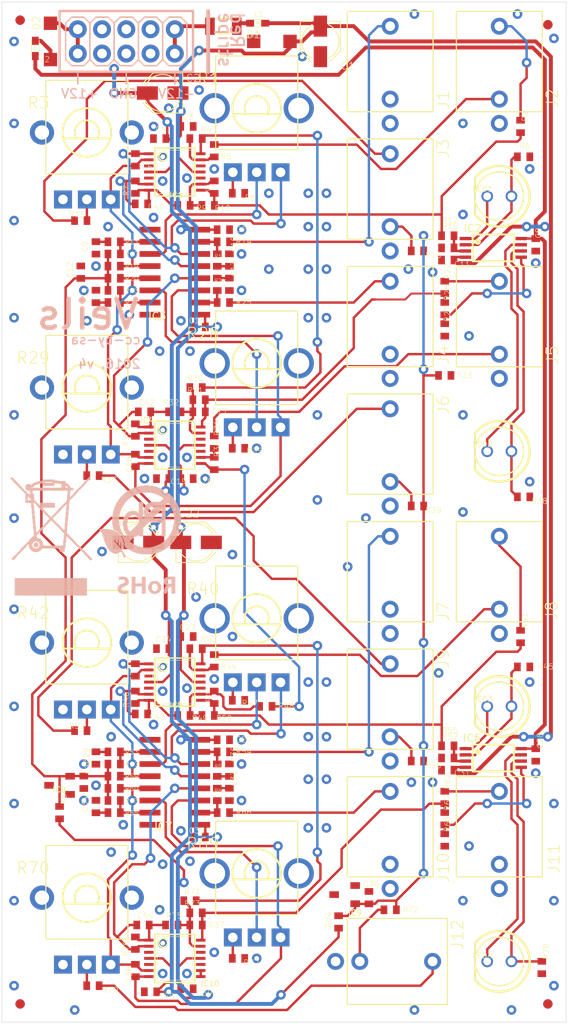
<source format=kicad_pcb>
(kicad_pcb (version 20171130) (host pcbnew 5.1.6-c6e7f7d~87~ubuntu20.04.1)
  (layers (0 Top signal) (31 Bottom signal) (34 B.Paste user) (35 F.Paste user) (36 B.SilkS user) (37 F.SilkS user) (38 B.Mask user) (39 F.Mask user) (44 Edge.Cuts user))
  (net 0 "")
  (net 1 GND)
  (net 2 VCC)
  (net 3 AREF_-2.5)
  (net 4 VEE)
  (net 5 AREF_+10)
  (net 6 1_TO_2)
  (net 7 2_TO_3)
  (net 8 3_TO_4)
  (net 9 "Net-(IC3-Pad15)")
  (net 10 "Net-(IC3-Pad10)")
  (net 11 "Net-(IC3-Pad7)")
  (net 12 "Net-(C18-Pad1)")
  (net 13 "Net-(IC3-Pad6)")
  (net 14 "Net-(C18-Pad2)")
  (net 15 "Net-(C42-Pad1)")
  (net 16 "Net-(C5-Pad2)")
  (net 17 "Net-(C5-Pad1)")
  (net 18 "Net-(IC3-Pad3)")
  (net 19 "Net-(IC3-Pad1)")
  (net 20 "Net-(C41-Pad1)")
  (net 21 "Net-(IC3-Pad2)")
  (net 22 "Net-(C6-Pad2)")
  (net 23 "Net-(C6-Pad1)")
  (net 24 "Net-(J2-PadP3)")
  (net 25 "Net-(J2-PadP2)")
  (net 26 "Net-(C10-Pad1)")
  (net 27 "Net-(J1-PadP3)")
  (net 28 "Net-(J3-PadP3)")
  (net 29 "Net-(R11-Pad1)")
  (net 30 "Net-(J3-PadP2)")
  (net 31 "Net-(C41-Pad2)")
  (net 32 "Net-(IC2-Pad1)")
  (net 33 "Net-(IC2-Pad2)")
  (net 34 "Net-(IC1-Pad13)")
  (net 35 "Net-(C9-Pad1)")
  (net 36 "Net-(IC2-Pad7)")
  (net 37 "Net-(IC2-Pad6)")
  (net 38 "Net-(IC2-Pad5)")
  (net 39 "Net-(IC2-Pad3)")
  (net 40 "Net-(R1-PadP$3)")
  (net 41 "Net-(J5-PadP3)")
  (net 42 "Net-(J5-PadP2)")
  (net 43 "Net-(J6-PadP3)")
  (net 44 "Net-(J6-PadP2)")
  (net 45 "Net-(J4-PadP3)")
  (net 46 "Net-(R29-PadP$2)")
  (net 47 "Net-(C17-Pad2)")
  (net 48 "Net-(C17-Pad1)")
  (net 49 "Net-(C13-Pad1)")
  (net 50 "Net-(C42-Pad2)")
  (net 51 "Net-(IC4-Pad9)")
  (net 52 "Net-(C14-Pad1)")
  (net 53 "Net-(R28-PadP$3)")
  (net 54 "Net-(J8-PadP3)")
  (net 55 "Net-(J8-PadP2)")
  (net 56 "Net-(J9-PadP3)")
  (net 57 "Net-(J9-PadP2)")
  (net 58 "Net-(J7-PadP3)")
  (net 59 "Net-(IC6-Pad1)")
  (net 60 "Net-(IC6-Pad2)")
  (net 61 "Net-(R42-PadP$2)")
  (net 62 "Net-(C25-Pad1)")
  (net 63 "Net-(IC7-Pad15)")
  (net 64 "Net-(IC7-Pad10)")
  (net 65 "Net-(IC7-Pad7)")
  (net 66 "Net-(C38-Pad1)")
  (net 67 "Net-(IC7-Pad6)")
  (net 68 "Net-(C38-Pad2)")
  (net 69 "Net-(C44-Pad1)")
  (net 70 "Net-(C25-Pad2)")
  (net 71 "Net-(IC7-Pad3)")
  (net 72 "Net-(IC7-Pad1)")
  (net 73 "Net-(C43-Pad1)")
  (net 74 "Net-(IC7-Pad2)")
  (net 75 "Net-(C26-Pad2)")
  (net 76 "Net-(C26-Pad1)")
  (net 77 "Net-(C30-Pad1)")
  (net 78 "Net-(C43-Pad2)")
  (net 79 "Net-(IC5-Pad13)")
  (net 80 "Net-(C29-Pad1)")
  (net 81 "Net-(IC6-Pad7)")
  (net 82 "Net-(IC6-Pad6)")
  (net 83 "Net-(IC6-Pad5)")
  (net 84 "Net-(IC6-Pad3)")
  (net 85 "Net-(R40-PadP$3)")
  (net 86 "Net-(J11-PadP3)")
  (net 87 "Net-(J11-PadP2)")
  (net 88 "Net-(J12-PadP3)")
  (net 89 "Net-(J12-PadP2)")
  (net 90 "Net-(J10-PadP3)")
  (net 91 "Net-(R70-PadP$2)")
  (net 92 "Net-(C37-Pad2)")
  (net 93 "Net-(C37-Pad1)")
  (net 94 "Net-(C33-Pad1)")
  (net 95 "Net-(C44-Pad2)")
  (net 96 "Net-(IC10-Pad8)")
  (net 97 "Net-(C34-Pad1)")
  (net 98 "Net-(R69-PadP$3)")
  (net 99 "Net-(JP5-Pad10)")
  (net 100 "Net-(D2-PadA)")
  (net 101 "Net-(L1-Pad2)")
  (net 102 "Net-(D2-PadC)")
  (module veils_v40:DBZ_R-PDSO-G3 (layer Top) (at 125.0061 133.5786 90)
    (fp_text reference IC8 (at -0.7937 -0.7937) (layer F.SilkS) (effects (font (size 0.57912 0.57912) (thickness 0.086868)) (justify left bottom)))
    (fp_text value LM4040C25 hide)
    (pad 1 smd rect (at -0.95 1.1 90) (size 0.7 1) (layers Top F.Paste F.Mask) (net 1 GND))
    (pad 2 smd rect (at 0.95 1.1 90) (size 0.7 1) (layers Top F.Paste F.Mask) (net 3 AREF_-2.5))
    (pad 3 smd rect (at 0 -1.1 90) (size 0.7 1) (layers Top F.Paste F.Mask))
  )
  (module veils_v40:R0402 (layer Top) (at 125.0061 136.4361 90)
    (fp_text reference R64 (at 0.7938 0.7938 90) (layer F.SilkS) (effects (font (size 0.57912 0.57912) (thickness 0.046329)) (justify left bottom)))
    (fp_text value 24k)
    (pad 2 smd rect (at 0.65 0 90) (size 0.7 0.9) (layers Top F.Paste F.Mask) (net 3 AREF_-2.5))
    (pad 1 smd rect (at -0.65 0 90) (size 0.7 0.9) (layers Top F.Paste F.Mask) (net 4 VEE))
  )
  (module veils_v40:C0402 (layer Top) (at 127.5461 133.2611 270)
    (fp_text reference C32 (at -0.7937 -0.7937 90) (layer F.SilkS) (effects (font (size 0.57912 0.57912) (thickness 0.046329)) (justify left bottom)))
    (fp_text value 470n)
    (pad 2 smd rect (at 0.65 0 270) (size 0.7 0.9) (layers Top F.Paste F.Mask) (net 1 GND))
    (pad 1 smd rect (at -0.65 0 270) (size 0.7 0.9) (layers Top F.Paste F.Mask) (net 3 AREF_-2.5))
  )
  (module veils_v40:PANASONIC_B (layer Top) (at 135.8011 61.1886 180)
    (fp_text reference C2 (at -2.3813 1.1113) (layer F.SilkS) (effects (font (size 0.77216 0.77216) (thickness 0.061772)) (justify left bottom)))
    (fp_text value 22u)
    (pad + smd rect (at 1.6 0 180) (size 2.2 1.4) (layers Top F.Paste F.Mask) (net 2 VCC))
    (pad - smd rect (at -1.6 0 180) (size 2.2 1.4) (layers Top F.Paste F.Mask) (net 1 GND))
  )
  (module veils_v40:AVR_ICSP (layer Bottom) (at 131.9911 55.7911 270)
    (fp_text reference JP5 hide)
    (fp_text value M05X2PTH hide)
    (pad 10 thru_hole circle (at 1.27 -5.08) (size 1.8796 1.8796) (drill 1.016) (layers *.Cu *.Mask) (net 99 "Net-(JP5-Pad10)"))
    (pad 9 thru_hole circle (at -1.27 -5.08) (size 1.8796 1.8796) (drill 1.016) (layers *.Cu *.Mask) (net 99 "Net-(JP5-Pad10)"))
    (pad 8 thru_hole circle (at 1.27 -2.54) (size 1.8796 1.8796) (drill 1.016) (layers *.Cu *.Mask) (net 1 GND))
    (pad 7 thru_hole circle (at -1.27 -2.54) (size 1.8796 1.8796) (drill 1.016) (layers *.Cu *.Mask) (net 1 GND))
    (pad 6 thru_hole circle (at 1.27 0) (size 1.8796 1.8796) (drill 1.016) (layers *.Cu *.Mask) (net 1 GND))
    (pad 5 thru_hole circle (at -1.27 0) (size 1.8796 1.8796) (drill 1.016) (layers *.Cu *.Mask) (net 1 GND))
    (pad 4 thru_hole circle (at 1.27 2.54) (size 1.8796 1.8796) (drill 1.016) (layers *.Cu *.Mask) (net 1 GND))
    (pad 3 thru_hole circle (at -1.27 2.54) (size 1.8796 1.8796) (drill 1.016) (layers *.Cu *.Mask) (net 1 GND))
    (pad 2 thru_hole circle (at 1.27 5.08) (size 1.8796 1.8796) (drill 1.016) (layers *.Cu *.Mask) (net 100 "Net-(D2-PadA)"))
    (pad 1 thru_hole circle (at -1.27 5.08) (size 1.8796 1.8796) (drill 1.016) (layers *.Cu *.Mask) (net 100 "Net-(D2-PadA)"))
  )
  (module veils_v40:FIDUCIAL-1X2 (layer Top) (at 120.8786 156.4386)
    (fp_text reference JP3 hide)
    (fp_text value FIDUCIAL1X2 hide)
    (pad 1 smd roundrect (at 0 0) (size 1 1) (layers Top F.Mask) (roundrect_rratio 0.5))
  )
  (module veils_v40:FIDUCIAL-1X2 (layer Top) (at 176.1236 156.4386)
    (fp_text reference JP4 hide)
    (fp_text value FIDUCIAL1X2 hide)
    (pad 1 smd roundrect (at 0 0) (size 1 1) (layers Top F.Mask) (roundrect_rratio 0.5))
  )
  (module veils_v40:FIDUCIAL-1X2 (layer Top) (at 176.1236 54.045)
    (fp_text reference JP2 hide)
    (fp_text value FIDUCIAL1X2 hide)
    (pad 1 smd roundrect (at 0 0) (size 1 1) (layers Top F.Mask) (roundrect_rratio 0.5))
  )
  (module veils_v40:FIDUCIAL-1X2 (layer Top) (at 120.8786 53.5686)
    (fp_text reference JP1 hide)
    (fp_text value FIDUCIAL1X2 hide)
    (pad 1 smd roundrect (at 0 0) (size 1 1) (layers Top F.Mask) (roundrect_rratio 0.5))
  )
  (module veils_v40:ROHS_BIG (layer Bottom) (at 138.9761 114.5286 180)
    (fp_text reference U$2 hide)
    (fp_text value "" hide)
  )
  (module veils_v40:PTC-1206 (layer Top) (at 142.1511 54.2036 180)
    (fp_text reference P1 hide)
    (fp_text value PTCSMD hide)
    (fp_text user >Name (at -1.524 -1.27 180) (layer F.SilkS) (effects (font (size 0.38608 0.38608) (thickness 0.032512)) (justify left bottom)))
    (pad 2 smd rect (at 1.4 0 180) (size 1 1.8) (layers Top F.Paste F.Mask) (net 99 "Net-(JP5-Pad10)"))
    (pad 1 smd rect (at -1.4 0 180) (size 1 1.8) (layers Top F.Paste F.Mask) (net 101 "Net-(L1-Pad2)"))
  )
  (module veils_v40:PANASONIC_B (layer Top) (at 152.3111 55.7911 270)
    (fp_text reference C1 (at 3.0162 -2.0637) (layer F.SilkS) (effects (font (size 0.77216 0.77216) (thickness 0.061772)) (justify left bottom)))
    (fp_text value 22u)
    (pad + smd rect (at 1.6 0 270) (size 2.2 1.4) (layers Top F.Paste F.Mask) (net 1 GND))
    (pad - smd rect (at -1.6 0 270) (size 2.2 1.4) (layers Top F.Paste F.Mask) (net 4 VEE))
  )
  (module veils_v40:SOIC16N (layer Top) (at 137.0711 79.9211 270)
    (fp_text reference IC3 (at 5.0483 2.8575) (layer F.SilkS) (effects (font (size 0.77216 0.77216) (thickness 0.115824)) (justify left bottom)))
    (fp_text value V2164SZ)
    (pad 16 smd rect (at -4.445 -2.6 270) (size 0.6 2.2) (layers Top F.Paste F.Mask) (net 2 VCC))
    (pad 15 smd rect (at -3.175 -2.6 270) (size 0.6 2.2) (layers Top F.Paste F.Mask) (net 9 "Net-(IC3-Pad15)"))
    (pad 8 smd rect (at 4.445 2.6 270) (size 0.6 2.2) (layers Top F.Paste F.Mask) (net 1 GND))
    (pad 10 smd rect (at 3.175 -2.6 270) (size 0.6 2.2) (layers Top F.Paste F.Mask) (net 10 "Net-(IC3-Pad10)"))
    (pad 7 smd rect (at 3.175 2.6 270) (size 0.6 2.2) (layers Top F.Paste F.Mask) (net 11 "Net-(IC3-Pad7)"))
    (pad 5 smd rect (at 0.635 2.6 270) (size 0.6 2.2) (layers Top F.Paste F.Mask) (net 12 "Net-(C18-Pad1)"))
    (pad 9 smd rect (at 4.445 -2.6 270) (size 0.6 2.2) (layers Top F.Paste F.Mask) (net 4 VEE))
    (pad 6 smd rect (at 1.905 2.6 270) (size 0.6 2.2) (layers Top F.Paste F.Mask) (net 13 "Net-(IC3-Pad6)"))
    (pad 11 smd rect (at 1.905 -2.6 270) (size 0.6 2.2) (layers Top F.Paste F.Mask) (net 14 "Net-(C18-Pad2)"))
    (pad 12 smd rect (at 0.635 -2.6 270) (size 0.6 2.2) (layers Top F.Paste F.Mask) (net 15 "Net-(C42-Pad1)"))
    (pad 14 smd rect (at -1.905 -2.6 270) (size 0.6 2.2) (layers Top F.Paste F.Mask) (net 16 "Net-(C5-Pad2)"))
    (pad 4 smd rect (at -0.635 2.6 270) (size 0.6 2.2) (layers Top F.Paste F.Mask) (net 17 "Net-(C5-Pad1)"))
    (pad 3 smd rect (at -1.905 2.6 270) (size 0.6 2.2) (layers Top F.Paste F.Mask) (net 18 "Net-(IC3-Pad3)"))
    (pad 1 smd rect (at -4.445 2.6 270) (size 0.6 2.2) (layers Top F.Paste F.Mask) (net 19 "Net-(IC3-Pad1)"))
    (pad 13 smd rect (at -0.635 -2.6 270) (size 0.6 2.2) (layers Top F.Paste F.Mask) (net 20 "Net-(C41-Pad1)"))
    (pad 2 smd rect (at -3.175 2.6 270) (size 0.6 2.2) (layers Top F.Paste F.Mask) (net 21 "Net-(IC3-Pad2)"))
  )
  (module veils_v40:C0402 (layer Top) (at 141.1986 71.0311 270)
    (fp_text reference C6 (at 0.4762 0.4762 90) (layer F.SilkS) (effects (font (size 0.38608 0.38608) (thickness 0.030886)) (justify left bottom)))
    (fp_text value 100p)
    (pad 2 smd rect (at 0.65 0 270) (size 0.7 0.9) (layers Top F.Paste F.Mask) (net 22 "Net-(C6-Pad2)"))
    (pad 1 smd rect (at -0.65 0 270) (size 0.7 0.9) (layers Top F.Paste F.Mask) (net 23 "Net-(C6-Pad1)"))
  )
  (module veils_v40:R0402 (layer Top) (at 173.2661 64.6811 270)
    (fp_text reference R2 (at -0.4764 -0.7938 90) (layer F.SilkS) (effects (font (size 0.57912 0.57912) (thickness 0.046329)) (justify left bottom)))
    (fp_text value 510)
    (pad 2 smd rect (at 0.65 0 270) (size 0.7 0.9) (layers Top F.Paste F.Mask) (net 22 "Net-(C6-Pad2)"))
    (pad 1 smd rect (at -0.65 0 270) (size 0.7 0.9) (layers Top F.Paste F.Mask) (net 24 "Net-(J2-PadP3)"))
  )
  (module veils_v40:WQP_PJ_301M6 (layer Top) (at 171.0436 58.6486)
    (fp_text reference J2 (at 4.8412 2.0088 90) (layer F.SilkS) (effects (font (size 1.2065 1.2065) (thickness 0.09652)) (justify right top)))
    (fp_text value PJ301_THONKICONN6 hide)
    (pad "" np_thru_hole circle (at 0 0) (size 2.2 2.2) (drill 2.2) (layers *.Cu *.Mask))
    (pad P1 thru_hole circle (at 0 5.715) (size 1.778 1.778) (drill 1.016) (layers *.Cu *.Mask) (net 1 GND))
    (pad P3 thru_hole circle (at 0 -4.445) (size 1.778 1.778) (drill 1.016) (layers *.Cu *.Mask) (net 24 "Net-(J2-PadP3)"))
    (pad P2 thru_hole circle (at 0 3.175) (size 1.778 1.778) (drill 1.016) (layers *.Cu *.Mask) (net 25 "Net-(J2-PadP2)"))
  )
  (module veils_v40:DBZ_R-PDSO-G3 (layer Top) (at 154.8511 145.0086 90)
    (fp_text reference IC9 (at -2.2223 0.3176) (layer F.SilkS) (effects (font (size 0.57912 0.57912) (thickness 0.086868)) (justify left bottom)))
    (fp_text value LM4040C10)
    (pad 1 smd rect (at -0.95 1.1 90) (size 0.7 1) (layers Top F.Paste F.Mask) (net 5 AREF_+10))
    (pad 2 smd rect (at 0.95 1.1 90) (size 0.7 1) (layers Top F.Paste F.Mask) (net 1 GND))
    (pad 3 smd rect (at 0 -1.1 90) (size 0.7 1) (layers Top F.Paste F.Mask))
  )
  (module veils_v40:R0402 (layer Top) (at 154.2161 147.8661 90)
    (fp_text reference R74 (at -0.635 -0.635 90) (layer F.SilkS) (effects (font (size 0.57912 0.57912) (thickness 0.046329)) (justify left bottom)))
    (fp_text value 3.6k)
    (pad 2 smd rect (at 0.65 0 90) (size 0.7 0.9) (layers Top F.Paste F.Mask) (net 5 AREF_+10))
    (pad 1 smd rect (at -0.65 0 90) (size 0.7 0.9) (layers Top F.Paste F.Mask) (net 2 VCC))
  )
  (module veils_v40:C0402 (layer Top) (at 157.3911 145.3261 90)
    (fp_text reference C36 (at 1.1112 -0.6351) (layer F.SilkS) (effects (font (size 0.57912 0.57912) (thickness 0.046329)) (justify left bottom)))
    (fp_text value 470n)
    (pad 2 smd rect (at 0.65 0 90) (size 0.7 0.9) (layers Top F.Paste F.Mask) (net 1 GND))
    (pad 1 smd rect (at -0.65 0 90) (size 0.7 0.9) (layers Top F.Paste F.Mask) (net 5 AREF_+10))
  )
  (module veils_v40:C0402 (layer Top) (at 142.1511 75.4761)
    (fp_text reference C7 (at 1.27 0.3175) (layer F.SilkS) (effects (font (size 0.57912 0.57912) (thickness 0.046329)) (justify left bottom)))
    (fp_text value 100n)
    (pad 2 smd rect (at 0.65 0) (size 0.7 0.9) (layers Top F.Paste F.Mask) (net 1 GND))
    (pad 1 smd rect (at -0.65 0) (size 0.7 0.9) (layers Top F.Paste F.Mask) (net 2 VCC))
  )
  (module veils_v40:C0402 (layer Top) (at 138.3411 64.6811 180)
    (fp_text reference C3 (at 0.4761 0.6351) (layer F.SilkS) (effects (font (size 0.57912 0.57912) (thickness 0.046329)) (justify left bottom)))
    (fp_text value 100n)
    (pad 2 smd rect (at 0.65 0 180) (size 0.7 0.9) (layers Top F.Paste F.Mask) (net 4 VEE))
    (pad 1 smd rect (at -0.65 0 180) (size 0.7 0.9) (layers Top F.Paste F.Mask) (net 1 GND))
  )
  (module veils_v40:C0402 (layer Top) (at 135.4836 65.9511 180)
    (fp_text reference C4 (at 0.4762 0.635) (layer F.SilkS) (effects (font (size 0.57912 0.57912) (thickness 0.046329)) (justify left bottom)))
    (fp_text value 100n)
    (pad 2 smd rect (at 0.65 0 180) (size 0.7 0.9) (layers Top F.Paste F.Mask) (net 1 GND))
    (pad 1 smd rect (at -0.65 0 180) (size 0.7 0.9) (layers Top F.Paste F.Mask) (net 2 VCC))
  )
  (module veils_v40:C0402 (layer Top) (at 138.3411 101.5111 180)
    (fp_text reference C20 (at -0.9525 -0.635) (layer F.SilkS) (effects (font (size 0.57912 0.57912) (thickness 0.046329)) (justify left bottom)))
    (fp_text value 100n)
    (pad 2 smd rect (at 0.65 0 180) (size 0.7 0.9) (layers Top F.Paste F.Mask) (net 4 VEE))
    (pad 1 smd rect (at -0.65 0 180) (size 0.7 0.9) (layers Top F.Paste F.Mask) (net 1 GND))
  )
  (module veils_v40:C0402 (layer Top) (at 135.8011 101.5111 180)
    (fp_text reference C19 (at -0.7938 -0.6351) (layer F.SilkS) (effects (font (size 0.57912 0.57912) (thickness 0.046329)) (justify left bottom)))
    (fp_text value 100n)
    (pad 2 smd rect (at 0.65 0 180) (size 0.7 0.9) (layers Top F.Paste F.Mask) (net 1 GND))
    (pad 1 smd rect (at -0.65 0 180) (size 0.7 0.9) (layers Top F.Paste F.Mask) (net 2 VCC))
  )
  (module veils_v40:C0402 (layer Top) (at 139.6111 85.6361)
    (fp_text reference C15 (at -1.1111 -0.3176) (layer F.SilkS) (effects (font (size 0.57912 0.57912) (thickness 0.046329)) (justify left bottom)))
    (fp_text value 100n)
    (pad 2 smd rect (at 0.65 0) (size 0.7 0.9) (layers Top F.Paste F.Mask) (net 4 VEE))
    (pad 1 smd rect (at -0.65 0) (size 0.7 0.9) (layers Top F.Paste F.Mask) (net 1 GND))
  )
  (module veils_v40:0603 (layer Top) (at 122.4661 56.4261 90)
    (fp_text reference L2 (at -1.5875 0.4763) (layer F.SilkS) (effects (font (size 0.57912 0.57912) (thickness 0.046329)) (justify left bottom)))
    (fp_text value 742792664 hide)
    (pad 2 smd rect (at 0.7 0 90) (size 0.85 0.7) (layers Top F.Paste F.Mask) (net 102 "Net-(D2-PadC)"))
    (pad 1 smd rect (at -0.9 0 90) (size 0.85 0.7) (layers Top F.Paste F.Mask) (net 2 VCC))
  )
  (module veils_v40:0603 (layer Top) (at 145.6436 53.8861 180)
    (fp_text reference L1 (at 0.3175 0.6351) (layer F.SilkS) (effects (font (size 0.57912 0.57912) (thickness 0.046329)) (justify left bottom)))
    (fp_text value 742792664 hide)
    (pad 2 smd rect (at 0.7 0 180) (size 0.85 0.7) (layers Top F.Paste F.Mask) (net 101 "Net-(L1-Pad2)"))
    (pad 1 smd rect (at -0.9 0 180) (size 0.85 0.7) (layers Top F.Paste F.Mask) (net 4 VEE))
  )
  (module veils_v40:R0402 (layer Top) (at 141.5161 78.6511 90)
    (fp_text reference R18 (at 0.1591 -0.3177) (layer F.SilkS) (effects (font (size 0.38608 0.38608) (thickness 0.030886)) (justify left bottom)))
    (fp_text value 510)
    (pad 2 smd rect (at 0.65 0 90) (size 0.7 0.9) (layers Top F.Paste F.Mask) (net 9 "Net-(IC3-Pad15)"))
    (pad 1 smd rect (at -0.65 0 90) (size 0.7 0.9) (layers Top F.Paste F.Mask) (net 26 "Net-(C10-Pad1)"))
  )
  (module veils_v40:C0402 (layer Top) (at 142.7861 78.6511 90)
    (fp_text reference C10 (at 0.7937 0.7939 90) (layer F.SilkS) (effects (font (size 0.57912 0.57912) (thickness 0.046329)) (justify left bottom)))
    (fp_text value 560p)
    (pad 2 smd rect (at 0.65 0 90) (size 0.7 0.9) (layers Top F.Paste F.Mask) (net 1 GND))
    (pad 1 smd rect (at -0.65 0 90) (size 0.7 0.9) (layers Top F.Paste F.Mask) (net 26 "Net-(C10-Pad1)"))
  )
  (module veils_v40:R0402 (layer Top) (at 140.5636 72.9361 180)
    (fp_text reference R10 (at -0.635 -0.635) (layer F.SilkS) (effects (font (size 0.57912 0.57912) (thickness 0.046329)) (justify left bottom)))
    (fp_text value 5.1k)
    (pad 2 smd rect (at 0.65 0 180) (size 0.7 0.9) (layers Top F.Paste F.Mask) (net 23 "Net-(C6-Pad1)"))
    (pad 1 smd rect (at -0.65 0 180) (size 0.7 0.9) (layers Top F.Paste F.Mask) (net 22 "Net-(C6-Pad2)"))
  )
  (module veils_v40:R0402 (layer Top) (at 142.1511 76.7461)
    (fp_text reference R14 (at 1.2701 0.3174) (layer F.SilkS) (effects (font (size 0.57912 0.57912) (thickness 0.046329)) (justify left bottom)))
    (fp_text value 100k)
    (pad 2 smd rect (at 0.65 0) (size 0.7 0.9) (layers Top F.Paste F.Mask) (net 27 "Net-(J1-PadP3)"))
    (pad 1 smd rect (at -0.65 0) (size 0.7 0.9) (layers Top F.Paste F.Mask) (net 9 "Net-(IC3-Pad15)"))
  )
  (module veils_v40:R0402 (layer Top) (at 127.2286 74.5236 180)
    (fp_text reference R11 (at 1.2699 0.3174) (layer F.SilkS) (effects (font (size 0.57912 0.57912) (thickness 0.046329)) (justify left bottom)))
    (fp_text value 100k)
    (pad 2 smd rect (at 0.65 0 180) (size 0.7 0.9) (layers Top F.Paste F.Mask) (net 28 "Net-(J3-PadP3)"))
    (pad 1 smd rect (at -0.65 0 180) (size 0.7 0.9) (layers Top F.Paste F.Mask) (net 29 "Net-(R11-Pad1)"))
  )
  (module veils_v40:WQP_PJ_301M6 (layer Top) (at 159.6136 71.9836)
    (fp_text reference J3 (at 4.8413 -6.0874 90) (layer F.SilkS) (effects (font (size 1.2065 1.2065) (thickness 0.09652)) (justify right top)))
    (fp_text value PJ301_THONKICONN6 hide)
    (pad "" np_thru_hole circle (at 0 0) (size 2.2 2.2) (drill 2.2) (layers *.Cu *.Mask))
    (pad P1 thru_hole circle (at 0 5.715) (size 1.778 1.778) (drill 1.016) (layers *.Cu *.Mask) (net 1 GND))
    (pad P3 thru_hole circle (at 0 -4.445) (size 1.778 1.778) (drill 1.016) (layers *.Cu *.Mask) (net 28 "Net-(J3-PadP3)"))
    (pad P2 thru_hole circle (at 0 3.175) (size 1.778 1.778) (drill 1.016) (layers *.Cu *.Mask) (net 30 "Net-(J3-PadP2)"))
  )
  (module veils_v40:WQP_PJ_301M6 (layer Top) (at 159.6136 58.6486)
    (fp_text reference J1 (at 4.8413 2.1675 90) (layer F.SilkS) (effects (font (size 1.2065 1.2065) (thickness 0.09652)) (justify right top)))
    (fp_text value PJ301_THONKICONN6 hide)
    (pad "" np_thru_hole circle (at 0 0) (size 2.2 2.2) (drill 2.2) (layers *.Cu *.Mask))
    (pad P1 thru_hole circle (at 0 5.715) (size 1.778 1.778) (drill 1.016) (layers *.Cu *.Mask) (net 1 GND))
    (pad P3 thru_hole circle (at 0 -4.445) (size 1.778 1.778) (drill 1.016) (layers *.Cu *.Mask) (net 27 "Net-(J1-PadP3)"))
    (pad P2 thru_hole circle (at 0 3.175) (size 1.778 1.778) (drill 1.016) (layers *.Cu *.Mask) (net 1 GND))
  )
  (module veils_v40:R0402 (layer Top) (at 132.9436 71.0311 90)
    (fp_text reference R7 (at -0.9525 -0.6349 90) (layer F.SilkS) (effects (font (size 0.57912 0.57912) (thickness 0.046329)) (justify left bottom)))
    (fp_text value 100k)
    (pad 2 smd rect (at 0.65 0 90) (size 0.7 0.9) (layers Top F.Paste F.Mask) (net 20 "Net-(C41-Pad1)"))
    (pad 1 smd rect (at -0.65 0 90) (size 0.7 0.9) (layers Top F.Paste F.Mask) (net 31 "Net-(C41-Pad2)"))
  )
  (module veils_v40:LED5MM (layer Top) (at 171.0436 71.9836 180)
    (fp_text reference LED1 (at 2.8575 0.4191) (layer F.SilkS) (effects (font (size 0.57912 0.57912) (thickness 0.057912)) (justify left bottom)))
    (fp_text value WP7113SRSGW)
    (pad K thru_hole circle (at 1.27 0 180) (size 1.2192 1.2192) (drill 0.8128) (layers *.Cu *.Mask) (net 32 "Net-(IC2-Pad1)"))
    (pad A thru_hole circle (at -1.27 0 180) (size 1.2192 1.2192) (drill 0.8128) (layers *.Cu *.Mask) (net 33 "Net-(IC2-Pad2)"))
  )
  (module veils_v40:R0402 (layer Top) (at 173.5836 67.8561)
    (fp_text reference R6 (at -0.4762 -0.7937) (layer F.SilkS) (effects (font (size 0.57912 0.57912) (thickness 0.046329)) (justify left bottom)))
    (fp_text value 1.2k)
    (pad 2 smd rect (at 0.65 0) (size 0.7 0.9) (layers Top F.Paste F.Mask) (net 1 GND))
    (pad 1 smd rect (at -0.65 0) (size 0.7 0.9) (layers Top F.Paste F.Mask) (net 33 "Net-(IC2-Pad2)"))
  )
  (module veils_v40:ALPS_POT_VERTICAL_PS (layer Top) (at 127.8636 65.3161 180)
    (fp_text reference R3 (at 3.81 3.81) (layer F.SilkS) (effects (font (size 1.2065 1.2065) (thickness 0.09652)) (justify right top)))
    (fp_text value 10kB)
    (pad P$5 thru_hole circle (at 4.7 0 90) (size 2.54 2.54) (drill 1.5) (layers *.Cu *.Mask))
    (pad P$4 thru_hole circle (at -4.7 0 90) (size 2.54 2.54) (drill 1.5) (layers *.Cu *.Mask))
    (pad P$3 thru_hole rect (at 2.5 -7 90) (size 1.8796 1.8796) (drill 1) (layers *.Cu *.Mask) (net 1 GND))
    (pad P$2 thru_hole rect (at 0 -7 90) (size 1.8796 1.8796) (drill 1) (layers *.Cu *.Mask) (net 29 "Net-(R11-Pad1)"))
    (pad P$1 thru_hole rect (at -2.5 -7 90) (size 1.8796 1.8796) (drill 1) (layers *.Cu *.Mask) (net 17 "Net-(C5-Pad1)"))
  )
  (module veils_v40:TSSOP14 (layer Top) (at 137.0711 69.4437 270)
    (fp_text reference IC1 (at 2.7366 0.6159) (layer F.SilkS) (effects (font (size 0.57912 0.57912) (thickness 0.086868)) (justify left bottom)))
    (fp_text value OPA1654)
    (pad 8 smd rect (at 1.905 -2.7178 270) (size 0.3048 0.9906) (layers Top F.Paste F.Mask) (net 22 "Net-(C6-Pad2)"))
    (pad 9 smd rect (at 1.27 -2.7178 270) (size 0.3048 0.9906) (layers Top F.Paste F.Mask) (net 23 "Net-(C6-Pad1)"))
    (pad 10 smd rect (at 0.635 -2.7178 270) (size 0.3048 0.9906) (layers Top F.Paste F.Mask) (net 1 GND))
    (pad 11 smd rect (at 0 -2.7178 270) (size 0.3048 0.9906) (layers Top F.Paste F.Mask) (net 4 VEE))
    (pad 12 smd rect (at -0.635 -2.7178 270) (size 0.3048 0.9906) (layers Top F.Paste F.Mask) (net 1 GND))
    (pad 13 smd rect (at -1.27 -2.7178 270) (size 0.3048 0.9906) (layers Top F.Paste F.Mask) (net 34 "Net-(IC1-Pad13)"))
    (pad 14 smd rect (at -1.905 -2.7178 270) (size 0.3048 0.9906) (layers Top F.Paste F.Mask) (net 6 1_TO_2))
    (pad 7 smd rect (at 1.905 2.7178 270) (size 0.3048 0.9906) (layers Top F.Paste F.Mask) (net 31 "Net-(C41-Pad2)"))
    (pad 6 smd rect (at 1.27 2.7178 270) (size 0.3048 0.9906) (layers Top F.Paste F.Mask) (net 20 "Net-(C41-Pad1)"))
    (pad 5 smd rect (at 0.635 2.7178 270) (size 0.3048 0.9906) (layers Top F.Paste F.Mask) (net 1 GND))
    (pad 4 smd rect (at 0 2.7178 270) (size 0.3048 0.9906) (layers Top F.Paste F.Mask) (net 2 VCC))
    (pad 3 smd rect (at -0.635 2.7178 270) (size 0.3048 0.9906) (layers Top F.Paste F.Mask) (net 1 GND))
    (pad 2 smd rect (at -1.27 2.7178 270) (size 0.3048 0.9906) (layers Top F.Paste F.Mask) (net 17 "Net-(C5-Pad1)"))
    (pad 1 smd rect (at -1.905 2.7178 270) (size 0.3048 0.9906) (layers Top F.Paste F.Mask) (net 16 "Net-(C5-Pad2)"))
  )
  (module veils_v40:R0402 (layer Top) (at 141.1986 67.2211 90)
    (fp_text reference R5 (at -0.9525 0.6351) (layer F.SilkS) (effects (font (size 0.57912 0.57912) (thickness 0.046329)) (justify left bottom)))
    (fp_text value 5.1k)
    (pad 2 smd rect (at 0.65 0 90) (size 0.7 0.9) (layers Top F.Paste F.Mask) (net 25 "Net-(J2-PadP2)"))
    (pad 1 smd rect (at -0.65 0 90) (size 0.7 0.9) (layers Top F.Paste F.Mask) (net 34 "Net-(IC1-Pad13)"))
  )
  (module veils_v40:R0402 (layer Top) (at 139.2936 65.9511 180)
    (fp_text reference R4 (at -0.4764 0.635) (layer F.SilkS) (effects (font (size 0.57912 0.57912) (thickness 0.046329)) (justify left bottom)))
    (fp_text value 5.6k)
    (pad 2 smd rect (at 0.65 0 180) (size 0.7 0.9) (layers Top F.Paste F.Mask) (net 34 "Net-(IC1-Pad13)"))
    (pad 1 smd rect (at -0.65 0 180) (size 0.7 0.9) (layers Top F.Paste F.Mask) (net 6 1_TO_2))
  )
  (module veils_v40:WQP_PJ_301M6 (layer Top) (at 171.0436 85.3186)
    (fp_text reference J5 (at 4.8413 2.1676 90) (layer F.SilkS) (effects (font (size 1.2065 1.2065) (thickness 0.09652)) (justify right top)))
    (fp_text value PJ301_THONKICONN6 hide)
    (pad "" np_thru_hole circle (at 0 0) (size 2.2 2.2) (drill 2.2) (layers *.Cu *.Mask))
    (pad P1 thru_hole circle (at 0 5.715) (size 1.778 1.778) (drill 1.016) (layers *.Cu *.Mask) (net 1 GND))
    (pad P3 thru_hole circle (at 0 -4.445) (size 1.778 1.778) (drill 1.016) (layers *.Cu *.Mask) (net 41 "Net-(J5-PadP3)"))
    (pad P2 thru_hole circle (at 0 3.175) (size 1.778 1.778) (drill 1.016) (layers *.Cu *.Mask) (net 42 "Net-(J5-PadP2)"))
  )
  (module veils_v40:WQP_PJ_301M6 (layer Top) (at 159.6136 98.6536)
    (fp_text reference J6 (at 4.8413 -5.9287 90) (layer F.SilkS) (effects (font (size 1.2065 1.2065) (thickness 0.09652)) (justify right top)))
    (fp_text value PJ301_THONKICONN6 hide)
    (pad "" np_thru_hole circle (at 0 0) (size 2.2 2.2) (drill 2.2) (layers *.Cu *.Mask))
    (pad P1 thru_hole circle (at 0 5.715) (size 1.778 1.778) (drill 1.016) (layers *.Cu *.Mask) (net 1 GND))
    (pad P3 thru_hole circle (at 0 -4.445) (size 1.778 1.778) (drill 1.016) (layers *.Cu *.Mask) (net 43 "Net-(J6-PadP3)"))
    (pad P2 thru_hole circle (at 0 3.175) (size 1.778 1.778) (drill 1.016) (layers *.Cu *.Mask) (net 44 "Net-(J6-PadP2)"))
  )
  (module veils_v40:WQP_PJ_301M6 (layer Top) (at 159.6136 85.3186)
    (fp_text reference J4 (at 4.8413 2.1675 90) (layer F.SilkS) (effects (font (size 1.2065 1.2065) (thickness 0.09652)) (justify right top)))
    (fp_text value PJ301_THONKICONN6 hide)
    (pad "" np_thru_hole circle (at 0 0) (size 2.2 2.2) (drill 2.2) (layers *.Cu *.Mask))
    (pad P1 thru_hole circle (at 0 5.715) (size 1.778 1.778) (drill 1.016) (layers *.Cu *.Mask) (net 1 GND))
    (pad P3 thru_hole circle (at 0 -4.445) (size 1.778 1.778) (drill 1.016) (layers *.Cu *.Mask) (net 45 "Net-(J4-PadP3)"))
    (pad P2 thru_hole circle (at 0 3.175) (size 1.778 1.778) (drill 1.016) (layers *.Cu *.Mask) (net 1 GND))
  )
  (module veils_v40:LED5MM (layer Top) (at 171.0436 98.6536 180)
    (fp_text reference LED2 (at 2.8575 0.4191) (layer F.SilkS) (effects (font (size 0.57912 0.57912) (thickness 0.057912)) (justify left bottom)))
    (fp_text value WP7113SRSGW)
    (pad K thru_hole circle (at 1.27 0 180) (size 1.2192 1.2192) (drill 0.8128) (layers *.Cu *.Mask) (net 36 "Net-(IC2-Pad7)"))
    (pad A thru_hole circle (at -1.27 0 180) (size 1.2192 1.2192) (drill 0.8128) (layers *.Cu *.Mask) (net 37 "Net-(IC2-Pad6)"))
  )
  (module veils_v40:ALPS_POT_VERTICAL_PS (layer Top) (at 127.8636 91.9861 180)
    (fp_text reference R29 (at 3.81 3.81) (layer F.SilkS) (effects (font (size 1.2065 1.2065) (thickness 0.09652)) (justify right top)))
    (fp_text value 10kB)
    (pad P$5 thru_hole circle (at 4.7 0 90) (size 2.54 2.54) (drill 1.5) (layers *.Cu *.Mask))
    (pad P$4 thru_hole circle (at -4.7 0 90) (size 2.54 2.54) (drill 1.5) (layers *.Cu *.Mask))
    (pad P$3 thru_hole rect (at 2.5 -7 90) (size 1.8796 1.8796) (drill 1) (layers *.Cu *.Mask) (net 1 GND))
    (pad P$2 thru_hole rect (at 0 -7 90) (size 1.8796 1.8796) (drill 1) (layers *.Cu *.Mask) (net 46 "Net-(R29-PadP$2)"))
    (pad P$1 thru_hole rect (at -2.5 -7 90) (size 1.8796 1.8796) (drill 1) (layers *.Cu *.Mask) (net 12 "Net-(C18-Pad1)"))
  )
  (module veils_v40:WQP_PJ_301M6 (layer Top) (at 171.0436 111.9886)
    (fp_text reference J8 (at 4.7625 2.2225 90) (layer F.SilkS) (effects (font (size 1.2065 1.2065) (thickness 0.09652)) (justify right top)))
    (fp_text value PJ301_THONKICONN6 hide)
    (pad "" np_thru_hole circle (at 0 0) (size 2.2 2.2) (drill 2.2) (layers *.Cu *.Mask))
    (pad P1 thru_hole circle (at 0 5.715) (size 1.778 1.778) (drill 1.016) (layers *.Cu *.Mask) (net 1 GND))
    (pad P3 thru_hole circle (at 0 -4.445) (size 1.778 1.778) (drill 1.016) (layers *.Cu *.Mask) (net 54 "Net-(J8-PadP3)"))
    (pad P2 thru_hole circle (at 0 3.175) (size 1.778 1.778) (drill 1.016) (layers *.Cu *.Mask) (net 55 "Net-(J8-PadP2)"))
  )
  (module veils_v40:WQP_PJ_301M6 (layer Top) (at 159.6136 125.3236)
    (fp_text reference J9 (at 4.8413 -6.0875 90) (layer F.SilkS) (effects (font (size 1.2065 1.2065) (thickness 0.09652)) (justify right top)))
    (fp_text value PJ301_THONKICONN6 hide)
    (pad "" np_thru_hole circle (at 0 0) (size 2.2 2.2) (drill 2.2) (layers *.Cu *.Mask))
    (pad P1 thru_hole circle (at 0 5.715) (size 1.778 1.778) (drill 1.016) (layers *.Cu *.Mask) (net 1 GND))
    (pad P3 thru_hole circle (at 0 -4.445) (size 1.778 1.778) (drill 1.016) (layers *.Cu *.Mask) (net 56 "Net-(J9-PadP3)"))
    (pad P2 thru_hole circle (at 0 3.175) (size 1.778 1.778) (drill 1.016) (layers *.Cu *.Mask) (net 57 "Net-(J9-PadP2)"))
  )
  (module veils_v40:WQP_PJ_301M6 (layer Top) (at 159.6136 111.9886)
    (fp_text reference J7 (at 4.8413 2.3262 90) (layer F.SilkS) (effects (font (size 1.2065 1.2065) (thickness 0.09652)) (justify right top)))
    (fp_text value PJ301_THONKICONN6 hide)
    (pad "" np_thru_hole circle (at 0 0) (size 2.2 2.2) (drill 2.2) (layers *.Cu *.Mask))
    (pad P1 thru_hole circle (at 0 5.715) (size 1.778 1.778) (drill 1.016) (layers *.Cu *.Mask) (net 1 GND))
    (pad P3 thru_hole circle (at 0 -4.445) (size 1.778 1.778) (drill 1.016) (layers *.Cu *.Mask) (net 58 "Net-(J7-PadP3)"))
    (pad P2 thru_hole circle (at 0 3.175) (size 1.778 1.778) (drill 1.016) (layers *.Cu *.Mask) (net 1 GND))
  )
  (module veils_v40:LED5MM (layer Top) (at 171.0436 125.3236 180)
    (fp_text reference LED3 (at 2.8575 0.4191) (layer F.SilkS) (effects (font (size 0.57912 0.57912) (thickness 0.057912)) (justify left bottom)))
    (fp_text value WP7113SRSGW)
    (pad K thru_hole circle (at 1.27 0 180) (size 1.2192 1.2192) (drill 0.8128) (layers *.Cu *.Mask) (net 59 "Net-(IC6-Pad1)"))
    (pad A thru_hole circle (at -1.27 0 180) (size 1.2192 1.2192) (drill 0.8128) (layers *.Cu *.Mask) (net 60 "Net-(IC6-Pad2)"))
  )
  (module veils_v40:ALPS_POT_VERTICAL_PS (layer Top) (at 127.8636 118.6561 180)
    (fp_text reference R42 (at 3.81 3.81) (layer F.SilkS) (effects (font (size 1.2065 1.2065) (thickness 0.09652)) (justify right top)))
    (fp_text value 10kB)
    (pad P$5 thru_hole circle (at 4.7 0 90) (size 2.54 2.54) (drill 1.5) (layers *.Cu *.Mask))
    (pad P$4 thru_hole circle (at -4.7 0 90) (size 2.54 2.54) (drill 1.5) (layers *.Cu *.Mask))
    (pad P$3 thru_hole rect (at 2.5 -7 90) (size 1.8796 1.8796) (drill 1) (layers *.Cu *.Mask) (net 1 GND))
    (pad P$2 thru_hole rect (at 0 -7 90) (size 1.8796 1.8796) (drill 1) (layers *.Cu *.Mask) (net 61 "Net-(R42-PadP$2)"))
    (pad P$1 thru_hole rect (at -2.5 -7 90) (size 1.8796 1.8796) (drill 1) (layers *.Cu *.Mask) (net 62 "Net-(C25-Pad1)"))
  )
  (module veils_v40:WQP_PJ_301M6 (layer Top) (at 171.0436 138.6586)
    (fp_text reference J11 (at 5 0.8975 90) (layer F.SilkS) (effects (font (size 1.2065 1.2065) (thickness 0.09652)) (justify right top)))
    (fp_text value PJ301_THONKICONN6 hide)
    (pad "" np_thru_hole circle (at 0 0) (size 2.2 2.2) (drill 2.2) (layers *.Cu *.Mask))
    (pad P1 thru_hole circle (at 0 5.715) (size 1.778 1.778) (drill 1.016) (layers *.Cu *.Mask) (net 1 GND))
    (pad P3 thru_hole circle (at 0 -4.445) (size 1.778 1.778) (drill 1.016) (layers *.Cu *.Mask) (net 86 "Net-(J11-PadP3)"))
    (pad P2 thru_hole circle (at 0 3.175) (size 1.778 1.778) (drill 1.016) (layers *.Cu *.Mask) (net 87 "Net-(J11-PadP2)"))
  )
  (module veils_v40:WQP_PJ_301M6 (layer Top) (at 159.6136 151.9936 270)
    (fp_text reference J12 (at -4.445 -6.35 90) (layer F.SilkS) (effects (font (size 1.2065 1.2065) (thickness 0.09652)) (justify right top)))
    (fp_text value PJ301_THONKICONN6 hide)
    (pad "" np_thru_hole circle (at 0 0 270) (size 2.2 2.2) (drill 2.2) (layers *.Cu *.Mask))
    (pad P1 thru_hole circle (at 0 5.715 270) (size 1.778 1.778) (drill 1.016) (layers *.Cu *.Mask) (net 1 GND))
    (pad P3 thru_hole circle (at 0 -4.445 270) (size 1.778 1.778) (drill 1.016) (layers *.Cu *.Mask) (net 88 "Net-(J12-PadP3)"))
    (pad P2 thru_hole circle (at 0 3.175 270) (size 1.778 1.778) (drill 1.016) (layers *.Cu *.Mask) (net 89 "Net-(J12-PadP2)"))
  )
  (module veils_v40:WQP_PJ_301M6 (layer Top) (at 159.6136 138.6586)
    (fp_text reference J10 (at 4.8413 1.8499 90) (layer F.SilkS) (effects (font (size 1.2065 1.2065) (thickness 0.09652)) (justify right top)))
    (fp_text value PJ301_THONKICONN6 hide)
    (pad "" np_thru_hole circle (at 0 0) (size 2.2 2.2) (drill 2.2) (layers *.Cu *.Mask))
    (pad P1 thru_hole circle (at 0 5.715) (size 1.778 1.778) (drill 1.016) (layers *.Cu *.Mask) (net 1 GND))
    (pad P3 thru_hole circle (at 0 -4.445) (size 1.778 1.778) (drill 1.016) (layers *.Cu *.Mask) (net 90 "Net-(J10-PadP3)"))
    (pad P2 thru_hole circle (at 0 3.175) (size 1.778 1.778) (drill 1.016) (layers *.Cu *.Mask) (net 1 GND))
  )
  (module veils_v40:LED5MM (layer Top) (at 171.0436 151.9936 180)
    (fp_text reference LED4 (at 2.8575 0.2604) (layer F.SilkS) (effects (font (size 0.57912 0.57912) (thickness 0.057912)) (justify left bottom)))
    (fp_text value WP7113SRSGW)
    (pad K thru_hole circle (at 1.27 0 180) (size 1.2192 1.2192) (drill 0.8128) (layers *.Cu *.Mask) (net 81 "Net-(IC6-Pad7)"))
    (pad A thru_hole circle (at -1.27 0 180) (size 1.2192 1.2192) (drill 0.8128) (layers *.Cu *.Mask) (net 82 "Net-(IC6-Pad6)"))
  )
  (module veils_v40:ALPS_POT_VERTICAL_PS (layer Top) (at 127.8636 145.3261 180)
    (fp_text reference R70 (at 3.81 3.81) (layer F.SilkS) (effects (font (size 1.2065 1.2065) (thickness 0.09652)) (justify right top)))
    (fp_text value 10kB)
    (pad P$5 thru_hole circle (at 4.7 0 90) (size 2.54 2.54) (drill 1.5) (layers *.Cu *.Mask))
    (pad P$4 thru_hole circle (at -4.7 0 90) (size 2.54 2.54) (drill 1.5) (layers *.Cu *.Mask))
    (pad P$3 thru_hole rect (at 2.5 -7 90) (size 1.8796 1.8796) (drill 1) (layers *.Cu *.Mask) (net 1 GND))
    (pad P$2 thru_hole rect (at 0 -7 90) (size 1.8796 1.8796) (drill 1) (layers *.Cu *.Mask) (net 91 "Net-(R70-PadP$2)"))
    (pad P$1 thru_hole rect (at -2.5 -7 90) (size 1.8796 1.8796) (drill 1) (layers *.Cu *.Mask) (net 66 "Net-(C38-Pad1)"))
  )
  (module veils_v40:R0402 (layer Top) (at 130.7211 76.7461)
    (fp_text reference R13 (at 1.1113 0.3176) (layer F.SilkS) (effects (font (size 0.4826 0.4826) (thickness 0.038608)) (justify left bottom)))
    (fp_text value 510)
    (pad 2 smd rect (at 0.65 0) (size 0.7 0.9) (layers Top F.Paste F.Mask) (net 21 "Net-(IC3-Pad2)"))
    (pad 1 smd rect (at -0.65 0) (size 0.7 0.9) (layers Top F.Paste F.Mask) (net 35 "Net-(C9-Pad1)"))
  )
  (module veils_v40:C0402 (layer Top) (at 128.8161 77.3811 270)
    (fp_text reference C9 (at 0.4763 0.7939 90) (layer F.SilkS) (effects (font (size 0.57912 0.57912) (thickness 0.046329)) (justify left bottom)))
    (fp_text value 560p)
    (pad 2 smd rect (at 0.65 0 270) (size 0.7 0.9) (layers Top F.Paste F.Mask) (net 1 GND))
    (pad 1 smd rect (at -0.65 0 270) (size 0.7 0.9) (layers Top F.Paste F.Mask) (net 35 "Net-(C9-Pad1)"))
  )
  (module veils_v40:C0402 (layer Top) (at 132.9436 68.1736 90)
    (fp_text reference C5 (at -1.1112 0.635) (layer F.SilkS) (effects (font (size 0.57912 0.57912) (thickness 0.046329)) (justify left bottom)))
    (fp_text value 47p)
    (pad 2 smd rect (at 0.65 0 90) (size 0.7 0.9) (layers Top F.Paste F.Mask) (net 16 "Net-(C5-Pad2)"))
    (pad 1 smd rect (at -0.65 0 90) (size 0.7 0.9) (layers Top F.Paste F.Mask) (net 17 "Net-(C5-Pad1)"))
  )
  (module veils_v40:R0402 (layer Top) (at 130.7211 79.2861 180)
    (fp_text reference R19 (at -1.1112 -0.3174) (layer F.SilkS) (effects (font (size 0.4826 0.4826) (thickness 0.038608)) (justify left bottom)))
    (fp_text value 20M)
    (pad 2 smd rect (at 0.65 0 180) (size 0.7 0.9) (layers Top F.Paste F.Mask) (net 3 AREF_-2.5))
    (pad 1 smd rect (at -0.65 0 180) (size 0.7 0.9) (layers Top F.Paste F.Mask) (net 17 "Net-(C5-Pad1)"))
  )
  (module veils_v40:R0402 (layer Top) (at 138.0236 72.9361 180)
    (fp_text reference R9 (at -1.27 -0.6349) (layer F.SilkS) (effects (font (size 0.57912 0.57912) (thickness 0.046329)) (justify left bottom)))
    (fp_text value 5.1k)
    (pad 2 smd rect (at 0.65 0 180) (size 0.7 0.9) (layers Top F.Paste F.Mask) (net 31 "Net-(C41-Pad2)"))
    (pad 1 smd rect (at -0.65 0 180) (size 0.7 0.9) (layers Top F.Paste F.Mask) (net 23 "Net-(C6-Pad1)"))
  )
  (module veils_v40:R0402 (layer Top) (at 130.7211 78.0161 180)
    (fp_text reference R17 (at -1.1113 -0.3174) (layer F.SilkS) (effects (font (size 0.4826 0.4826) (thickness 0.038608)) (justify left bottom)))
    (fp_text value 49.9k)
    (pad 2 smd rect (at 0.65 0 180) (size 0.7 0.9) (layers Top F.Paste F.Mask) (net 3 AREF_-2.5))
    (pad 1 smd rect (at -0.65 0 180) (size 0.7 0.9) (layers Top F.Paste F.Mask) (net 21 "Net-(IC3-Pad2)"))
  )
  (module veils_v40:C0402 (layer Top) (at 139.6111 94.5261)
    (fp_text reference C17 (at 1.2699 0.3176) (layer F.SilkS) (effects (font (size 0.57912 0.57912) (thickness 0.046329)) (justify left bottom)))
    (fp_text value 100p)
    (pad 2 smd rect (at 0.65 0) (size 0.7 0.9) (layers Top F.Paste F.Mask) (net 47 "Net-(C17-Pad2)"))
    (pad 1 smd rect (at -0.65 0) (size 0.7 0.9) (layers Top F.Paste F.Mask) (net 48 "Net-(C17-Pad1)"))
  )
  (module veils_v40:R0402 (layer Top) (at 165.3286 81.5086 270)
    (fp_text reference R22 (at -0.7939 -0.6352 90) (layer F.SilkS) (effects (font (size 0.57912 0.57912) (thickness 0.046329)) (justify left bottom)))
    (fp_text value 510)
    (pad 2 smd rect (at 0.65 0 270) (size 0.7 0.9) (layers Top F.Paste F.Mask) (net 47 "Net-(C17-Pad2)"))
    (pad 1 smd rect (at -0.65 0 270) (size 0.7 0.9) (layers Top F.Paste F.Mask) (net 41 "Net-(J5-PadP3)"))
  )
  (module veils_v40:R0402 (layer Top) (at 141.5161 81.1911 270)
    (fp_text reference R21 (at -0.1587 0.3175) (layer F.SilkS) (effects (font (size 0.38608 0.38608) (thickness 0.030886)) (justify left bottom)))
    (fp_text value 510)
    (pad 2 smd rect (at 0.65 0 270) (size 0.7 0.9) (layers Top F.Paste F.Mask) (net 10 "Net-(IC3-Pad10)"))
    (pad 1 smd rect (at -0.65 0 270) (size 0.7 0.9) (layers Top F.Paste F.Mask) (net 49 "Net-(C13-Pad1)"))
  )
  (module veils_v40:C0402 (layer Top) (at 142.7861 81.1911 270)
    (fp_text reference C13 (at -0.7937 -0.7938 90) (layer F.SilkS) (effects (font (size 0.57912 0.57912) (thickness 0.046329)) (justify left bottom)))
    (fp_text value 560p)
    (pad 2 smd rect (at 0.65 0 270) (size 0.7 0.9) (layers Top F.Paste F.Mask) (net 1 GND))
    (pad 1 smd rect (at -0.65 0 270) (size 0.7 0.9) (layers Top F.Paste F.Mask) (net 49 "Net-(C13-Pad1)"))
  )
  (module veils_v40:R0402 (layer Top) (at 139.6111 93.2561 180)
    (fp_text reference R31 (at 1.2698 0.6349) (layer F.SilkS) (effects (font (size 0.57912 0.57912) (thickness 0.046329)) (justify left bottom)))
    (fp_text value 5.1k)
    (pad 2 smd rect (at 0.65 0 180) (size 0.7 0.9) (layers Top F.Paste F.Mask) (net 48 "Net-(C17-Pad1)"))
    (pad 1 smd rect (at -0.65 0 180) (size 0.7 0.9) (layers Top F.Paste F.Mask) (net 47 "Net-(C17-Pad2)"))
  )
  (module veils_v40:R0402 (layer Top) (at 142.1511 83.0961)
    (fp_text reference R25 (at 1.2699 0.3174) (layer F.SilkS) (effects (font (size 0.57912 0.57912) (thickness 0.046329)) (justify left bottom)))
    (fp_text value 100k)
    (pad 2 smd rect (at 0.65 0) (size 0.7 0.9) (layers Top F.Paste F.Mask) (net 45 "Net-(J4-PadP3)"))
    (pad 1 smd rect (at -0.65 0) (size 0.7 0.9) (layers Top F.Paste F.Mask) (net 10 "Net-(IC3-Pad10)"))
  )
  (module veils_v40:R0402 (layer Top) (at 128.4986 101.1936)
    (fp_text reference R37 (at 0.7939 0.7939) (layer F.SilkS) (effects (font (size 0.57912 0.57912) (thickness 0.046329)) (justify left bottom)))
    (fp_text value 100k)
    (pad 2 smd rect (at 0.65 0) (size 0.7 0.9) (layers Top F.Paste F.Mask) (net 43 "Net-(J6-PadP3)"))
    (pad 1 smd rect (at -0.65 0) (size 0.7 0.9) (layers Top F.Paste F.Mask) (net 46 "Net-(R29-PadP$2)"))
  )
  (module veils_v40:R0402 (layer Top) (at 132.9436 96.4311 270)
    (fp_text reference R33 (at 1.7463 0.635 90) (layer F.SilkS) (effects (font (size 0.57912 0.57912) (thickness 0.046329)) (justify left bottom)))
    (fp_text value 100k)
    (pad 2 smd rect (at 0.65 0 270) (size 0.7 0.9) (layers Top F.Paste F.Mask) (net 15 "Net-(C42-Pad1)"))
    (pad 1 smd rect (at -0.65 0 270) (size 0.7 0.9) (layers Top F.Paste F.Mask) (net 50 "Net-(C42-Pad2)"))
  )
  (module veils_v40:R0402 (layer Top) (at 162.4711 104.3686)
    (fp_text reference R39 (at 0.7938 0.7936) (layer F.SilkS) (effects (font (size 0.57912 0.57912) (thickness 0.046329)) (justify left bottom)))
    (fp_text value 24k)
    (pad 2 smd rect (at 0.65 0) (size 0.7 0.9) (layers Top F.Paste F.Mask) (net 5 AREF_+10))
    (pad 1 smd rect (at -0.65 0) (size 0.7 0.9) (layers Top F.Paste F.Mask) (net 44 "Net-(J6-PadP2)"))
  )
  (module veils_v40:R0402 (layer Top) (at 173.5836 103.4161)
    (fp_text reference R38 (at 0.7938 0.7938) (layer F.SilkS) (effects (font (size 0.57912 0.57912) (thickness 0.046329)) (justify left bottom)))
    (fp_text value 1.2k)
    (pad 2 smd rect (at 0.65 0) (size 0.7 0.9) (layers Top F.Paste F.Mask) (net 1 GND))
    (pad 1 smd rect (at -0.65 0) (size 0.7 0.9) (layers Top F.Paste F.Mask) (net 37 "Net-(IC2-Pad6)"))
  )
  (module veils_v40:TSSOP14 (layer Top) (at 137.0711 98.0186 270)
    (fp_text reference IC4 (at -2.2606 3.6704) (layer F.SilkS) (effects (font (size 0.57912 0.57912) (thickness 0.086868)) (justify left bottom)))
    (fp_text value OPA1654)
    (pad 8 smd rect (at 1.905 -2.7178 270) (size 0.3048 0.9906) (layers Top F.Paste F.Mask) (net 7 2_TO_3))
    (pad 9 smd rect (at 1.27 -2.7178 270) (size 0.3048 0.9906) (layers Top F.Paste F.Mask) (net 51 "Net-(IC4-Pad9)"))
    (pad 10 smd rect (at 0.635 -2.7178 270) (size 0.3048 0.9906) (layers Top F.Paste F.Mask) (net 1 GND))
    (pad 11 smd rect (at 0 -2.7178 270) (size 0.3048 0.9906) (layers Top F.Paste F.Mask) (net 4 VEE))
    (pad 12 smd rect (at -0.635 -2.7178 270) (size 0.3048 0.9906) (layers Top F.Paste F.Mask) (net 1 GND))
    (pad 13 smd rect (at -1.27 -2.7178 270) (size 0.3048 0.9906) (layers Top F.Paste F.Mask) (net 48 "Net-(C17-Pad1)"))
    (pad 14 smd rect (at -1.905 -2.7178 270) (size 0.3048 0.9906) (layers Top F.Paste F.Mask) (net 47 "Net-(C17-Pad2)"))
    (pad 7 smd rect (at 1.905 2.7178 270) (size 0.3048 0.9906) (layers Top F.Paste F.Mask) (net 14 "Net-(C18-Pad2)"))
    (pad 6 smd rect (at 1.27 2.7178 270) (size 0.3048 0.9906) (layers Top F.Paste F.Mask) (net 12 "Net-(C18-Pad1)"))
    (pad 5 smd rect (at 0.635 2.7178 270) (size 0.3048 0.9906) (layers Top F.Paste F.Mask) (net 1 GND))
    (pad 4 smd rect (at 0 2.7178 270) (size 0.3048 0.9906) (layers Top F.Paste F.Mask) (net 2 VCC))
    (pad 3 smd rect (at -0.635 2.7178 270) (size 0.3048 0.9906) (layers Top F.Paste F.Mask) (net 1 GND))
    (pad 2 smd rect (at -1.27 2.7178 270) (size 0.3048 0.9906) (layers Top F.Paste F.Mask) (net 15 "Net-(C42-Pad1)"))
    (pad 1 smd rect (at -1.905 2.7178 270) (size 0.3048 0.9906) (layers Top F.Paste F.Mask) (net 50 "Net-(C42-Pad2)"))
  )
  (module veils_v40:R0402 (layer Top) (at 141.1986 97.7011 90)
    (fp_text reference R34 (at 0.6351 0.635 90) (layer F.SilkS) (effects (font (size 0.57912 0.57912) (thickness 0.046329)) (justify left bottom)))
    (fp_text value 5.1k)
    (pad 2 smd rect (at 0.65 0 90) (size 0.7 0.9) (layers Top F.Paste F.Mask) (net 42 "Net-(J5-PadP2)"))
    (pad 1 smd rect (at -0.65 0 90) (size 0.7 0.9) (layers Top F.Paste F.Mask) (net 51 "Net-(IC4-Pad9)"))
  )
  (module veils_v40:R0402 (layer Top) (at 141.1986 99.9236 90)
    (fp_text reference R36 (at 0.6351 0.6351 90) (layer F.SilkS) (effects (font (size 0.57912 0.57912) (thickness 0.046329)) (justify left bottom)))
    (fp_text value 5.6k)
    (pad 2 smd rect (at 0.65 0 90) (size 0.7 0.9) (layers Top F.Paste F.Mask) (net 51 "Net-(IC4-Pad9)"))
    (pad 1 smd rect (at -0.65 0 90) (size 0.7 0.9) (layers Top F.Paste F.Mask) (net 7 2_TO_3))
  )
  (module veils_v40:R0402 (layer Top) (at 130.7211 83.0961)
    (fp_text reference R24 (at 1.1112 0.3174) (layer F.SilkS) (effects (font (size 0.4826 0.4826) (thickness 0.038608)) (justify left bottom)))
    (fp_text value 510)
    (pad 2 smd rect (at 0.65 0) (size 0.7 0.9) (layers Top F.Paste F.Mask) (net 11 "Net-(IC3-Pad7)"))
    (pad 1 smd rect (at -0.65 0) (size 0.7 0.9) (layers Top F.Paste F.Mask) (net 52 "Net-(C14-Pad1)"))
  )
  (module veils_v40:C0402 (layer Top) (at 128.8161 82.4611 90)
    (fp_text reference C14 (at -0.7938 -0.7937 90) (layer F.SilkS) (effects (font (size 0.57912 0.57912) (thickness 0.046329)) (justify left bottom)))
    (fp_text value 560p)
    (pad 2 smd rect (at 0.65 0 90) (size 0.7 0.9) (layers Top F.Paste F.Mask) (net 1 GND))
    (pad 1 smd rect (at -0.65 0 90) (size 0.7 0.9) (layers Top F.Paste F.Mask) (net 52 "Net-(C14-Pad1)"))
  )
  (module veils_v40:C0402 (layer Top) (at 132.9436 99.6061 270)
    (fp_text reference C18 (at 1.27 0.3173 90) (layer F.SilkS) (effects (font (size 0.57912 0.57912) (thickness 0.046329)) (justify left bottom)))
    (fp_text value 47p)
    (pad 2 smd rect (at 0.65 0 270) (size 0.7 0.9) (layers Top F.Paste F.Mask) (net 14 "Net-(C18-Pad2)"))
    (pad 1 smd rect (at -0.65 0 270) (size 0.7 0.9) (layers Top F.Paste F.Mask) (net 12 "Net-(C18-Pad1)"))
  )
  (module veils_v40:R0402 (layer Top) (at 130.7211 80.5561 180)
    (fp_text reference R20 (at -1.1112 -0.3175) (layer F.SilkS) (effects (font (size 0.4826 0.4826) (thickness 0.038608)) (justify left bottom)))
    (fp_text value 20M)
    (pad 2 smd rect (at 0.65 0 180) (size 0.7 0.9) (layers Top F.Paste F.Mask) (net 3 AREF_-2.5))
    (pad 1 smd rect (at -0.65 0 180) (size 0.7 0.9) (layers Top F.Paste F.Mask) (net 12 "Net-(C18-Pad1)"))
  )
  (module veils_v40:R0402 (layer Top) (at 137.0711 94.5261 180)
    (fp_text reference R32 (at 1.27 0.635) (layer F.SilkS) (effects (font (size 0.57912 0.57912) (thickness 0.046329)) (justify left bottom)))
    (fp_text value 5.1k)
    (pad 2 smd rect (at 0.65 0 180) (size 0.7 0.9) (layers Top F.Paste F.Mask) (net 50 "Net-(C42-Pad2)"))
    (pad 1 smd rect (at -0.65 0 180) (size 0.7 0.9) (layers Top F.Paste F.Mask) (net 48 "Net-(C17-Pad1)"))
  )
  (module veils_v40:R0402 (layer Top) (at 130.7211 81.8261 180)
    (fp_text reference R23 (at -1.1114 -0.3174) (layer F.SilkS) (effects (font (size 0.4826 0.4826) (thickness 0.038608)) (justify left bottom)))
    (fp_text value 49.9k)
    (pad 2 smd rect (at 0.65 0 180) (size 0.7 0.9) (layers Top F.Paste F.Mask) (net 3 AREF_-2.5))
    (pad 1 smd rect (at -0.65 0 180) (size 0.7 0.9) (layers Top F.Paste F.Mask) (net 11 "Net-(IC3-Pad7)"))
  )
  (module veils_v40:R0402 (layer Top) (at 139.2936 91.9861)
    (fp_text reference R30 (at -0.9524 -0.6349) (layer F.SilkS) (effects (font (size 0.57912 0.57912) (thickness 0.046329)) (justify left bottom)))
    (fp_text value 5.1k)
    (pad 2 smd rect (at 0.65 0) (size 0.7 0.9) (layers Top F.Paste F.Mask) (net 6 1_TO_2))
    (pad 1 smd rect (at -0.65 0) (size 0.7 0.9) (layers Top F.Paste F.Mask) (net 48 "Net-(C17-Pad1)"))
  )
  (module veils_v40:SOIC16N (layer Top) (at 137.0711 133.2611 270)
    (fp_text reference IC7 (at 5.0483 2.2224) (layer F.SilkS) (effects (font (size 0.77216 0.77216) (thickness 0.115824)) (justify left bottom)))
    (fp_text value V2164SZ)
    (pad 16 smd rect (at -4.445 -2.6 270) (size 0.6 2.2) (layers Top F.Paste F.Mask) (net 2 VCC))
    (pad 15 smd rect (at -3.175 -2.6 270) (size 0.6 2.2) (layers Top F.Paste F.Mask) (net 63 "Net-(IC7-Pad15)"))
    (pad 8 smd rect (at 4.445 2.6 270) (size 0.6 2.2) (layers Top F.Paste F.Mask) (net 1 GND))
    (pad 10 smd rect (at 3.175 -2.6 270) (size 0.6 2.2) (layers Top F.Paste F.Mask) (net 64 "Net-(IC7-Pad10)"))
    (pad 7 smd rect (at 3.175 2.6 270) (size 0.6 2.2) (layers Top F.Paste F.Mask) (net 65 "Net-(IC7-Pad7)"))
    (pad 5 smd rect (at 0.635 2.6 270) (size 0.6 2.2) (layers Top F.Paste F.Mask) (net 66 "Net-(C38-Pad1)"))
    (pad 9 smd rect (at 4.445 -2.6 270) (size 0.6 2.2) (layers Top F.Paste F.Mask) (net 4 VEE))
    (pad 6 smd rect (at 1.905 2.6 270) (size 0.6 2.2) (layers Top F.Paste F.Mask) (net 67 "Net-(IC7-Pad6)"))
    (pad 11 smd rect (at 1.905 -2.6 270) (size 0.6 2.2) (layers Top F.Paste F.Mask) (net 68 "Net-(C38-Pad2)"))
    (pad 12 smd rect (at 0.635 -2.6 270) (size 0.6 2.2) (layers Top F.Paste F.Mask) (net 69 "Net-(C44-Pad1)"))
    (pad 14 smd rect (at -1.905 -2.6 270) (size 0.6 2.2) (layers Top F.Paste F.Mask) (net 70 "Net-(C25-Pad2)"))
    (pad 4 smd rect (at -0.635 2.6 270) (size 0.6 2.2) (layers Top F.Paste F.Mask) (net 62 "Net-(C25-Pad1)"))
    (pad 3 smd rect (at -1.905 2.6 270) (size 0.6 2.2) (layers Top F.Paste F.Mask) (net 71 "Net-(IC7-Pad3)"))
    (pad 1 smd rect (at -4.445 2.6 270) (size 0.6 2.2) (layers Top F.Paste F.Mask) (net 72 "Net-(IC7-Pad1)"))
    (pad 13 smd rect (at -0.635 -2.6 270) (size 0.6 2.2) (layers Top F.Paste F.Mask) (net 73 "Net-(C43-Pad1)"))
    (pad 2 smd rect (at -3.175 2.6 270) (size 0.6 2.2) (layers Top F.Paste F.Mask) (net 74 "Net-(IC7-Pad2)"))
  )
  (module veils_v40:C0402 (layer Top) (at 141.1986 124.3711 270)
    (fp_text reference C26 (at 0.4762 0.4762 90) (layer F.SilkS) (effects (font (size 0.38608 0.38608) (thickness 0.030886)) (justify left bottom)))
    (fp_text value 100p)
    (pad 2 smd rect (at 0.65 0 270) (size 0.7 0.9) (layers Top F.Paste F.Mask) (net 75 "Net-(C26-Pad2)"))
    (pad 1 smd rect (at -0.65 0 270) (size 0.7 0.9) (layers Top F.Paste F.Mask) (net 76 "Net-(C26-Pad1)"))
  )
  (module veils_v40:R0402 (layer Top) (at 173.2661 118.0211 270)
    (fp_text reference R41 (at -0.7939 -0.7938 90) (layer F.SilkS) (effects (font (size 0.57912 0.57912) (thickness 0.046329)) (justify left bottom)))
    (fp_text value 510)
    (pad 2 smd rect (at 0.65 0 270) (size 0.7 0.9) (layers Top F.Paste F.Mask) (net 75 "Net-(C26-Pad2)"))
    (pad 1 smd rect (at -0.65 0 270) (size 0.7 0.9) (layers Top F.Paste F.Mask) (net 54 "Net-(J8-PadP3)"))
  )
  (module veils_v40:R0402 (layer Top) (at 141.5161 131.9911 90)
    (fp_text reference R58 (at 0.1589 -0.3176) (layer F.SilkS) (effects (font (size 0.38608 0.38608) (thickness 0.030886)) (justify left bottom)))
    (fp_text value 510)
    (pad 2 smd rect (at 0.65 0 90) (size 0.7 0.9) (layers Top F.Paste F.Mask) (net 63 "Net-(IC7-Pad15)"))
    (pad 1 smd rect (at -0.65 0 90) (size 0.7 0.9) (layers Top F.Paste F.Mask) (net 77 "Net-(C30-Pad1)"))
  )
  (module veils_v40:C0402 (layer Top) (at 142.7861 131.9911 90)
    (fp_text reference C30 (at 0.7938 0.7938 90) (layer F.SilkS) (effects (font (size 0.57912 0.57912) (thickness 0.046329)) (justify left bottom)))
    (fp_text value 560p)
    (pad 2 smd rect (at 0.65 0 90) (size 0.7 0.9) (layers Top F.Paste F.Mask) (net 1 GND))
    (pad 1 smd rect (at -0.65 0 90) (size 0.7 0.9) (layers Top F.Paste F.Mask) (net 77 "Net-(C30-Pad1)"))
  )
  (module veils_v40:R0402 (layer Top) (at 140.5636 126.2761 180)
    (fp_text reference R50 (at -0.7938 -0.635) (layer F.SilkS) (effects (font (size 0.57912 0.57912) (thickness 0.046329)) (justify left bottom)))
    (fp_text value 5.1k)
    (pad 2 smd rect (at 0.65 0 180) (size 0.7 0.9) (layers Top F.Paste F.Mask) (net 76 "Net-(C26-Pad1)"))
    (pad 1 smd rect (at -0.65 0 180) (size 0.7 0.9) (layers Top F.Paste F.Mask) (net 75 "Net-(C26-Pad2)"))
  )
  (module veils_v40:R0402 (layer Top) (at 142.1511 130.0861)
    (fp_text reference R54 (at 1.2702 0.3174) (layer F.SilkS) (effects (font (size 0.57912 0.57912) (thickness 0.046329)) (justify left bottom)))
    (fp_text value 100k)
    (pad 2 smd rect (at 0.65 0) (size 0.7 0.9) (layers Top F.Paste F.Mask) (net 58 "Net-(J7-PadP3)"))
    (pad 1 smd rect (at -0.65 0) (size 0.7 0.9) (layers Top F.Paste F.Mask) (net 63 "Net-(IC7-Pad15)"))
  )
  (module veils_v40:R0402 (layer Top) (at 132.9436 124.3711 90)
    (fp_text reference R46 (at -1.1112 -0.635 90) (layer F.SilkS) (effects (font (size 0.57912 0.57912) (thickness 0.046329)) (justify left bottom)))
    (fp_text value 100k)
    (pad 2 smd rect (at 0.65 0 90) (size 0.7 0.9) (layers Top F.Paste F.Mask) (net 73 "Net-(C43-Pad1)"))
    (pad 1 smd rect (at -0.65 0 90) (size 0.7 0.9) (layers Top F.Paste F.Mask) (net 78 "Net-(C43-Pad2)"))
  )
  (module veils_v40:R0402 (layer Top) (at 127.2286 127.8636 180)
    (fp_text reference R51 (at 1.27 0.1587) (layer F.SilkS) (effects (font (size 0.57912 0.57912) (thickness 0.046329)) (justify left bottom)))
    (fp_text value 100k)
    (pad 2 smd rect (at 0.65 0 180) (size 0.7 0.9) (layers Top F.Paste F.Mask) (net 56 "Net-(J9-PadP3)"))
    (pad 1 smd rect (at -0.65 0 180) (size 0.7 0.9) (layers Top F.Paste F.Mask) (net 61 "Net-(R42-PadP$2)"))
  )
  (module veils_v40:R0402 (layer Top) (at 173.5836 121.1961)
    (fp_text reference R45 (at 1.4288 0.3176) (layer F.SilkS) (effects (font (size 0.57912 0.57912) (thickness 0.046329)) (justify left bottom)))
    (fp_text value 1.2k)
    (pad 2 smd rect (at 0.65 0) (size 0.7 0.9) (layers Top F.Paste F.Mask) (net 1 GND))
    (pad 1 smd rect (at -0.65 0) (size 0.7 0.9) (layers Top F.Paste F.Mask) (net 60 "Net-(IC6-Pad2)"))
  )
  (module veils_v40:TSSOP14 (layer Top) (at 137.0711 122.7836 270)
    (fp_text reference IC5 (at 2.7368 0.6158) (layer F.SilkS) (effects (font (size 0.57912 0.57912) (thickness 0.086868)) (justify left bottom)))
    (fp_text value OPA1654)
    (pad 8 smd rect (at 1.905 -2.7178 270) (size 0.3048 0.9906) (layers Top F.Paste F.Mask) (net 75 "Net-(C26-Pad2)"))
    (pad 9 smd rect (at 1.27 -2.7178 270) (size 0.3048 0.9906) (layers Top F.Paste F.Mask) (net 76 "Net-(C26-Pad1)"))
    (pad 10 smd rect (at 0.635 -2.7178 270) (size 0.3048 0.9906) (layers Top F.Paste F.Mask) (net 1 GND))
    (pad 11 smd rect (at 0 -2.7178 270) (size 0.3048 0.9906) (layers Top F.Paste F.Mask) (net 4 VEE))
    (pad 12 smd rect (at -0.635 -2.7178 270) (size 0.3048 0.9906) (layers Top F.Paste F.Mask) (net 1 GND))
    (pad 13 smd rect (at -1.27 -2.7178 270) (size 0.3048 0.9906) (layers Top F.Paste F.Mask) (net 79 "Net-(IC5-Pad13)"))
    (pad 14 smd rect (at -1.905 -2.7178 270) (size 0.3048 0.9906) (layers Top F.Paste F.Mask) (net 8 3_TO_4))
    (pad 7 smd rect (at 1.905 2.7178 270) (size 0.3048 0.9906) (layers Top F.Paste F.Mask) (net 78 "Net-(C43-Pad2)"))
    (pad 6 smd rect (at 1.27 2.7178 270) (size 0.3048 0.9906) (layers Top F.Paste F.Mask) (net 73 "Net-(C43-Pad1)"))
    (pad 5 smd rect (at 0.635 2.7178 270) (size 0.3048 0.9906) (layers Top F.Paste F.Mask) (net 1 GND))
    (pad 4 smd rect (at 0 2.7178 270) (size 0.3048 0.9906) (layers Top F.Paste F.Mask) (net 2 VCC))
    (pad 3 smd rect (at -0.635 2.7178 270) (size 0.3048 0.9906) (layers Top F.Paste F.Mask) (net 1 GND))
    (pad 2 smd rect (at -1.27 2.7178 270) (size 0.3048 0.9906) (layers Top F.Paste F.Mask) (net 62 "Net-(C25-Pad1)"))
    (pad 1 smd rect (at -1.905 2.7178 270) (size 0.3048 0.9906) (layers Top F.Paste F.Mask) (net 70 "Net-(C25-Pad2)"))
  )
  (module veils_v40:R0402 (layer Top) (at 141.1986 120.5611 90)
    (fp_text reference R44 (at -0.9525 0.6352) (layer F.SilkS) (effects (font (size 0.57912 0.57912) (thickness 0.046329)) (justify left bottom)))
    (fp_text value 5.1k)
    (pad 2 smd rect (at 0.65 0 90) (size 0.7 0.9) (layers Top F.Paste F.Mask) (net 55 "Net-(J8-PadP2)"))
    (pad 1 smd rect (at -0.65 0 90) (size 0.7 0.9) (layers Top F.Paste F.Mask) (net 79 "Net-(IC5-Pad13)"))
  )
  (module veils_v40:R0402 (layer Top) (at 139.2936 119.2911 180)
    (fp_text reference R43 (at -0.4763 0.6351) (layer F.SilkS) (effects (font (size 0.57912 0.57912) (thickness 0.046329)) (justify left bottom)))
    (fp_text value 5.6k)
    (pad 2 smd rect (at 0.65 0 180) (size 0.7 0.9) (layers Top F.Paste F.Mask) (net 79 "Net-(IC5-Pad13)"))
    (pad 1 smd rect (at -0.65 0 180) (size 0.7 0.9) (layers Top F.Paste F.Mask) (net 8 3_TO_4))
  )
  (module veils_v40:R0402 (layer Top) (at 130.7211 130.0861)
    (fp_text reference R53 (at 1.1113 0.3174) (layer F.SilkS) (effects (font (size 0.4826 0.4826) (thickness 0.038608)) (justify left bottom)))
    (fp_text value 510)
    (pad 2 smd rect (at 0.65 0) (size 0.7 0.9) (layers Top F.Paste F.Mask) (net 74 "Net-(IC7-Pad2)"))
    (pad 1 smd rect (at -0.65 0) (size 0.7 0.9) (layers Top F.Paste F.Mask) (net 80 "Net-(C29-Pad1)"))
  )
  (module veils_v40:C0402 (layer Top) (at 128.8161 130.7211 270)
    (fp_text reference C29 (at 0.635 0.6351 90) (layer F.SilkS) (effects (font (size 0.57912 0.57912) (thickness 0.046329)) (justify left bottom)))
    (fp_text value 560p)
    (pad 2 smd rect (at 0.65 0 270) (size 0.7 0.9) (layers Top F.Paste F.Mask) (net 1 GND))
    (pad 1 smd rect (at -0.65 0 270) (size 0.7 0.9) (layers Top F.Paste F.Mask) (net 80 "Net-(C29-Pad1)"))
  )
  (module veils_v40:C0402 (layer Top) (at 132.9436 121.5136 90)
    (fp_text reference C25 (at -1.1111 0.7939) (layer F.SilkS) (effects (font (size 0.57912 0.57912) (thickness 0.046329)) (justify left bottom)))
    (fp_text value 47p)
    (pad 2 smd rect (at 0.65 0 90) (size 0.7 0.9) (layers Top F.Paste F.Mask) (net 70 "Net-(C25-Pad2)"))
    (pad 1 smd rect (at -0.65 0 90) (size 0.7 0.9) (layers Top F.Paste F.Mask) (net 62 "Net-(C25-Pad1)"))
  )
  (module veils_v40:R0402 (layer Top) (at 130.7211 132.6261 180)
    (fp_text reference R59 (at -1.1113 -0.3174) (layer F.SilkS) (effects (font (size 0.4826 0.4826) (thickness 0.038608)) (justify left bottom)))
    (fp_text value 20M)
    (pad 2 smd rect (at 0.65 0 180) (size 0.7 0.9) (layers Top F.Paste F.Mask) (net 3 AREF_-2.5))
    (pad 1 smd rect (at -0.65 0 180) (size 0.7 0.9) (layers Top F.Paste F.Mask) (net 62 "Net-(C25-Pad1)"))
  )
  (module veils_v40:R0402 (layer Top) (at 138.0236 126.2761 180)
    (fp_text reference R49 (at -0.7937 -0.6349) (layer F.SilkS) (effects (font (size 0.57912 0.57912) (thickness 0.046329)) (justify left bottom)))
    (fp_text value 5.1k)
    (pad 2 smd rect (at 0.65 0 180) (size 0.7 0.9) (layers Top F.Paste F.Mask) (net 78 "Net-(C43-Pad2)"))
    (pad 1 smd rect (at -0.65 0 180) (size 0.7 0.9) (layers Top F.Paste F.Mask) (net 76 "Net-(C26-Pad1)"))
  )
  (module veils_v40:R0402 (layer Top) (at 130.7211 131.3561 180)
    (fp_text reference R57 (at -1.1113 -0.3174) (layer F.SilkS) (effects (font (size 0.4826 0.4826) (thickness 0.038608)) (justify left bottom)))
    (fp_text value 49.9k)
    (pad 2 smd rect (at 0.65 0 180) (size 0.7 0.9) (layers Top F.Paste F.Mask) (net 3 AREF_-2.5))
    (pad 1 smd rect (at -0.65 0 180) (size 0.7 0.9) (layers Top F.Paste F.Mask) (net 74 "Net-(IC7-Pad2)"))
  )
  (module veils_v40:C0402 (layer Top) (at 139.2936 148.1836)
    (fp_text reference C37 (at 1.2701 0.3174) (layer F.SilkS) (effects (font (size 0.57912 0.57912) (thickness 0.046329)) (justify left bottom)))
    (fp_text value 100p)
    (pad 2 smd rect (at 0.65 0) (size 0.7 0.9) (layers Top F.Paste F.Mask) (net 92 "Net-(C37-Pad2)"))
    (pad 1 smd rect (at -0.65 0) (size 0.7 0.9) (layers Top F.Paste F.Mask) (net 93 "Net-(C37-Pad1)"))
  )
  (module veils_v40:R0402 (layer Top) (at 165.3286 134.8486 270)
    (fp_text reference R62 (at -0.7938 -0.635 90) (layer F.SilkS) (effects (font (size 0.57912 0.57912) (thickness 0.046329)) (justify left bottom)))
    (fp_text value 510)
    (pad 2 smd rect (at 0.65 0 270) (size 0.7 0.9) (layers Top F.Paste F.Mask) (net 92 "Net-(C37-Pad2)"))
    (pad 1 smd rect (at -0.65 0 270) (size 0.7 0.9) (layers Top F.Paste F.Mask) (net 86 "Net-(J11-PadP3)"))
  )
  (module veils_v40:R0402 (layer Top) (at 141.5161 134.5311 270)
    (fp_text reference R61 (at -0.1587 0.3174) (layer F.SilkS) (effects (font (size 0.38608 0.38608) (thickness 0.030886)) (justify left bottom)))
    (fp_text value 510)
    (pad 2 smd rect (at 0.65 0 270) (size 0.7 0.9) (layers Top F.Paste F.Mask) (net 64 "Net-(IC7-Pad10)"))
    (pad 1 smd rect (at -0.65 0 270) (size 0.7 0.9) (layers Top F.Paste F.Mask) (net 94 "Net-(C33-Pad1)"))
  )
  (module veils_v40:C0402 (layer Top) (at 142.7861 134.5311 270)
    (fp_text reference C33 (at -0.7937 -0.7937 90) (layer F.SilkS) (effects (font (size 0.57912 0.57912) (thickness 0.046329)) (justify left bottom)))
    (fp_text value 560p)
    (pad 2 smd rect (at 0.65 0 270) (size 0.7 0.9) (layers Top F.Paste F.Mask) (net 1 GND))
    (pad 1 smd rect (at -0.65 0 270) (size 0.7 0.9) (layers Top F.Paste F.Mask) (net 94 "Net-(C33-Pad1)"))
  )
  (module veils_v40:R0402 (layer Top) (at 139.2936 146.9136 180)
    (fp_text reference R73 (at 1.2701 0.6349) (layer F.SilkS) (effects (font (size 0.57912 0.57912) (thickness 0.046329)) (justify left bottom)))
    (fp_text value 5.1k)
    (pad 2 smd rect (at 0.65 0 180) (size 0.7 0.9) (layers Top F.Paste F.Mask) (net 93 "Net-(C37-Pad1)"))
    (pad 1 smd rect (at -0.65 0 180) (size 0.7 0.9) (layers Top F.Paste F.Mask) (net 92 "Net-(C37-Pad2)"))
  )
  (module veils_v40:R0402 (layer Top) (at 142.1511 136.4361)
    (fp_text reference R66 (at 1.2699 0.3178) (layer F.SilkS) (effects (font (size 0.57912 0.57912) (thickness 0.046329)) (justify left bottom)))
    (fp_text value 100k)
    (pad 2 smd rect (at 0.65 0) (size 0.7 0.9) (layers Top F.Paste F.Mask) (net 90 "Net-(J10-PadP3)"))
    (pad 1 smd rect (at -0.65 0) (size 0.7 0.9) (layers Top F.Paste F.Mask) (net 64 "Net-(IC7-Pad10)"))
  )
  (module veils_v40:R0402 (layer Top) (at 132.9436 150.0886 270)
    (fp_text reference R76 (at 1.4288 0.6349 90) (layer F.SilkS) (effects (font (size 0.57912 0.57912) (thickness 0.046329)) (justify left bottom)))
    (fp_text value 100k)
    (pad 2 smd rect (at 0.65 0 270) (size 0.7 0.9) (layers Top F.Paste F.Mask) (net 69 "Net-(C44-Pad1)"))
    (pad 1 smd rect (at -0.65 0 270) (size 0.7 0.9) (layers Top F.Paste F.Mask) (net 95 "Net-(C44-Pad2)"))
  )
  (module veils_v40:R0402 (layer Top) (at 128.4986 154.5336)
    (fp_text reference R79 (at 0.9525 0.7938) (layer F.SilkS) (effects (font (size 0.57912 0.57912) (thickness 0.046329)) (justify left bottom)))
    (fp_text value 100k)
    (pad 2 smd rect (at 0.65 0) (size 0.7 0.9) (layers Top F.Paste F.Mask) (net 88 "Net-(J12-PadP3)"))
    (pad 1 smd rect (at -0.65 0) (size 0.7 0.9) (layers Top F.Paste F.Mask) (net 91 "Net-(R70-PadP$2)"))
  )
  (module veils_v40:R0402 (layer Top) (at 159.6136 146.5961)
    (fp_text reference R72 (at 1.27 0.3175) (layer F.SilkS) (effects (font (size 0.57912 0.57912) (thickness 0.046329)) (justify left bottom)))
    (fp_text value 24k)
    (pad 2 smd rect (at 0.65 0) (size 0.7 0.9) (layers Top F.Paste F.Mask) (net 5 AREF_+10))
    (pad 1 smd rect (at -0.65 0) (size 0.7 0.9) (layers Top F.Paste F.Mask) (net 89 "Net-(J12-PadP2)"))
  )
  (module veils_v40:TSSOP14 (layer Top) (at 137.0711 151.6761 270)
    (fp_text reference IC10 (at 2.9782 -2.6795) (layer F.SilkS) (effects (font (size 0.57912 0.57912) (thickness 0.086868)) (justify left bottom)))
    (fp_text value OPA1654)
    (pad 8 smd rect (at 1.905 -2.7178 270) (size 0.3048 0.9906) (layers Top F.Paste F.Mask) (net 96 "Net-(IC10-Pad8)"))
    (pad 9 smd rect (at 1.27 -2.7178 270) (size 0.3048 0.9906) (layers Top F.Paste F.Mask) (net 96 "Net-(IC10-Pad8)"))
    (pad 10 smd rect (at 0.635 -2.7178 270) (size 0.3048 0.9906) (layers Top F.Paste F.Mask) (net 1 GND))
    (pad 11 smd rect (at 0 -2.7178 270) (size 0.3048 0.9906) (layers Top F.Paste F.Mask) (net 4 VEE))
    (pad 12 smd rect (at -0.635 -2.7178 270) (size 0.3048 0.9906) (layers Top F.Paste F.Mask) (net 1 GND))
    (pad 13 smd rect (at -1.27 -2.7178 270) (size 0.3048 0.9906) (layers Top F.Paste F.Mask) (net 93 "Net-(C37-Pad1)"))
    (pad 14 smd rect (at -1.905 -2.7178 270) (size 0.3048 0.9906) (layers Top F.Paste F.Mask) (net 92 "Net-(C37-Pad2)"))
    (pad 7 smd rect (at 1.905 2.7178 270) (size 0.3048 0.9906) (layers Top F.Paste F.Mask) (net 68 "Net-(C38-Pad2)"))
    (pad 6 smd rect (at 1.27 2.7178 270) (size 0.3048 0.9906) (layers Top F.Paste F.Mask) (net 66 "Net-(C38-Pad1)"))
    (pad 5 smd rect (at 0.635 2.7178 270) (size 0.3048 0.9906) (layers Top F.Paste F.Mask) (net 1 GND))
    (pad 4 smd rect (at 0 2.7178 270) (size 0.3048 0.9906) (layers Top F.Paste F.Mask) (net 2 VCC))
    (pad 3 smd rect (at -0.635 2.7178 270) (size 0.3048 0.9906) (layers Top F.Paste F.Mask) (net 1 GND))
    (pad 2 smd rect (at -1.27 2.7178 270) (size 0.3048 0.9906) (layers Top F.Paste F.Mask) (net 69 "Net-(C44-Pad1)"))
    (pad 1 smd rect (at -1.905 2.7178 270) (size 0.3048 0.9906) (layers Top F.Paste F.Mask) (net 95 "Net-(C44-Pad2)"))
  )
  (module veils_v40:R0402 (layer Top) (at 175.4886 152.6286 270)
    (fp_text reference R78 (at -0.7938 -0.7937 90) (layer F.SilkS) (effects (font (size 0.57912 0.57912) (thickness 0.046329)) (justify left bottom)))
    (fp_text value 1.2k)
    (pad 2 smd rect (at 0.65 0 270) (size 0.7 0.9) (layers Top F.Paste F.Mask) (net 1 GND))
    (pad 1 smd rect (at -0.65 0 270) (size 0.7 0.9) (layers Top F.Paste F.Mask) (net 82 "Net-(IC6-Pad6)"))
  )
  (module veils_v40:R0402 (layer Top) (at 130.7211 136.4361)
    (fp_text reference R65 (at 1.1112 0.3175) (layer F.SilkS) (effects (font (size 0.4826 0.4826) (thickness 0.038608)) (justify left bottom)))
    (fp_text value 510)
    (pad 2 smd rect (at 0.65 0) (size 0.7 0.9) (layers Top F.Paste F.Mask) (net 65 "Net-(IC7-Pad7)"))
    (pad 1 smd rect (at -0.65 0) (size 0.7 0.9) (layers Top F.Paste F.Mask) (net 97 "Net-(C34-Pad1)"))
  )
  (module veils_v40:C0402 (layer Top) (at 128.8161 135.8011 90)
    (fp_text reference C34 (at -0.635 -0.7937 90) (layer F.SilkS) (effects (font (size 0.57912 0.57912) (thickness 0.046329)) (justify left bottom)))
    (fp_text value 560p)
    (pad 2 smd rect (at 0.65 0 90) (size 0.7 0.9) (layers Top F.Paste F.Mask) (net 1 GND))
    (pad 1 smd rect (at -0.65 0 90) (size 0.7 0.9) (layers Top F.Paste F.Mask) (net 97 "Net-(C34-Pad1)"))
  )
  (module veils_v40:C0402 (layer Top) (at 132.9436 152.9461 270)
    (fp_text reference C38 (at 1.27 0.3173 90) (layer F.SilkS) (effects (font (size 0.57912 0.57912) (thickness 0.046329)) (justify left bottom)))
    (fp_text value 47p)
    (pad 2 smd rect (at 0.65 0 270) (size 0.7 0.9) (layers Top F.Paste F.Mask) (net 68 "Net-(C38-Pad2)"))
    (pad 1 smd rect (at -0.65 0 270) (size 0.7 0.9) (layers Top F.Paste F.Mask) (net 66 "Net-(C38-Pad1)"))
  )
  (module veils_v40:R0402 (layer Top) (at 130.7211 133.8961 180)
    (fp_text reference R60 (at -1.1113 -0.3174) (layer F.SilkS) (effects (font (size 0.4826 0.4826) (thickness 0.038608)) (justify left bottom)))
    (fp_text value 20M)
    (pad 2 smd rect (at 0.65 0 180) (size 0.7 0.9) (layers Top F.Paste F.Mask) (net 3 AREF_-2.5))
    (pad 1 smd rect (at -0.65 0 180) (size 0.7 0.9) (layers Top F.Paste F.Mask) (net 66 "Net-(C38-Pad1)"))
  )
  (module veils_v40:R0402 (layer Top) (at 136.7536 148.1836 180)
    (fp_text reference R75 (at 0.635 0.6351) (layer F.SilkS) (effects (font (size 0.57912 0.57912) (thickness 0.046329)) (justify left bottom)))
    (fp_text value 5.1k)
    (pad 2 smd rect (at 0.65 0 180) (size 0.7 0.9) (layers Top F.Paste F.Mask) (net 95 "Net-(C44-Pad2)"))
    (pad 1 smd rect (at -0.65 0 180) (size 0.7 0.9) (layers Top F.Paste F.Mask) (net 93 "Net-(C37-Pad1)"))
  )
  (module veils_v40:R0402 (layer Top) (at 130.7211 135.1661 180)
    (fp_text reference R63 (at -1.1114 -0.3173) (layer F.SilkS) (effects (font (size 0.4826 0.4826) (thickness 0.038608)) (justify left bottom)))
    (fp_text value 49.9k)
    (pad 2 smd rect (at 0.65 0 180) (size 0.7 0.9) (layers Top F.Paste F.Mask) (net 3 AREF_-2.5))
    (pad 1 smd rect (at -0.65 0 180) (size 0.7 0.9) (layers Top F.Paste F.Mask) (net 65 "Net-(IC7-Pad7)"))
  )
  (module veils_v40:R0402 (layer Top) (at 138.6586 145.6436)
    (fp_text reference R71 (at -0.6347 -0.6351) (layer F.SilkS) (effects (font (size 0.57912 0.57912) (thickness 0.046329)) (justify left bottom)))
    (fp_text value 5.1k)
    (pad 2 smd rect (at 0.65 0) (size 0.7 0.9) (layers Top F.Paste F.Mask) (net 8 3_TO_4))
    (pad 1 smd rect (at -0.65 0) (size 0.7 0.9) (layers Top F.Paste F.Mask) (net 93 "Net-(C37-Pad1)"))
  )
  (module veils_v40:R0402 (layer Top) (at 146.5961 125.3236)
    (fp_text reference R48 (at 1.2697 0.3175) (layer F.SilkS) (effects (font (size 0.57912 0.57912) (thickness 0.046329)) (justify left bottom)))
    (fp_text value 5.1k)
    (pad 2 smd rect (at 0.65 0) (size 0.7 0.9) (layers Top F.Paste F.Mask) (net 7 2_TO_3))
    (pad 1 smd rect (at -0.65 0) (size 0.7 0.9) (layers Top F.Paste F.Mask) (net 76 "Net-(C26-Pad1)"))
  )
  (module veils_v40:C0402 (layer Top) (at 142.1511 128.8161)
    (fp_text reference C27 (at 1.2699 0.3175) (layer F.SilkS) (effects (font (size 0.57912 0.57912) (thickness 0.046329)) (justify left bottom)))
    (fp_text value 100n)
    (pad 2 smd rect (at 0.65 0) (size 0.7 0.9) (layers Top F.Paste F.Mask) (net 1 GND))
    (pad 1 smd rect (at -0.65 0) (size 0.7 0.9) (layers Top F.Paste F.Mask) (net 2 VCC))
  )
  (module veils_v40:C0402 (layer Top) (at 138.3411 118.0211 180)
    (fp_text reference C23 (at 0.7937 0.635) (layer F.SilkS) (effects (font (size 0.57912 0.57912) (thickness 0.046329)) (justify left bottom)))
    (fp_text value 100n)
    (pad 2 smd rect (at 0.65 0 180) (size 0.7 0.9) (layers Top F.Paste F.Mask) (net 4 VEE))
    (pad 1 smd rect (at -0.65 0 180) (size 0.7 0.9) (layers Top F.Paste F.Mask) (net 1 GND))
  )
  (module veils_v40:C0402 (layer Top) (at 135.8011 119.2911 180)
    (fp_text reference C24 (at 0.7937 0.635) (layer F.SilkS) (effects (font (size 0.57912 0.57912) (thickness 0.046329)) (justify left bottom)))
    (fp_text value 100n)
    (pad 2 smd rect (at 0.65 0 180) (size 0.7 0.9) (layers Top F.Paste F.Mask) (net 1 GND))
    (pad 1 smd rect (at -0.65 0 180) (size 0.7 0.9) (layers Top F.Paste F.Mask) (net 2 VCC))
  )
  (module veils_v40:C0402 (layer Top) (at 138.3411 154.8511 180)
    (fp_text reference C39 (at -0.9526 -0.7937) (layer F.SilkS) (effects (font (size 0.57912 0.57912) (thickness 0.046329)) (justify left bottom)))
    (fp_text value 100n)
    (pad 2 smd rect (at 0.65 0 180) (size 0.7 0.9) (layers Top F.Paste F.Mask) (net 4 VEE))
    (pad 1 smd rect (at -0.65 0 180) (size 0.7 0.9) (layers Top F.Paste F.Mask) (net 1 GND))
  )
  (module veils_v40:C0402 (layer Top) (at 134.5311 155.1686 180)
    (fp_text reference C40 (at -0.7937 -0.7937) (layer F.SilkS) (effects (font (size 0.57912 0.57912) (thickness 0.046329)) (justify left bottom)))
    (fp_text value 100n)
    (pad 2 smd rect (at 0.65 0 180) (size 0.7 0.9) (layers Top F.Paste F.Mask) (net 1 GND))
    (pad 1 smd rect (at -0.65 0 180) (size 0.7 0.9) (layers Top F.Paste F.Mask) (net 2 VCC))
  )
  (module veils_v40:C0402 (layer Top) (at 139.6111 138.9761)
    (fp_text reference C35 (at -1.1113 -0.3175) (layer F.SilkS) (effects (font (size 0.57912 0.57912) (thickness 0.046329)) (justify left bottom)))
    (fp_text value 100n)
    (pad 2 smd rect (at 0.65 0) (size 0.7 0.9) (layers Top F.Paste F.Mask) (net 4 VEE))
    (pad 1 smd rect (at -0.65 0) (size 0.7 0.9) (layers Top F.Paste F.Mask) (net 1 GND))
  )
  (module veils_v40:R0402 (layer Top) (at 162.4711 77.6986)
    (fp_text reference R16 (at 0.7938 0.7937) (layer F.SilkS) (effects (font (size 0.57912 0.57912) (thickness 0.046329)) (justify left bottom)))
    (fp_text value 24k)
    (pad 2 smd rect (at 0.65 0) (size 0.7 0.9) (layers Top F.Paste F.Mask) (net 5 AREF_+10))
    (pad 1 smd rect (at -0.65 0) (size 0.7 0.9) (layers Top F.Paste F.Mask) (net 30 "Net-(J3-PadP2)"))
  )
  (module veils_v40:R0402 (layer Top) (at 162.4711 131.0386)
    (fp_text reference R56 (at 0.7938 0.7937) (layer F.SilkS) (effects (font (size 0.57912 0.57912) (thickness 0.046329)) (justify left bottom)))
    (fp_text value 24k)
    (pad 2 smd rect (at 0.65 0) (size 0.7 0.9) (layers Top F.Paste F.Mask) (net 5 AREF_+10))
    (pad 1 smd rect (at -0.65 0) (size 0.7 0.9) (layers Top F.Paste F.Mask) (net 57 "Net-(J9-PadP2)"))
  )
  (module veils_v40:TSSOP8 (layer Top) (at 170.4086 77.3811 270)
    (fp_text reference IC2 (at -1.5875 3.175) (layer F.SilkS) (effects (font (size 0.77216 0.77216) (thickness 0.115824)) (justify left bottom)))
    (fp_text value LM358PW)
    (pad 8 smd rect (at -0.975 -2.925 270) (size 0.35 1.2) (layers Top F.Paste F.Mask) (net 2 VCC))
    (pad 7 smd rect (at -0.325 -2.925 270) (size 0.35 1.2) (layers Top F.Paste F.Mask) (net 36 "Net-(IC2-Pad7)"))
    (pad 6 smd rect (at 0.325 -2.925 270) (size 0.35 1.2) (layers Top F.Paste F.Mask) (net 37 "Net-(IC2-Pad6)"))
    (pad 5 smd rect (at 0.975 -2.925 270) (size 0.35 1.2) (layers Top F.Paste F.Mask) (net 38 "Net-(IC2-Pad5)"))
    (pad 4 smd rect (at 0.975 2.925 270) (size 0.35 1.2) (layers Top F.Paste F.Mask) (net 4 VEE))
    (pad 3 smd rect (at 0.325 2.925 270) (size 0.35 1.2) (layers Top F.Paste F.Mask) (net 39 "Net-(IC2-Pad3)"))
    (pad 2 smd rect (at -0.325 2.925 270) (size 0.35 1.2) (layers Top F.Paste F.Mask) (net 33 "Net-(IC2-Pad2)"))
    (pad 1 smd rect (at -0.975 2.925 270) (size 0.35 1.2) (layers Top F.Paste F.Mask) (net 32 "Net-(IC2-Pad1)"))
  )
  (module veils_v40:TSSOP8 (layer Top) (at 170.4086 130.7211 270)
    (fp_text reference IC6 (at -1.625 3.2425) (layer F.SilkS) (effects (font (size 0.77216 0.77216) (thickness 0.115824)) (justify left bottom)))
    (fp_text value LM358PW)
    (pad 8 smd rect (at -0.975 -2.925 270) (size 0.35 1.2) (layers Top F.Paste F.Mask) (net 2 VCC))
    (pad 7 smd rect (at -0.325 -2.925 270) (size 0.35 1.2) (layers Top F.Paste F.Mask) (net 81 "Net-(IC6-Pad7)"))
    (pad 6 smd rect (at 0.325 -2.925 270) (size 0.35 1.2) (layers Top F.Paste F.Mask) (net 82 "Net-(IC6-Pad6)"))
    (pad 5 smd rect (at 0.975 -2.925 270) (size 0.35 1.2) (layers Top F.Paste F.Mask) (net 83 "Net-(IC6-Pad5)"))
    (pad 4 smd rect (at 0.975 2.925 270) (size 0.35 1.2) (layers Top F.Paste F.Mask) (net 4 VEE))
    (pad 3 smd rect (at 0.325 2.925 270) (size 0.35 1.2) (layers Top F.Paste F.Mask) (net 84 "Net-(IC6-Pad3)"))
    (pad 2 smd rect (at -0.325 2.925 270) (size 0.35 1.2) (layers Top F.Paste F.Mask) (net 60 "Net-(IC6-Pad2)"))
    (pad 1 smd rect (at -0.975 2.925 270) (size 0.35 1.2) (layers Top F.Paste F.Mask) (net 59 "Net-(IC6-Pad1)"))
  )
  (module veils_v40:C0402 (layer Top) (at 174.8536 77.0636 270)
    (fp_text reference C8 (at -0.635 -0.635 90) (layer F.SilkS) (effects (font (size 0.57912 0.57912) (thickness 0.046329)) (justify left bottom)))
    (fp_text value 100n)
    (pad 2 smd rect (at 0.65 0 270) (size 0.7 0.9) (layers Top F.Paste F.Mask) (net 1 GND))
    (pad 1 smd rect (at -0.65 0 270) (size 0.7 0.9) (layers Top F.Paste F.Mask) (net 2 VCC))
  )
  (module veils_v40:C0402 (layer Top) (at 165.6461 78.6511)
    (fp_text reference C11 (at 0.635 0.7937) (layer F.SilkS) (effects (font (size 0.57912 0.57912) (thickness 0.046329)) (justify left bottom)))
    (fp_text value 100n)
    (pad 2 smd rect (at 0.65 0) (size 0.7 0.9) (layers Top F.Paste F.Mask) (net 4 VEE))
    (pad 1 smd rect (at -0.65 0) (size 0.7 0.9) (layers Top F.Paste F.Mask) (net 1 GND))
  )
  (module veils_v40:C0402 (layer Top) (at 174.8536 130.4036 270)
    (fp_text reference C28 (at -0.635 -0.7937 90) (layer F.SilkS) (effects (font (size 0.57912 0.57912) (thickness 0.046329)) (justify left bottom)))
    (fp_text value 100n)
    (pad 2 smd rect (at 0.65 0 270) (size 0.7 0.9) (layers Top F.Paste F.Mask) (net 1 GND))
    (pad 1 smd rect (at -0.65 0 270) (size 0.7 0.9) (layers Top F.Paste F.Mask) (net 2 VCC))
  )
  (module veils_v40:C0402 (layer Top) (at 165.6461 131.9911)
    (fp_text reference C31 (at 0.6351 0.6349) (layer F.SilkS) (effects (font (size 0.57912 0.57912) (thickness 0.046329)) (justify left bottom)))
    (fp_text value 100n)
    (pad 2 smd rect (at 0.65 0) (size 0.7 0.9) (layers Top F.Paste F.Mask) (net 4 VEE))
    (pad 1 smd rect (at -0.65 0) (size 0.7 0.9) (layers Top F.Paste F.Mask) (net 1 GND))
  )
  (module veils_v40:R0402 (layer Top) (at 165.6461 76.1111)
    (fp_text reference R12 (at -0.635 -1.27) (layer F.SilkS) (effects (font (size 0.57912 0.57912) (thickness 0.046329)) (justify left bottom)))
    (fp_text value 1.0M)
    (pad 2 smd rect (at 0.65 0) (size 0.7 0.9) (layers Top F.Paste F.Mask) (net 39 "Net-(IC2-Pad3)"))
    (pad 1 smd rect (at -0.65 0) (size 0.7 0.9) (layers Top F.Paste F.Mask) (net 22 "Net-(C6-Pad2)"))
  )
  (module veils_v40:R0402 (layer Top) (at 165.6461 77.3811)
    (fp_text reference R15 (at -0.635 -1.905) (layer F.SilkS) (effects (font (size 0.57912 0.57912) (thickness 0.046329)) (justify left bottom)))
    (fp_text value 1.0M)
    (pad 2 smd rect (at 0.65 0) (size 0.7 0.9) (layers Top F.Paste F.Mask) (net 39 "Net-(IC2-Pad3)"))
    (pad 1 smd rect (at -0.65 0) (size 0.7 0.9) (layers Top F.Paste F.Mask) (net 1 GND))
  )
  (module veils_v40:R0402 (layer Top) (at 165.3286 83.7311 270)
    (fp_text reference R26 (at -0.7937 -0.635 90) (layer F.SilkS) (effects (font (size 0.57912 0.57912) (thickness 0.046329)) (justify left bottom)))
    (fp_text value 1.0M)
    (pad 2 smd rect (at 0.65 0 270) (size 0.7 0.9) (layers Top F.Paste F.Mask) (net 38 "Net-(IC2-Pad5)"))
    (pad 1 smd rect (at -0.65 0 270) (size 0.7 0.9) (layers Top F.Paste F.Mask) (net 47 "Net-(C17-Pad2)"))
  )
  (module veils_v40:R0402 (layer Top) (at 165.3286 85.9536 90)
    (fp_text reference R27 (at 0.7938 0.6351 90) (layer F.SilkS) (effects (font (size 0.57912 0.57912) (thickness 0.046329)) (justify left bottom)))
    (fp_text value 1.0M)
    (pad 2 smd rect (at 0.65 0 90) (size 0.7 0.9) (layers Top F.Paste F.Mask) (net 38 "Net-(IC2-Pad5)"))
    (pad 1 smd rect (at -0.65 0 90) (size 0.7 0.9) (layers Top F.Paste F.Mask) (net 1 GND))
  )
  (module veils_v40:R0402 (layer Top) (at 165.6461 129.4511)
    (fp_text reference R52 (at -0.635 -0.635) (layer F.SilkS) (effects (font (size 0.57912 0.57912) (thickness 0.046329)) (justify left bottom)))
    (fp_text value 1.0M)
    (pad 2 smd rect (at 0.65 0) (size 0.7 0.9) (layers Top F.Paste F.Mask) (net 84 "Net-(IC6-Pad3)"))
    (pad 1 smd rect (at -0.65 0) (size 0.7 0.9) (layers Top F.Paste F.Mask) (net 75 "Net-(C26-Pad2)"))
  )
  (module veils_v40:R0402 (layer Top) (at 165.6461 130.7211)
    (fp_text reference R55 (at -0.635 -2.54) (layer F.SilkS) (effects (font (size 0.57912 0.57912) (thickness 0.046329)) (justify left bottom)))
    (fp_text value 1.0M)
    (pad 2 smd rect (at 0.65 0) (size 0.7 0.9) (layers Top F.Paste F.Mask) (net 84 "Net-(IC6-Pad3)"))
    (pad 1 smd rect (at -0.65 0) (size 0.7 0.9) (layers Top F.Paste F.Mask) (net 1 GND))
  )
  (module veils_v40:R0402 (layer Top) (at 165.3286 137.0711 270)
    (fp_text reference R67 (at -0.7938 -0.635 90) (layer F.SilkS) (effects (font (size 0.57912 0.57912) (thickness 0.046329)) (justify left bottom)))
    (fp_text value 1.0M)
    (pad 2 smd rect (at 0.65 0 270) (size 0.7 0.9) (layers Top F.Paste F.Mask) (net 83 "Net-(IC6-Pad5)"))
    (pad 1 smd rect (at -0.65 0 270) (size 0.7 0.9) (layers Top F.Paste F.Mask) (net 92 "Net-(C37-Pad2)"))
  )
  (module veils_v40:R0402 (layer Top) (at 165.3286 139.2936 90)
    (fp_text reference R68 (at 0.7938 0.635 90) (layer F.SilkS) (effects (font (size 0.57912 0.57912) (thickness 0.046329)) (justify left bottom)))
    (fp_text value 1.0M)
    (pad 2 smd rect (at 0.65 0 90) (size 0.7 0.9) (layers Top F.Paste F.Mask) (net 83 "Net-(IC6-Pad5)"))
    (pad 1 smd rect (at -0.65 0 90) (size 0.7 0.9) (layers Top F.Paste F.Mask) (net 1 GND))
  )
  (module veils_v40:PANASONIC_B (layer Top) (at 133.2611 108.1786)
    (fp_text reference C21 (at -1.905 -2.54) (layer F.SilkS) (effects (font (size 0.77216 0.77216) (thickness 0.061772)) (justify left bottom)))
    (fp_text value 22u)
    (pad + smd rect (at 1.6 0) (size 2.2 1.4) (layers Top F.Paste F.Mask) (net 2 VCC))
    (pad - smd rect (at -1.6 0) (size 2.2 1.4) (layers Top F.Paste F.Mask) (net 1 GND))
  )
  (module veils_v40:PANASONIC_B (layer Top) (at 139.2936 108.1786)
    (fp_text reference C22 (at -1.905 -2.54) (layer F.SilkS) (effects (font (size 0.77216 0.77216) (thickness 0.061772)) (justify left bottom)))
    (fp_text value 22u)
    (pad + smd rect (at 1.6 0) (size 2.2 1.4) (layers Top F.Paste F.Mask) (net 1 GND))
    (pad - smd rect (at -1.6 0) (size 2.2 1.4) (layers Top F.Paste F.Mask) (net 4 VEE))
  )
  (module veils_v40:R0402 (layer Top) (at 143.7386 71.6661 180)
    (fp_text reference R8 (at -0.635 -0.7938) (layer F.SilkS) (effects (font (size 0.57912 0.57912) (thickness 0.046329)) (justify left bottom)))
    (fp_text value 510)
    (pad 2 smd rect (at 0.65 0 180) (size 0.7 0.9) (layers Top F.Paste F.Mask) (net 40 "Net-(R1-PadP$3)"))
    (pad 1 smd rect (at -0.65 0 180) (size 0.7 0.9) (layers Top F.Paste F.Mask) (net 1 GND))
  )
  (module veils_v40:R0402 (layer Top) (at 143.7386 98.3361 180)
    (fp_text reference R35 (at -0.7938 -0.6349) (layer F.SilkS) (effects (font (size 0.57912 0.57912) (thickness 0.046329)) (justify left bottom)))
    (fp_text value 510)
    (pad 2 smd rect (at 0.65 0 180) (size 0.7 0.9) (layers Top F.Paste F.Mask) (net 53 "Net-(R28-PadP$3)"))
    (pad 1 smd rect (at -0.65 0 180) (size 0.7 0.9) (layers Top F.Paste F.Mask) (net 1 GND))
  )
  (module veils_v40:R0402 (layer Top) (at 143.7386 124.6886 180)
    (fp_text reference R47 (at -0.3175 -0.635) (layer F.SilkS) (effects (font (size 0.57912 0.57912) (thickness 0.046329)) (justify left bottom)))
    (fp_text value 510)
    (pad 2 smd rect (at 0.65 0 180) (size 0.7 0.9) (layers Top F.Paste F.Mask) (net 85 "Net-(R40-PadP$3)"))
    (pad 1 smd rect (at -0.65 0 180) (size 0.7 0.9) (layers Top F.Paste F.Mask) (net 1 GND))
  )
  (module veils_v40:R0402 (layer Top) (at 143.7386 151.6761 180)
    (fp_text reference R77 (at -0.4763 -0.7938) (layer F.SilkS) (effects (font (size 0.57912 0.57912) (thickness 0.046329)) (justify left bottom)))
    (fp_text value 510)
    (pad 2 smd rect (at 0.65 0 180) (size 0.7 0.9) (layers Top F.Paste F.Mask) (net 98 "Net-(R69-PadP$3)"))
    (pad 1 smd rect (at -0.65 0 180) (size 0.7 0.9) (layers Top F.Paste F.Mask) (net 1 GND))
  )
  (module veils_v40:C0402 (layer Top) (at 165.3286 90.7161)
    (fp_text reference C16 (at 1.27 0.3175) (layer F.SilkS) (effects (font (size 0.57912 0.57912) (thickness 0.046329)) (justify left bottom)))
    (fp_text value 470n)
    (pad 2 smd rect (at 0.65 0) (size 0.7 0.9) (layers Top F.Paste F.Mask) (net 1 GND))
    (pad 1 smd rect (at -0.65 0) (size 0.7 0.9) (layers Top F.Paste F.Mask) (net 5 AREF_+10))
  )
  (module veils_v40:C0402 (layer Top) (at 127.2286 79.9211 90)
    (fp_text reference C12 (at -0.635 -0.7937 90) (layer F.SilkS) (effects (font (size 0.57912 0.57912) (thickness 0.046329)) (justify left bottom)))
    (fp_text value 470n)
    (pad 2 smd rect (at 0.65 0 90) (size 0.7 0.9) (layers Top F.Paste F.Mask) (net 1 GND))
    (pad 1 smd rect (at -0.65 0 90) (size 0.7 0.9) (layers Top F.Paste F.Mask) (net 3 AREF_-2.5))
  )
  (module veils_v40:ALPS_POT_VERTICAL (layer Top) (at 145.6436 62.7761 180)
    (fp_text reference R1 (at 3.81 3.81) (layer F.SilkS) (effects (font (size 1.2065 1.2065) (thickness 0.09652)) (justify right top)))
    (fp_text value 10kB)
    (pad P$5 thru_hole circle (at 4.4 0 90) (size 3.175 3.175) (drill 2.2) (layers *.Cu *.Mask))
    (pad P$4 thru_hole circle (at -4.4 0 90) (size 3.175 3.175) (drill 2.2) (layers *.Cu *.Mask))
    (pad P$3 thru_hole rect (at 2.5 -6.7 90) (size 1.8796 1.8796) (drill 1) (layers *.Cu *.Mask) (net 40 "Net-(R1-PadP$3)"))
    (pad P$2 thru_hole rect (at 0 -6.7 90) (size 1.8796 1.8796) (drill 1) (layers *.Cu *.Mask) (net 18 "Net-(IC3-Pad3)"))
    (pad P$1 thru_hole rect (at -2.5 -6.7 90) (size 1.8796 1.8796) (drill 1) (layers *.Cu *.Mask) (net 16 "Net-(C5-Pad2)"))
  )
  (module veils_v40:ALPS_POT_VERTICAL (layer Top) (at 145.6436 89.4461 180)
    (fp_text reference R28 (at 3.81 3.81) (layer F.SilkS) (effects (font (size 1.2065 1.2065) (thickness 0.09652)) (justify right top)))
    (fp_text value 10kB)
    (pad P$5 thru_hole circle (at 4.4 0 90) (size 3.175 3.175) (drill 2.2) (layers *.Cu *.Mask))
    (pad P$4 thru_hole circle (at -4.4 0 90) (size 3.175 3.175) (drill 2.2) (layers *.Cu *.Mask))
    (pad P$3 thru_hole rect (at 2.5 -6.7 90) (size 1.8796 1.8796) (drill 1) (layers *.Cu *.Mask) (net 53 "Net-(R28-PadP$3)"))
    (pad P$2 thru_hole rect (at 0 -6.7 90) (size 1.8796 1.8796) (drill 1) (layers *.Cu *.Mask) (net 13 "Net-(IC3-Pad6)"))
    (pad P$1 thru_hole rect (at -2.5 -6.7 90) (size 1.8796 1.8796) (drill 1) (layers *.Cu *.Mask) (net 14 "Net-(C18-Pad2)"))
  )
  (module veils_v40:ALPS_POT_VERTICAL (layer Top) (at 145.6436 116.1161 180)
    (fp_text reference R40 (at 3.81 3.81) (layer F.SilkS) (effects (font (size 1.2065 1.2065) (thickness 0.09652)) (justify right top)))
    (fp_text value 10kB)
    (pad P$5 thru_hole circle (at 4.4 0 90) (size 3.175 3.175) (drill 2.2) (layers *.Cu *.Mask))
    (pad P$4 thru_hole circle (at -4.4 0 90) (size 3.175 3.175) (drill 2.2) (layers *.Cu *.Mask))
    (pad P$3 thru_hole rect (at 2.5 -6.7 90) (size 1.8796 1.8796) (drill 1) (layers *.Cu *.Mask) (net 85 "Net-(R40-PadP$3)"))
    (pad P$2 thru_hole rect (at 0 -6.7 90) (size 1.8796 1.8796) (drill 1) (layers *.Cu *.Mask) (net 71 "Net-(IC7-Pad3)"))
    (pad P$1 thru_hole rect (at -2.5 -6.7 90) (size 1.8796 1.8796) (drill 1) (layers *.Cu *.Mask) (net 70 "Net-(C25-Pad2)"))
  )
  (module veils_v40:ALPS_POT_VERTICAL (layer Top) (at 145.6436 142.7861 180)
    (fp_text reference R69 (at 3.81 3.81) (layer F.SilkS) (effects (font (size 1.2065 1.2065) (thickness 0.09652)) (justify right top)))
    (fp_text value 10kB)
    (pad P$5 thru_hole circle (at 4.4 0 90) (size 3.175 3.175) (drill 2.2) (layers *.Cu *.Mask))
    (pad P$4 thru_hole circle (at -4.4 0 90) (size 3.175 3.175) (drill 2.2) (layers *.Cu *.Mask))
    (pad P$3 thru_hole rect (at 2.5 -6.7 90) (size 1.8796 1.8796) (drill 1) (layers *.Cu *.Mask) (net 98 "Net-(R69-PadP$3)"))
    (pad P$2 thru_hole rect (at 0 -6.7 90) (size 1.8796 1.8796) (drill 1) (layers *.Cu *.Mask) (net 67 "Net-(IC7-Pad6)"))
    (pad P$1 thru_hole rect (at -2.5 -6.7 90) (size 1.8796 1.8796) (drill 1) (layers *.Cu *.Mask) (net 68 "Net-(C38-Pad2)"))
  )
  (module veils_v40:C0402 (layer Top) (at 133.5786 72.7773)
    (fp_text reference C41 (at 0.635 0.635) (layer F.SilkS) (effects (font (size 0.57912 0.57912) (thickness 0.046329)) (justify left bottom)))
    (fp_text value 47p)
    (pad 2 smd rect (at 0.65 0) (size 0.7 0.9) (layers Top F.Paste F.Mask) (net 31 "Net-(C41-Pad2)"))
    (pad 1 smd rect (at -0.65 0) (size 0.7 0.9) (layers Top F.Paste F.Mask) (net 20 "Net-(C41-Pad1)"))
  )
  (module veils_v40:C0402 (layer Top) (at 133.8961 94.5261)
    (fp_text reference C42 (at -0.635 -0.635) (layer F.SilkS) (effects (font (size 0.57912 0.57912) (thickness 0.046329)) (justify left bottom)))
    (fp_text value 47p)
    (pad 2 smd rect (at 0.65 0) (size 0.7 0.9) (layers Top F.Paste F.Mask) (net 50 "Net-(C42-Pad2)"))
    (pad 1 smd rect (at -0.65 0) (size 0.7 0.9) (layers Top F.Paste F.Mask) (net 15 "Net-(C42-Pad1)"))
  )
  (module veils_v40:C0402 (layer Top) (at 133.5786 126.1173)
    (fp_text reference C43 (at 0.7938 0.635) (layer F.SilkS) (effects (font (size 0.57912 0.57912) (thickness 0.046329)) (justify left bottom)))
    (fp_text value 47p)
    (pad 2 smd rect (at 0.65 0) (size 0.7 0.9) (layers Top F.Paste F.Mask) (net 78 "Net-(C43-Pad2)"))
    (pad 1 smd rect (at -0.65 0) (size 0.7 0.9) (layers Top F.Paste F.Mask) (net 73 "Net-(C43-Pad1)"))
  )
  (module veils_v40:C0402 (layer Top) (at 133.7374 148.1836)
    (fp_text reference C44 (at -0.635 -0.635) (layer F.SilkS) (effects (font (size 0.57912 0.57912) (thickness 0.046329)) (justify left bottom)))
    (fp_text value 47p)
    (pad 2 smd rect (at 0.65 0) (size 0.7 0.9) (layers Top F.Paste F.Mask) (net 95 "Net-(C44-Pad2)"))
    (pad 1 smd rect (at -0.65 0) (size 0.7 0.9) (layers Top F.Paste F.Mask) (net 69 "Net-(C44-Pad1)"))
  )
  (module veils_v40:SOD123 (layer Top) (at 124.0537 55.7911 90)
    (fp_text reference D2 (at 1.1225 -1 90) (layer F.SilkS) (effects (font (size 0.77216 0.77216) (thickness 0.061772)) (justify left bottom)))
    (fp_text value 1N5819HW)
    (pad A smd rect (at 1.9 0 90) (size 1.4 1.4) (layers Top F.Paste F.Mask) (net 100 "Net-(D2-PadA)"))
    (pad C smd rect (at -1.9 0 90) (size 1.4 1.4) (layers Top F.Paste F.Mask) (net 102 "Net-(D2-PadC)"))
  )
  (module veils_v40:SOD123 (layer Top) (at 147.2311 55.7911)
    (fp_text reference D1 (at -2.71 -0.27) (layer F.SilkS) (effects (font (size 0.77216 0.77216) (thickness 0.061772)) (justify left bottom)))
    (fp_text value 1N5819HW)
    (pad A smd rect (at 1.9 0) (size 1.4 1.4) (layers Top F.Paste F.Mask) (net 4 VEE))
    (pad C smd rect (at -1.9 0) (size 1.4 1.4) (layers Top F.Paste F.Mask) (net 1 GND))
  )
  (gr_line (start 118.9736 158.3436) (end 178.0286 158.3436) (layer Edge.Cuts) (width 0.05))
  (gr_line (start 178.0286 158.3436) (end 178.0286 51.6636) (layer Edge.Cuts) (width 0.05))
  (gr_line (start 178.0286 51.6636) (end 118.9736 51.6636) (layer Edge.Cuts) (width 0.05))
  (gr_line (start 118.9736 51.6636) (end 118.9736 158.3436) (layer Edge.Cuts) (width 0.05))
  (gr_line (start 125.0061 58.9661) (end 126.9111 58.9661) (layer B.SilkS) (width 0.254))
  (gr_line (start 126.9111 58.9661) (end 131.9911 58.9661) (layer B.SilkS) (width 0.254))
  (gr_line (start 131.9911 58.9661) (end 137.0711 58.9661) (layer B.SilkS) (width 0.254))
  (gr_line (start 137.0711 58.9661) (end 138.9761 58.9661) (layer B.SilkS) (width 0.254))
  (gr_line (start 138.9761 58.9661) (end 138.9761 52.6161) (layer B.SilkS) (width 0.254))
  (gr_line (start 138.9761 52.6161) (end 125.0061 52.6161) (layer B.SilkS) (width 0.254))
  (gr_line (start 125.0061 52.6161) (end 125.0061 58.9661) (layer B.SilkS) (width 0.254))
  (gr_line (start 140.5636 52.6161) (end 140.5636 58.9661) (layer B.SilkS) (width 0.4064))
  (gr_line (start 126.9111 58.9661) (end 126.9111 60.2361) (layer B.SilkS) (width 0.1524))
  (gr_line (start 137.0711 58.9661) (end 137.0711 60.2361) (layer B.SilkS) (width 0.1524))
  (gr_line (start 131.9911 58.9661) (end 131.9911 60.2361) (layer B.SilkS) (width 0.1524))
  (gr_text +12V (at 129.1336 61.8236) (layer B.SilkS) (effects (font (size 0.9652 0.9652) (thickness 0.1524)) (justify left bottom mirror)))
  (gr_text -12V (at 139.2936 61.8236) (layer B.SilkS) (effects (font (size 0.9652 0.9652) (thickness 0.1524)) (justify left bottom mirror)))
  (gr_text GND (at 133.2611 61.8236) (layer B.SilkS) (effects (font (size 0.9652 0.9652) (thickness 0.1524)) (justify left bottom mirror)))
  (gr_text stripe (at 143.1036 52.6161 -90) (layer B.SilkS) (effects (font (size 1.35128 1.35128) (thickness 0.21336)) (justify right top mirror)))
  (gr_text cc-by-sa (at 133.5786 87.5411) (layer B.SilkS) (effects (font (size 0.9652 0.9652) (thickness 0.1524)) (justify left bottom mirror)))
  (gr_text Veils (at 133.5784 86.1122) (layer B.SilkS) (effects (font (size 3.01625 3.01625) (thickness 0.47625)) (justify left bottom mirror)))
  (gr_text Red (at 144.3736 52.6161 -90) (layer B.SilkS) (effects (font (size 1.35128 1.35128) (thickness 0.21336)) (justify right top mirror)))
  (gr_text "" (at 133.5786 88.8111) (layer B.SilkS) (effects (font (size 0.9652 0.9652) (thickness 0.1524)) (justify left bottom mirror)))
  (gr_text "2016. v4" (at 133.5788 90.0812) (layer B.SilkS) (effects (font (size 0.9652 0.9652) (thickness 0.1524)) (justify left bottom mirror)))
  (via (at 174.2186 69.1261) (size 1.008) (drill 0.5) (layers Top Bottom) (net 1))
  (via (at 174.8536 78.9686) (size 1.008) (drill 0.5) (layers Top Bottom) (net 1))
  (via (at 174.8536 132.3086) (size 1.008) (drill 0.5) (layers Top Bottom) (net 1))
  (via (at 174.2186 122.7836) (size 1.008) (drill 0.5) (layers Top Bottom) (net 1))
  (via (at 174.2186 101.8286) (size 1.008) (drill 0.5) (layers Top Bottom) (net 1))
  (via (at 164.0586 133.2611) (size 1.008) (drill 0.5) (layers Top Bottom) (net 1))
  (via (at 167.8686 139.9286) (size 1.008) (drill 0.5) (layers Top Bottom) (net 1))
  (via (at 167.8686 86.5886) (size 1.008) (drill 0.5) (layers Top Bottom) (net 1))
  (via (at 164.0586 79.9211) (size 1.008) (drill 0.5) (layers Top Bottom) (net 1))
  (via (at 162.1536 157.0736) (size 1.008) (drill 0.5) (layers Top Bottom) (net 1))
  (via (at 172.3136 157.0736) (size 1.008) (drill 0.5) (layers Top Bottom) (net 1))
  (via (at 176.7586 154.5336) (size 1.008) (drill 0.5) (layers Top Bottom) (net 1))
  (via (at 176.7586 145.6436) (size 1.008) (drill 0.5) (layers Top Bottom) (net 1))
  (via (at 176.7586 135.4836) (size 1.008) (drill 0.5) (layers Top Bottom) (net 1))
  (via (at 162.1536 52.9336) (size 1.008) (drill 0.5) (layers Top Bottom) (net 1))
  (via (at 172.9486 52.9336) (size 1.008) (drill 0.5) (layers Top Bottom) (net 1))
  (via (at 176.7586 55.4736) (size 1.008) (drill 0.5) (layers Top Bottom) (net 1))
  (via (at 167.2336 145.6436) (size 1.008) (drill 0.5) (layers Top Bottom) (net 1))
  (via (at 167.2336 105.0036) (size 1.008) (drill 0.5) (layers Top Bottom) (net 1))
  (via (at 167.2336 94.8436) (size 1.008) (drill 0.5) (layers Top Bottom) (net 1))
  (via (at 167.2336 73.8886) (size 1.008) (drill 0.5) (layers Top Bottom) (net 1))
  (via (at 167.2336 64.3636) (size 1.008) (drill 0.5) (layers Top Bottom) (net 1))
  (via (at 164.6936 121.8311) (size 1.008) (drill 0.5) (layers Top Bottom) (net 1))
  (via (at 161.5186 79.6036) (size 1.008) (drill 0.5) (layers Top Bottom) (net 1))
  (via (at 161.8361 133.2611) (size 1.008) (drill 0.5) (layers Top Bottom) (net 1))
  (via (at 141.1986 122.4661) (size 1.008) (drill 0.5) (layers Top Bottom) (net 1))
  (via (at 141.1986 69.1261) (size 1.008) (drill 0.5) (layers Top Bottom) (net 1))
  (via (at 135.8011 67.8561) (size 1.008) (drill 0.5) (layers Top Bottom) (net 1))
  (via (at 135.8011 70.3961) (size 1.008) (drill 0.5) (layers Top Bottom) (net 1))
  (via (at 134.8486 64.6811) (size 1.008) (drill 0.5) (layers Top Bottom) (net 1))
  (via (at 139.6111 60.8711) (size 1.008) (drill 0.5) (layers Top Bottom) (net 1))
  (via (at 144.0561 75.4761) (size 1.008) (drill 0.5) (layers Top Bottom) (net 1))
  (via (at 128.8161 79.2861) (size 1.008) (drill 0.5) (layers Top Bottom) (net 1))
  (via (at 127.5461 81.8261) (size 1.008) (drill 0.5) (layers Top Bottom) (net 1))
  (via (at 144.0561 78.0161) (size 1.008) (drill 0.5) (layers Top Bottom) (net 1))
  (via (at 144.0561 81.8261) (size 1.008) (drill 0.5) (layers Top Bottom) (net 1))
  (via (at 132.3086 84.3661) (size 1.008) (drill 0.5) (layers Top Bottom) (net 1))
  (via (at 146.9136 71.6661) (size 1.008) (drill 0.5) (layers Top Bottom) (net 1))
  (via (at 135.8011 96.4311) (size 1.008) (drill 0.5) (layers Top Bottom) (net 1))
  (via (at 135.8011 99.2886) (size 1.008) (drill 0.5) (layers Top Bottom) (net 1))
  (via (at 137.7061 85.0011) (size 1.008) (drill 0.5) (layers Top Bottom) (net 1))
  (via (at 140.2461 101.5111) (size 1.008) (drill 0.5) (layers Top Bottom) (net 1))
  (via (at 145.6436 98.3361) (size 1.008) (drill 0.5) (layers Top Bottom) (net 1))
  (via (at 138.3411 70.0786) (size 1.008) (drill 0.5) (layers Top Bottom) (net 1))
  (via (at 135.4836 88.1761) (size 1.008) (drill 0.5) (layers Top Bottom) (net 1))
  (via (at 138.6586 88.1761) (size 1.008) (drill 0.5) (layers Top Bottom) (net 1))
  (via (at 138.3411 99.2886) (size 1.008) (drill 0.5) (layers Top Bottom) (net 1))
  (via (at 133.8961 101.5111) (size 1.008) (drill 0.5) (layers Top Bottom) (net 1))
  (via (at 129.4511 109.1311) (size 1.008) (drill 0.5) (layers Top Bottom) (net 1))
  (via (at 143.1036 109.4486) (size 1.008) (drill 0.5) (layers Top Bottom) (net 1))
  (via (at 135.8011 121.1961) (size 1.008) (drill 0.5) (layers Top Bottom) (net 1))
  (via (at 135.8011 123.7361) (size 1.008) (drill 0.5) (layers Top Bottom) (net 1))
  (via (at 128.8161 133.5786) (size 1.008) (drill 0.5) (layers Top Bottom) (net 1))
  (via (at 127.5461 131.3561) (size 1.008) (drill 0.5) (layers Top Bottom) (net 1))
  (via (at 127.5461 135.1661) (size 1.008) (drill 0.5) (layers Top Bottom) (net 1))
  (via (at 144.0561 131.3561) (size 1.008) (drill 0.5) (layers Top Bottom) (net 1))
  (via (at 144.0561 135.1661) (size 1.008) (drill 0.5) (layers Top Bottom) (net 1))
  (via (at 144.0561 128.8161) (size 1.008) (drill 0.5) (layers Top Bottom) (net 1))
  (via (at 151.0411 122.7836) (size 1.008) (drill 0.5) (layers Top Bottom) (net 1))
  (via (at 137.7061 138.3411) (size 1.008) (drill 0.5) (layers Top Bottom) (net 1))
  (via (at 131.6736 137.7061) (size 1.008) (drill 0.5) (layers Top Bottom) (net 1))
  (via (at 135.8011 150.0886) (size 1.008) (drill 0.5) (layers Top Bottom) (net 1))
  (via (at 135.8011 153.2636) (size 1.008) (drill 0.5) (layers Top Bottom) (net 1))
  (via (at 138.3411 153.2636) (size 1.008) (drill 0.5) (layers Top Bottom) (net 1))
  (via (at 135.8011 141.8336) (size 1.008) (drill 0.5) (layers Top Bottom) (net 1))
  (via (at 143.1036 118.0211) (size 1.008) (drill 0.5) (layers Top Bottom) (net 1))
  (via (at 139.2936 113.8936) (size 1.008) (drill 0.5) (layers Top Bottom) (net 1))
  (via (at 130.4036 140.5636) (size 1.008) (drill 0.5) (layers Top Bottom) (net 1))
  (via (at 138.6586 141.5161) (size 1.008) (drill 0.5) (layers Top Bottom) (net 1))
  (via (at 135.4836 146.5961) (size 1.008) (drill 0.5) (layers Top Bottom) (net 1))
  (via (at 141.1986 151.0411) (size 1.008) (drill 0.5) (layers Top Bottom) (net 1))
  (via (at 138.3411 123.4186) (size 1.008) (drill 0.5) (layers Top Bottom) (net 1))
  (via (at 136.4361 62.7761) (size 1.008) (drill 0.5) (layers Top Bottom) (net 1))
  (via (at 120.2436 55.7911) (size 1.008) (drill 0.5) (layers Top Bottom) (net 1))
  (via (at 120.2436 64.3636) (size 1.008) (drill 0.5) (layers Top Bottom) (net 1))
  (via (at 120.2436 74.5236) (size 1.008) (drill 0.5) (layers Top Bottom) (net 1))
  (via (at 120.2436 84.6836) (size 1.008) (drill 0.5) (layers Top Bottom) (net 1))
  (via (at 120.2436 94.8436) (size 1.008) (drill 0.5) (layers Top Bottom) (net 1))
  (via (at 120.2436 105.6386) (size 1.008) (drill 0.5) (layers Top Bottom) (net 1))
  (via (at 120.2436 115.1636) (size 1.008) (drill 0.5) (layers Top Bottom) (net 1))
  (via (at 120.2436 125.3236) (size 1.008) (drill 0.5) (layers Top Bottom) (net 1))
  (via (at 120.2436 135.4836) (size 1.008) (drill 0.5) (layers Top Bottom) (net 1))
  (via (at 120.2436 145.6436) (size 1.008) (drill 0.5) (layers Top Bottom) (net 1))
  (via (at 120.2436 154.5336) (size 1.008) (drill 0.5) (layers Top Bottom) (net 1))
  (via (at 126.5936 157.0736) (size 1.008) (drill 0.5) (layers Top Bottom) (net 1))
  (via (at 151.0411 75.1586) (size 1.008) (drill 0.5) (layers Top Bottom) (net 1))
  (via (at 152.9461 75.1586) (size 1.008) (drill 0.5) (layers Top Bottom) (net 1))
  (via (at 151.0411 79.6036) (size 1.008) (drill 0.5) (layers Top Bottom) (net 1))
  (via (at 152.9461 79.6036) (size 1.008) (drill 0.5) (layers Top Bottom) (net 1))
  (via (at 152.9461 84.6836) (size 1.008) (drill 0.5) (layers Top Bottom) (net 1))
  (via (at 151.0411 84.6836) (size 1.008) (drill 0.5) (layers Top Bottom) (net 1))
  (via (at 151.0411 71.6661) (size 1.008) (drill 0.5) (layers Top Bottom) (net 1))
  (via (at 152.9461 71.6661) (size 1.008) (drill 0.5) (layers Top Bottom) (net 1))
  (via (at 151.9936 103.7336) (size 1.008) (drill 0.5) (layers Top Bottom) (net 1))
  (via (at 155.1686 110.7186) (size 1.008) (drill 0.5) (layers Top Bottom) (net 1))
  (via (at 152.9461 122.7836) (size 1.008) (drill 0.5) (layers Top Bottom) (net 1))
  (via (at 151.0411 128.4986) (size 1.008) (drill 0.5) (layers Top Bottom) (net 1))
  (via (at 152.9461 128.4986) (size 1.008) (drill 0.5) (layers Top Bottom) (net 1))
  (via (at 151.0411 132.9436) (size 1.008) (drill 0.5) (layers Top Bottom) (net 1))
  (via (at 152.9461 132.9436) (size 1.008) (drill 0.5) (layers Top Bottom) (net 1))
  (via (at 151.0411 138.0236) (size 1.008) (drill 0.5) (layers Top Bottom) (net 1))
  (via (at 152.9461 138.0236) (size 1.008) (drill 0.5) (layers Top Bottom) (net 1))
  (via (at 157.0736 105.6386) (size 1.008) (drill 0.5) (layers Top Bottom) (net 1))
  (via (at 151.9936 94.8436) (size 1.008) (drill 0.5) (layers Top Bottom) (net 1))
  (via (at 150.4061 57.3786) (size 1.008) (drill 0.5) (layers Top Bottom) (net 1))
  (via (at 145.6436 151.6761) (size 1.008) (drill 0.5) (layers Top Bottom) (net 1))
  (via (at 134.8486 74.2061) (size 1.008) (drill 0.5) (layers Top Bottom) (net 1))
  (via (at 130.0861 75.1586) (size 1.008) (drill 0.5) (layers Top Bottom) (net 1))
  (via (at 134.8486 127.2286) (size 1.008) (drill 0.5) (layers Top Bottom) (net 1))
  (via (at 130.4036 128.4986) (size 1.008) (drill 0.5) (layers Top Bottom) (net 1))
  (via (at 127.8636 85.0011) (size 1.008) (drill 0.5) (layers Top Bottom) (net 1))
  (via (at 146.9136 79.6036) (size 1.008) (drill 0.5) (layers Top Bottom) (net 1))
  (segment (start 174.8536 129.7536) (end 174.8461 129.7461) (width 0.254) (layer Top) (net 2))
  (segment (start 174.8461 129.7461) (end 173.3336 129.7461) (width 0.254) (layer Top) (net 2))
  (segment (start 174.8536 76.4136) (end 174.8461 76.4061) (width 0.254) (layer Top) (net 2))
  (segment (start 174.8461 76.4061) (end 173.3336 76.4061) (width 0.254) (layer Top) (net 2))
  (segment (start 174.5361 56.4261) (end 175.8061 57.6961) (width 0.4064) (layer Top) (net 2))
  (segment (start 174.8536 128.1811) (end 174.8536 129.7536) (width 0.4064) (layer Top) (net 2))
  (segment (start 174.8536 76.4136) (end 174.8686 76.4286) (width 0.4064) (layer Top) (net 2))
  (segment (start 175.8061 57.6961) (end 175.8061 73.5711) (width 0.4064) (layer Top) (net 2))
  (segment (start 175.8061 73.5711) (end 174.8536 74.5236) (width 0.4064) (layer Top) (net 2))
  (segment (start 174.8536 74.5236) (end 174.8536 76.4136) (width 0.4064) (layer Top) (net 2))
  (segment (start 175.8061 127.2286) (end 174.8536 128.1811) (width 0.4064) (layer Top) (net 2))
  (segment (start 175.8061 76.7461) (end 175.8061 127.2286) (width 0.4064) (layer Top) (net 2))
  (segment (start 175.4736 76.4136) (end 175.8061 76.7461) (width 0.4064) (layer Top) (net 2))
  (segment (start 174.8536 76.4136) (end 175.4736 76.4136) (width 0.4064) (layer Top) (net 2))
  (segment (start 157.0736 56.4261) (end 174.5361 56.4261) (width 0.4064) (layer Top) (net 2))
  (segment (start 154.2161 59.2836) (end 157.0736 56.4261) (width 0.4064) (layer Top) (net 2))
  (segment (start 130.7211 59.2836) (end 154.2161 59.2836) (width 0.4064) (layer Top) (net 2))
  (segment (start 130.7211 59.2836) (end 123.1011 59.2836) (width 0.4064) (layer Top) (net 2))
  (segment (start 134.2136 61.2011) (end 134.2011 61.1886) (width 0.4064) (layer Top) (net 2))
  (segment (start 134.2136 62.1411) (end 134.2136 61.2011) (width 0.4064) (layer Top) (net 2))
  (segment (start 136.7536 140.8811) (end 138.6586 138.9761) (width 0.4064) (layer Bottom) (net 2))
  (segment (start 138.6586 138.9761) (end 138.6586 128.8161) (width 0.4064) (layer Bottom) (net 2))
  (segment (start 138.6586 128.8161) (end 136.7536 126.9111) (width 0.4064) (layer Bottom) (net 2))
  (segment (start 136.7536 126.9111) (end 136.7536 116.4336) (width 0.4064) (layer Bottom) (net 2))
  (segment (start 136.7536 104.6861) (end 136.7536 102.7811) (width 0.4064) (layer Bottom) (net 2))
  (segment (start 136.7536 102.7811) (end 136.7536 87.5411) (width 0.4064) (layer Bottom) (net 2))
  (segment (start 136.7536 87.5411) (end 138.6586 85.6361) (width 0.4064) (layer Bottom) (net 2))
  (segment (start 138.6586 85.6361) (end 138.6586 75.4761) (width 0.4064) (layer Bottom) (net 2))
  (segment (start 138.6586 75.4761) (end 136.7536 73.5711) (width 0.4064) (layer Bottom) (net 2))
  (segment (start 136.7536 73.5711) (end 136.7536 64.6811) (width 0.4064) (layer Bottom) (net 2))
  (segment (start 136.7536 64.6811) (end 136.2774 64.2049) (width 0.4064) (layer Bottom) (net 2))
  (segment (start 136.2774 64.2049) (end 134.2136 62.1411) (width 0.4064) (layer Top) (net 2))
  (segment (start 134.2011 61.1886) (end 134.2136 61.1761) (width 0.4064) (layer Top) (net 2))
  (segment (start 136.7536 68.8086) (end 136.1185 69.4437) (width 0.254) (layer Top) (net 2))
  (segment (start 136.1185 69.4437) (end 134.3533 69.4437) (width 0.254) (layer Top) (net 2))
  (segment (start 135.8011 122.7836) (end 134.3533 122.7836) (width 0.254) (layer Top) (net 2))
  (segment (start 136.7536 121.8311) (end 135.8011 122.7836) (width 0.254) (layer Top) (net 2))
  (segment (start 136.7536 120.2436) (end 136.7536 121.8311) (width 0.254) (layer Top) (net 2))
  (segment (start 136.4511 119.9411) (end 136.7536 120.2436) (width 0.254) (layer Top) (net 2))
  (segment (start 136.4511 119.2911) (end 136.4511 119.9411) (width 0.254) (layer Top) (net 2))
  (segment (start 134.2011 61.1886) (end 130.7211 61.1886) (width 0.4064) (layer Top) (net 2))
  (segment (start 130.7211 61.1886) (end 130.7211 58.6486) (width 0.4064) (layer Bottom) (net 2))
  (segment (start 130.7211 58.6486) (end 130.7211 59.2836) (width 0.4064) (layer Top) (net 2))
  (segment (start 141.5011 75.4761) (end 141.5161 75.4611) (width 0.254) (layer Top) (net 2))
  (segment (start 139.6711 75.4761) (end 141.5011 75.4761) (width 0.254) (layer Top) (net 2))
  (segment (start 136.2774 65.8073) (end 136.1336 65.9511) (width 0.254) (layer Top) (net 2))
  (segment (start 136.2774 64.2049) (end 136.2774 65.8073) (width 0.254) (layer Top) (net 2))
  (segment (start 136.1336 65.9511) (end 136.1186 65.9661) (width 0.254) (layer Top) (net 2))
  (segment (start 136.1336 65.9511) (end 136.4361 65.9511) (width 0.254) (layer Top) (net 2))
  (segment (start 136.4361 65.9511) (end 136.7536 66.2686) (width 0.254) (layer Top) (net 2))
  (segment (start 136.7536 66.2686) (end 136.7536 68.8086) (width 0.254) (layer Top) (net 2))
  (segment (start 137.7061 75.4761) (end 139.6711 75.4761) (width 0.254) (layer Top) (net 2))
  (segment (start 138.6586 75.4761) (end 137.7061 75.4761) (width 0.254) (layer Bottom) (net 2))
  (segment (start 136.1186 98.0186) (end 134.3533 98.0186) (width 0.254) (layer Top) (net 2))
  (segment (start 136.7536 98.6536) (end 136.1186 98.0186) (width 0.254) (layer Top) (net 2))
  (segment (start 136.7536 100.2411) (end 136.7536 98.6536) (width 0.254) (layer Top) (net 2))
  (segment (start 136.4511 100.5436) (end 136.7536 100.2411) (width 0.254) (layer Top) (net 2))
  (segment (start 136.4511 101.5111) (end 136.4511 100.5436) (width 0.254) (layer Top) (net 2))
  (segment (start 136.1186 101.8436) (end 136.4511 101.5111) (width 0.254) (layer Top) (net 2))
  (segment (start 136.1186 102.7811) (end 136.1186 101.8436) (width 0.254) (layer Top) (net 2))
  (segment (start 136.7536 102.7811) (end 136.1186 102.7811) (width 0.254) (layer Bottom) (net 2))
  (segment (start 134.8486 106.5911) (end 136.7536 104.6861) (width 0.4064) (layer Bottom) (net 2))
  (segment (start 134.8486 108.1911) (end 134.8611 108.1786) (width 0.4064) (layer Top) (net 2))
  (segment (start 134.8486 109.7661) (end 134.8486 108.1911) (width 0.4064) (layer Top) (net 2))
  (segment (start 136.1186 111.0361) (end 134.8486 109.7661) (width 0.4064) (layer Top) (net 2))
  (segment (start 136.1186 115.7986) (end 136.1186 111.0361) (width 0.4064) (layer Top) (net 2))
  (segment (start 136.7536 116.4336) (end 136.1186 115.7986) (width 0.4064) (layer Bottom) (net 2))
  (segment (start 136.1186 115.7986) (end 136.4511 116.1311) (width 0.254) (layer Top) (net 2))
  (segment (start 136.4511 116.1311) (end 136.4511 119.2911) (width 0.254) (layer Top) (net 2))
  (segment (start 134.8611 108.1786) (end 134.8486 108.1661) (width 0.4064) (layer Top) (net 2))
  (segment (start 134.8486 108.1661) (end 134.8486 106.5911) (width 0.4064) (layer Top) (net 2))
  (segment (start 139.6711 128.8161) (end 141.5011 128.8161) (width 0.254) (layer Top) (net 2))
  (segment (start 137.7061 128.8161) (end 139.6711 128.8161) (width 0.254) (layer Top) (net 2))
  (segment (start 138.6586 128.8161) (end 137.7061 128.8161) (width 0.254) (layer Bottom) (net 2))
  (segment (start 135.8011 151.6761) (end 134.3533 151.6761) (width 0.254) (layer Top) (net 2))
  (segment (start 136.7686 152.6436) (end 135.8011 151.6761) (width 0.254) (layer Top) (net 2))
  (segment (start 136.7686 154.2011) (end 136.7686 152.6436) (width 0.254) (layer Top) (net 2))
  (segment (start 136.7536 154.8511) (end 136.7536 140.8811) (width 0.4064) (layer Bottom) (net 2))
  (segment (start 136.4361 155.1686) (end 136.7536 154.8511) (width 0.4064) (layer Bottom) (net 2))
  (segment (start 135.1811 155.1686) (end 136.4361 155.1686) (width 0.254) (layer Top) (net 2))
  (segment (start 136.7536 154.2161) (end 136.7686 154.2011) (width 0.254) (layer Top) (net 2))
  (segment (start 136.1186 154.2161) (end 136.7536 154.2161) (width 0.254) (layer Top) (net 2))
  (segment (start 135.1811 155.1536) (end 136.1186 154.2161) (width 0.254) (layer Top) (net 2))
  (segment (start 135.1811 155.1686) (end 135.1811 155.1536) (width 0.254) (layer Top) (net 2))
  (segment (start 154.2161 149.4536) (end 154.2161 148.5161) (width 0.254) (layer Top) (net 2))
  (segment (start 148.1836 155.4861) (end 154.2161 149.4536) (width 0.254) (layer Top) (net 2))
  (segment (start 147.2311 156.4386) (end 148.1836 155.4861) (width 0.4064) (layer Bottom) (net 2))
  (segment (start 138.6586 156.4386) (end 147.2311 156.4386) (width 0.4064) (layer Bottom) (net 2))
  (segment (start 137.3886 155.1686) (end 138.6586 156.4386) (width 0.4064) (layer Bottom) (net 2))
  (segment (start 136.4361 155.1686) (end 137.3886 155.1686) (width 0.4064) (layer Bottom) (net 2))
  (segment (start 123.1011 59.2836) (end 122.4661 58.6486) (width 0.4064) (layer Top) (net 2))
  (segment (start 122.4661 58.6486) (end 122.4661 57.3261) (width 0.4064) (layer Top) (net 2))
  (via (at 136.2774 64.2049) (size 1.008) (drill 0.5) (layers Top Bottom) (net 2))
  (via (at 130.7211 61.1886) (size 1.008) (drill 0.5) (layers Top Bottom) (net 2))
  (via (at 130.7211 58.6486) (size 1.008) (drill 0.5) (layers Top Bottom) (net 2))
  (via (at 137.7061 75.4761) (size 1.008) (drill 0.5) (layers Top Bottom) (net 2))
  (via (at 136.1186 102.7811) (size 1.008) (drill 0.5) (layers Top Bottom) (net 2))
  (via (at 134.8486 106.5911) (size 1.008) (drill 0.5) (layers Top Bottom) (net 2))
  (via (at 136.1186 115.7986) (size 1.008) (drill 0.5) (layers Top Bottom) (net 2))
  (via (at 137.7061 128.8161) (size 1.008) (drill 0.5) (layers Top Bottom) (net 2))
  (via (at 136.4361 155.1686) (size 1.008) (drill 0.5) (layers Top Bottom) (net 2))
  (via (at 148.1836 155.4861) (size 1.008) (drill 0.5) (layers Top Bottom) (net 2))
  (segment (start 127.2286 80.5711) (end 127.2436 80.5561) (width 0.254) (layer Top) (net 3))
  (segment (start 130.0711 79.2861) (end 130.0711 78.0161) (width 0.254) (layer Top) (net 3))
  (segment (start 130.0711 80.5561) (end 130.0711 79.2861) (width 0.254) (layer Top) (net 3))
  (segment (start 130.0711 80.5561) (end 130.0711 81.8261) (width 0.254) (layer Top) (net 3))
  (segment (start 127.2436 80.5561) (end 130.0711 80.5561) (width 0.254) (layer Top) (net 3))
  (segment (start 130.0711 132.6261) (end 130.0711 131.3561) (width 0.254) (layer Top) (net 3))
  (segment (start 130.0711 133.8961) (end 130.0711 135.1661) (width 0.254) (layer Top) (net 3))
  (segment (start 130.0711 132.6261) (end 130.0711 133.8961) (width 0.254) (layer Top) (net 3))
  (segment (start 127.5461 132.6111) (end 127.5611 132.6261) (width 0.254) (layer Top) (net 3))
  (segment (start 127.5611 132.6261) (end 130.0711 132.6261) (width 0.254) (layer Top) (net 3))
  (segment (start 126.1061 132.6286) (end 126.1236 132.6111) (width 0.254) (layer Top) (net 3))
  (segment (start 126.1236 132.6111) (end 127.5461 132.6111) (width 0.254) (layer Top) (net 3))
  (segment (start 125.0061 132.6286) (end 123.4211 132.6286) (width 0.254) (layer Top) (net 3))
  (segment (start 125.0061 132.6286) (end 126.1061 132.6286) (width 0.254) (layer Top) (net 3))
  (segment (start 125.0061 135.7861) (end 125.0061 132.6286) (width 0.254) (layer Top) (net 3))
  (segment (start 123.4211 132.6286) (end 122.1486 131.3561) (width 0.254) (layer Top) (net 3))
  (segment (start 122.1486 131.3561) (end 122.1486 124.0536) (width 0.254) (layer Top) (net 3))
  (segment (start 122.1486 124.0536) (end 125.6411 120.5611) (width 0.254) (layer Top) (net 3))
  (segment (start 125.6411 120.5611) (end 125.6411 109.7661) (width 0.254) (layer Top) (net 3))
  (segment (start 125.6411 109.7661) (end 123.1011 107.2261) (width 0.254) (layer Top) (net 3))
  (segment (start 123.1011 107.2261) (end 123.1011 97.3836) (width 0.254) (layer Top) (net 3))
  (segment (start 123.1011 97.3836) (end 125.6411 94.8436) (width 0.254) (layer Top) (net 3))
  (segment (start 125.6411 94.8436) (end 125.6411 81.5086) (width 0.254) (layer Top) (net 3))
  (segment (start 125.6411 81.5086) (end 126.5786 80.5711) (width 0.254) (layer Top) (net 3))
  (segment (start 126.5786 80.5711) (end 127.2286 80.5711) (width 0.254) (layer Top) (net 3))
  (segment (start 176.4411 57.3786) (end 176.4411 75.1586) (width 0.4064) (layer Top) (net 4))
  (segment (start 176.4411 75.1586) (end 176.4411 128.4986) (width 0.4064) (layer Top) (net 4))
  (segment (start 176.4411 128.4986) (end 176.1236 128.4986) (width 0.4064) (layer Top) (net 4))
  (segment (start 157.3911 55.7911) (end 174.8536 55.7911) (width 0.4064) (layer Top) (net 4))
  (segment (start 174.8536 55.7911) (end 176.4411 57.3786) (width 0.4064) (layer Top) (net 4))
  (segment (start 166.6136 132.3086) (end 166.2961 131.9911) (width 0.4064) (layer Top) (net 4))
  (segment (start 168.5036 132.3086) (end 166.6136 132.3086) (width 0.4064) (layer Top) (net 4))
  (segment (start 172.3136 128.4986) (end 168.5036 132.3086) (width 0.4064) (layer Top) (net 4))
  (segment (start 173.5836 128.4986) (end 172.3136 128.4986) (width 0.4064) (layer Top) (net 4))
  (segment (start 176.1236 128.4986) (end 173.5836 128.4986) (width 0.4064) (layer Bottom) (net 4))
  (segment (start 167.4611 131.6736) (end 167.4836 131.6961) (width 0.254) (layer Top) (net 4))
  (segment (start 166.5986 131.6736) (end 167.4611 131.6736) (width 0.254) (layer Top) (net 4))
  (segment (start 166.2961 131.9761) (end 166.5986 131.6736) (width 0.254) (layer Top) (net 4))
  (segment (start 166.2961 131.9911) (end 166.2961 131.9761) (width 0.254) (layer Top) (net 4))
  (segment (start 166.6136 78.9686) (end 166.2961 78.6511) (width 0.4064) (layer Top) (net 4))
  (segment (start 168.5036 78.9686) (end 166.6136 78.9686) (width 0.4064) (layer Top) (net 4))
  (segment (start 172.3136 75.1586) (end 168.5036 78.9686) (width 0.4064) (layer Top) (net 4))
  (segment (start 173.9011 75.1586) (end 172.3136 75.1586) (width 0.4064) (layer Top) (net 4))
  (segment (start 175.8061 75.1586) (end 173.9011 75.1586) (width 0.4064) (layer Bottom) (net 4))
  (segment (start 176.4411 75.1586) (end 175.8061 75.1586) (width 0.4064) (layer Top) (net 4))
  (segment (start 167.4611 78.3336) (end 167.4836 78.3561) (width 0.254) (layer Top) (net 4))
  (segment (start 166.5986 78.3336) (end 167.4611 78.3336) (width 0.254) (layer Top) (net 4))
  (segment (start 166.2961 78.6361) (end 166.5986 78.3336) (width 0.254) (layer Top) (net 4))
  (segment (start 166.2961 78.6511) (end 166.2961 78.6361) (width 0.254) (layer Top) (net 4))
  (segment (start 155.7911 54.1911) (end 157.3911 55.7911) (width 0.4064) (layer Top) (net 4))
  (segment (start 152.3111 54.1911) (end 155.7911 54.1911) (width 0.4064) (layer Top) (net 4))
  (segment (start 137.7061 63.0936) (end 137.7061 58.6486) (width 0.4064) (layer Bottom) (net 4))
  (segment (start 137.7061 58.6486) (end 139.6111 56.7436) (width 0.4064) (layer Bottom) (net 4))
  (segment (start 152.3111 54.8386) (end 152.3111 54.1911) (width 0.4064) (layer Top) (net 4))
  (segment (start 137.3886 63.4111) (end 137.7061 63.0936) (width 0.4064) (layer Bottom) (net 4))
  (segment (start 137.3886 106.2736) (end 137.3886 102.7811) (width 0.4064) (layer Bottom) (net 4))
  (segment (start 137.3886 102.7811) (end 137.3886 87.8586) (width 0.4064) (layer Bottom) (net 4))
  (segment (start 137.3886 87.8586) (end 139.2936 85.9536) (width 0.4064) (layer Bottom) (net 4))
  (segment (start 139.2936 85.9536) (end 139.2936 75.1586) (width 0.4064) (layer Bottom) (net 4))
  (segment (start 139.2936 75.1586) (end 137.3886 73.2536) (width 0.4064) (layer Bottom) (net 4))
  (segment (start 137.3886 73.2536) (end 137.3886 63.4111) (width 0.4064) (layer Bottom) (net 4))
  (segment (start 138.9761 122.7836) (end 139.7889 122.7836) (width 0.254) (layer Top) (net 4))
  (segment (start 137.6911 121.4986) (end 138.9761 122.7836) (width 0.254) (layer Top) (net 4))
  (segment (start 137.6911 118.0211) (end 137.6911 121.4986) (width 0.254) (layer Top) (net 4))
  (segment (start 137.6911 65.6486) (end 137.3886 65.9511) (width 0.254) (layer Top) (net 4))
  (segment (start 137.6911 64.6811) (end 137.6911 65.6486) (width 0.254) (layer Top) (net 4))
  (segment (start 137.7061 64.6661) (end 137.6911 64.6811) (width 0.254) (layer Top) (net 4))
  (segment (start 137.7061 63.0936) (end 137.7061 64.6661) (width 0.254) (layer Top) (net 4))
  (segment (start 140.2611 85.6361) (end 140.2461 85.6511) (width 0.254) (layer Top) (net 4))
  (segment (start 139.2936 85.9536) (end 139.2936 85.6361) (width 0.254) (layer Bottom) (net 4))
  (segment (start 139.2936 85.6361) (end 141.5161 85.6361) (width 0.254) (layer Bottom) (net 4))
  (segment (start 141.5161 85.6361) (end 140.2611 85.6361) (width 0.254) (layer Top) (net 4))
  (segment (start 140.2611 85.6361) (end 140.2461 85.6211) (width 0.254) (layer Top) (net 4))
  (segment (start 140.2461 85.6211) (end 140.2461 84.3661) (width 0.254) (layer Top) (net 4))
  (segment (start 140.2461 84.3661) (end 139.6711 84.3661) (width 0.254) (layer Top) (net 4))
  (segment (start 138.0236 98.0186) (end 139.7889 98.0186) (width 0.254) (layer Top) (net 4))
  (segment (start 137.3886 98.6536) (end 138.0236 98.0186) (width 0.254) (layer Top) (net 4))
  (segment (start 137.3886 99.9236) (end 137.3886 98.6536) (width 0.254) (layer Top) (net 4))
  (segment (start 137.7061 100.2411) (end 137.3886 99.9236) (width 0.254) (layer Top) (net 4))
  (segment (start 137.6911 101.5111) (end 137.7061 101.4961) (width 0.254) (layer Top) (net 4))
  (segment (start 137.7061 101.4961) (end 137.7061 100.2411) (width 0.254) (layer Top) (net 4))
  (segment (start 138.0236 101.8436) (end 137.6911 101.5111) (width 0.254) (layer Top) (net 4))
  (segment (start 138.0236 102.7811) (end 138.0236 101.8436) (width 0.254) (layer Top) (net 4))
  (segment (start 137.3886 102.7811) (end 138.0236 102.7811) (width 0.254) (layer Bottom) (net 4))
  (segment (start 137.7061 106.5911) (end 137.3886 106.2736) (width 0.4064) (layer Bottom) (net 4))
  (segment (start 138.0236 108.5086) (end 137.6936 108.1786) (width 0.4064) (layer Top) (net 4))
  (segment (start 138.0236 115.7986) (end 138.0236 108.5086) (width 0.4064) (layer Top) (net 4))
  (segment (start 137.3886 116.4336) (end 138.0236 115.7986) (width 0.4064) (layer Bottom) (net 4))
  (segment (start 137.3886 154.2161) (end 137.3886 143.7386) (width 0.4064) (layer Bottom) (net 4))
  (segment (start 137.3886 143.7386) (end 137.3886 141.1986) (width 0.4064) (layer Bottom) (net 4))
  (segment (start 137.3886 141.1986) (end 139.2936 139.2936) (width 0.4064) (layer Bottom) (net 4))
  (segment (start 139.2936 139.2936) (end 139.2936 138.9761) (width 0.4064) (layer Bottom) (net 4))
  (segment (start 139.2936 138.9761) (end 139.2936 128.4986) (width 0.4064) (layer Bottom) (net 4))
  (segment (start 139.2936 128.4986) (end 137.3886 126.5936) (width 0.4064) (layer Bottom) (net 4))
  (segment (start 137.3886 126.5936) (end 137.3886 116.4336) (width 0.4064) (layer Bottom) (net 4))
  (segment (start 137.7061 118.0061) (end 137.6911 118.0211) (width 0.254) (layer Top) (net 4))
  (segment (start 137.7061 116.1161) (end 137.7061 118.0061) (width 0.254) (layer Top) (net 4))
  (segment (start 138.0236 115.7986) (end 137.7061 116.1161) (width 0.254) (layer Top) (net 4))
  (segment (start 137.6936 108.1786) (end 137.7061 108.1661) (width 0.4064) (layer Top) (net 4))
  (segment (start 137.7061 108.1661) (end 137.7061 106.5911) (width 0.4064) (layer Top) (net 4))
  (segment (start 140.2461 137.7061) (end 139.6711 137.7061) (width 0.254) (layer Top) (net 4))
  (segment (start 140.2611 137.7211) (end 140.2461 137.7061) (width 0.254) (layer Top) (net 4))
  (segment (start 140.2611 138.9761) (end 140.2611 137.7211) (width 0.254) (layer Top) (net 4))
  (segment (start 141.5161 138.9761) (end 140.2611 138.9761) (width 0.254) (layer Top) (net 4))
  (segment (start 139.2936 138.9761) (end 141.5161 138.9761) (width 0.254) (layer Bottom) (net 4))
  (segment (start 138.3411 151.6761) (end 139.7889 151.6761) (width 0.254) (layer Top) (net 4))
  (segment (start 137.6911 154.8511) (end 137.6911 154.2011) (width 0.254) (layer Top) (net 4))
  (segment (start 137.6911 154.2011) (end 137.3886 153.8986) (width 0.254) (layer Top) (net 4))
  (segment (start 137.3886 152.6286) (end 138.3411 151.6761) (width 0.254) (layer Top) (net 4))
  (segment (start 137.3886 153.8986) (end 137.3886 152.6286) (width 0.254) (layer Top) (net 4))
  (segment (start 138.9761 155.8036) (end 137.3886 154.2161) (width 0.4064) (layer Bottom) (net 4))
  (segment (start 140.2461 155.8036) (end 138.9761 155.8036) (width 0.4064) (layer Bottom) (net 4))
  (segment (start 140.5636 155.4861) (end 140.2461 155.8036) (width 0.4064) (layer Bottom) (net 4))
  (segment (start 140.2461 155.8036) (end 140.5636 155.4861) (width 0.254) (layer Top) (net 4))
  (segment (start 138.0236 155.8036) (end 140.2461 155.8036) (width 0.254) (layer Top) (net 4))
  (segment (start 137.6911 155.4711) (end 138.0236 155.8036) (width 0.254) (layer Top) (net 4))
  (segment (start 137.6911 154.8511) (end 137.6911 155.4711) (width 0.254) (layer Top) (net 4))
  (segment (start 125.0061 137.7061) (end 125.0061 137.0861) (width 0.254) (layer Top) (net 4))
  (segment (start 126.5936 139.2936) (end 125.0061 137.7061) (width 0.254) (layer Top) (net 4))
  (segment (start 134.8486 139.2936) (end 126.5936 139.2936) (width 0.254) (layer Top) (net 4))
  (segment (start 138.0236 142.4686) (end 134.8486 139.2936) (width 0.254) (layer Top) (net 4))
  (segment (start 138.0236 143.7386) (end 138.0236 142.4686) (width 0.254) (layer Top) (net 4))
  (segment (start 137.3886 143.7386) (end 138.0236 143.7386) (width 0.254) (layer Bottom) (net 4))
  (segment (start 139.7888 69.4436) (end 139.7889 69.4437) (width 0.254) (layer Top) (net 4))
  (segment (start 138.9761 69.4436) (end 139.7888 69.4436) (width 0.254) (layer Top) (net 4))
  (segment (start 137.3886 67.8561) (end 138.9761 69.4436) (width 0.254) (layer Top) (net 4))
  (segment (start 137.3886 65.9511) (end 137.3886 67.8561) (width 0.254) (layer Top) (net 4))
  (segment (start 139.6111 56.7436) (end 143.2624 56.7436) (width 0.4064) (layer Top) (net 4))
  (segment (start 143.2624 56.7436) (end 144.0561 56.7436) (width 0.4064) (layer Top) (net 4))
  (segment (start 144.0561 56.7436) (end 144.3736 57.0611) (width 0.4064) (layer Top) (net 4))
  (segment (start 144.3736 57.0611) (end 148.5011 57.0611) (width 0.4064) (layer Top) (net 4))
  (segment (start 148.5011 57.0611) (end 149.1311 56.4311) (width 0.4064) (layer Top) (net 4))
  (segment (start 149.1311 56.4311) (end 149.1311 55.7911) (width 0.4064) (layer Top) (net 4))
  (segment (start 149.1311 55.7911) (end 150.4061 55.7911) (width 0.4064) (layer Top) (net 4))
  (segment (start 150.4061 55.7911) (end 151.3586 54.8386) (width 0.4064) (layer Top) (net 4))
  (segment (start 151.3586 54.8386) (end 152.3111 54.8386) (width 0.4064) (layer Top) (net 4))
  (segment (start 152.3111 53.8861) (end 146.5436 53.8861) (width 0.4064) (layer Top) (net 4))
  (segment (start 152.3111 54.1911) (end 152.3111 53.8861) (width 0.4064) (layer Top) (net 4))
  (via (at 173.5836 128.4986) (size 1.008) (drill 0.5) (layers Top Bottom) (net 4))
  (via (at 176.1236 128.4986) (size 1.008) (drill 0.5) (layers Top Bottom) (net 4))
  (via (at 173.9011 75.1586) (size 1.008) (drill 0.5) (layers Top Bottom) (net 4))
  (via (at 175.8061 75.1586) (size 1.008) (drill 0.5) (layers Top Bottom) (net 4))
  (via (at 137.7061 63.0936) (size 1.008) (drill 0.5) (layers Top Bottom) (net 4))
  (via (at 139.6111 56.7436) (size 1.008) (drill 0.5) (layers Top Bottom) (net 4))
  (via (at 141.5161 85.6361) (size 1.008) (drill 0.5) (layers Top Bottom) (net 4))
  (via (at 138.0236 102.7811) (size 1.008) (drill 0.5) (layers Top Bottom) (net 4))
  (via (at 137.7061 106.5911) (size 1.008) (drill 0.5) (layers Top Bottom) (net 4))
  (via (at 138.0236 115.7986) (size 1.008) (drill 0.5) (layers Top Bottom) (net 4))
  (via (at 141.5161 138.9761) (size 1.008) (drill 0.5) (layers Top Bottom) (net 4))
  (via (at 140.5636 155.4861) (size 1.008) (drill 0.5) (layers Top Bottom) (net 4))
  (via (at 138.0236 143.7386) (size 1.008) (drill 0.5) (layers Top Bottom) (net 4))
  (segment (start 173.2661 64.0311) (end 173.2661 60.2361) (width 0.254) (layer Top) (net 24))
  (segment (start 173.2661 60.2361) (end 173.9011 59.6011) (width 0.254) (layer Top) (net 24))
  (segment (start 173.9011 59.6011) (end 173.9011 58.0136) (width 0.254) (layer Top) (net 24))
  (segment (start 173.9011 58.0136) (end 173.9011 55.7911) (width 0.254) (layer Bottom) (net 24))
  (segment (start 173.9011 55.7911) (end 172.3136 54.2036) (width 0.254) (layer Bottom) (net 24))
  (segment (start 172.3136 54.2036) (end 171.0436 54.2036) (width 0.254) (layer Bottom) (net 24))
  (via (at 173.9011 58.0136) (size 1.008) (drill 0.5) (layers Top Bottom) (net 24))
  (segment (start 163.1061 77.6836) (end 163.1211 77.6986) (width 0.254) (layer Top) (net 5))
  (segment (start 163.1061 76.1111) (end 163.1061 77.6836) (width 0.254) (layer Top) (net 5))
  (segment (start 163.1061 90.0811) (end 163.1061 76.1111) (width 0.254) (layer Bottom) (net 5))
  (segment (start 163.1061 129.4511) (end 163.1061 118.6561) (width 0.254) (layer Bottom) (net 5))
  (segment (start 157.3911 145.9761) (end 157.4061 145.9611) (width 0.254) (layer Top) (net 5))
  (segment (start 157.4061 145.9611) (end 158.0261 145.9611) (width 0.254) (layer Top) (net 5))
  (segment (start 158.0261 145.9611) (end 158.3436 145.6436) (width 0.254) (layer Top) (net 5))
  (segment (start 158.3436 145.6436) (end 160.2486 145.6436) (width 0.254) (layer Top) (net 5))
  (segment (start 160.2486 145.6436) (end 163.1061 142.7861) (width 0.254) (layer Top) (net 5))
  (segment (start 160.2486 146.5811) (end 160.2636 146.5961) (width 0.254) (layer Top) (net 5))
  (segment (start 160.2486 145.6436) (end 160.2486 146.5811) (width 0.254) (layer Top) (net 5))
  (segment (start 163.1061 131.0236) (end 163.1061 131.0386) (width 0.254) (layer Top) (net 5))
  (segment (start 163.1061 142.7861) (end 163.1061 129.4511) (width 0.254) (layer Bottom) (net 5))
  (segment (start 163.1061 131.0236) (end 163.1211 131.0386) (width 0.254) (layer Top) (net 5))
  (segment (start 163.1061 129.4511) (end 163.1061 131.0236) (width 0.254) (layer Top) (net 5))
  (segment (start 163.1211 104.3686) (end 163.1061 104.3536) (width 0.254) (layer Top) (net 5))
  (segment (start 163.1061 104.3536) (end 163.1061 90.0811) (width 0.254) (layer Top) (net 5))
  (segment (start 163.1211 118.6411) (end 163.1211 104.3686) (width 0.254) (layer Top) (net 5))
  (segment (start 163.1061 90.0811) (end 163.1061 90.7161) (width 0.254) (layer Top) (net 5))
  (segment (start 163.1061 90.7161) (end 164.6786 90.7161) (width 0.254) (layer Top) (net 5))
  (segment (start 163.1061 118.6561) (end 163.1211 118.6411) (width 0.254) (layer Top) (net 5))
  (segment (start 155.9511 145.9586) (end 155.9686 145.9761) (width 0.254) (layer Top) (net 5))
  (segment (start 155.9686 145.9761) (end 157.3911 145.9761) (width 0.254) (layer Top) (net 5))
  (segment (start 154.2161 147.2161) (end 154.2311 147.2311) (width 0.254) (layer Top) (net 5))
  (segment (start 154.2311 147.2311) (end 155.1686 147.2311) (width 0.254) (layer Top) (net 5))
  (segment (start 155.1686 147.2311) (end 155.9511 146.4486) (width 0.254) (layer Top) (net 5))
  (segment (start 155.9511 146.4486) (end 155.9511 145.9586) (width 0.254) (layer Top) (net 5))
  (via (at 163.1061 76.1111) (size 1.008) (drill 0.5) (layers Top Bottom) (net 5))
  (via (at 163.1061 142.7861) (size 1.008) (drill 0.5) (layers Top Bottom) (net 5))
  (via (at 163.1061 129.4511) (size 1.008) (drill 0.5) (layers Top Bottom) (net 5))
  (via (at 163.1061 90.0811) (size 1.008) (drill 0.5) (layers Top Bottom) (net 5))
  (via (at 163.1061 118.6561) (size 1.008) (drill 0.5) (layers Top Bottom) (net 5))
  (segment (start 124.0587 53.8861) (end 124.0537 53.8911) (width 0.4064) (layer Top) (net 100))
  (segment (start 125.0061 53.8861) (end 124.0587 53.8861) (width 0.4064) (layer Top) (net 100))
  (segment (start 125.6411 54.5211) (end 125.0061 53.8861) (width 0.4064) (layer Top) (net 100))
  (segment (start 126.9111 54.5211) (end 125.6411 54.5211) (width 0.4064) (layer Top) (net 100))
  (segment (start 126.9111 57.0611) (end 126.9111 54.5211) (width 0.4064) (layer Top) (net 100))
  (segment (start 137.0711 57.0611) (end 137.0711 54.5211) (width 0.4064) (layer Top) (net 99))
  (segment (start 137.0711 54.5211) (end 137.3886 54.2036) (width 0.4064) (layer Top) (net 99))
  (segment (start 137.3886 54.2036) (end 140.7511 54.2036) (width 0.4064) (layer Top) (net 99))
  (segment (start 124.0537 57.6911) (end 124.0536 57.691) (width 0.4064) (layer Top) (net 102))
  (segment (start 124.0536 57.691) (end 124.0536 56.7436) (width 0.4064) (layer Top) (net 102))
  (segment (start 124.0536 56.7436) (end 123.0361 55.7261) (width 0.4064) (layer Top) (net 102))
  (segment (start 123.0361 55.7261) (end 122.4661 55.7261) (width 0.4064) (layer Top) (net 102))
  (segment (start 141.5161 79.3011) (end 142.7861 79.3011) (width 0.254) (layer Top) (net 26))
  (segment (start 141.5011 76.7461) (end 139.6711 76.7461) (width 0.254) (layer Top) (net 9))
  (segment (start 141.5161 78.0011) (end 141.5011 77.9861) (width 0.254) (layer Top) (net 9))
  (segment (start 141.5011 77.9861) (end 141.5011 76.7461) (width 0.254) (layer Top) (net 9))
  (segment (start 165.0111 76.0961) (end 164.9961 76.1111) (width 0.254) (layer Top) (net 22))
  (segment (start 165.0111 73.8886) (end 165.0111 76.0961) (width 0.254) (layer Top) (net 22))
  (segment (start 165.0111 73.8886) (end 165.0111 71.9836) (width 0.254) (layer Top) (net 22))
  (segment (start 165.0111 71.9836) (end 170.7261 66.2686) (width 0.254) (layer Top) (net 22))
  (segment (start 170.7261 66.2686) (end 172.9486 66.2686) (width 0.254) (layer Top) (net 22))
  (segment (start 172.9486 66.2686) (end 173.2661 65.9511) (width 0.254) (layer Top) (net 22))
  (segment (start 173.2661 65.9511) (end 173.2661 65.3311) (width 0.254) (layer Top) (net 22))
  (segment (start 146.9136 73.8886) (end 165.0111 73.8886) (width 0.254) (layer Top) (net 22))
  (segment (start 145.9611 72.9361) (end 146.9136 73.8886) (width 0.254) (layer Top) (net 22))
  (segment (start 141.2136 72.9361) (end 145.9611 72.9361) (width 0.254) (layer Top) (net 22))
  (segment (start 141.2136 72.9361) (end 141.1986 72.9211) (width 0.254) (layer Top) (net 22))
  (segment (start 141.1986 72.9211) (end 141.1986 71.6811) (width 0.254) (layer Top) (net 22))
  (segment (start 141.1986 71.6811) (end 141.1836 71.6661) (width 0.254) (layer Top) (net 22))
  (segment (start 141.1836 71.6661) (end 140.8811 71.6661) (width 0.254) (layer Top) (net 22))
  (segment (start 140.8811 71.6661) (end 140.5637 71.3487) (width 0.254) (layer Top) (net 22))
  (segment (start 140.5637 71.3487) (end 139.7889 71.3487) (width 0.254) (layer Top) (net 22))
  (segment (start 141.1836 70.3961) (end 141.1986 70.3811) (width 0.254) (layer Top) (net 23))
  (segment (start 140.8811 70.3961) (end 141.1836 70.3961) (width 0.254) (layer Top) (net 23))
  (segment (start 140.5635 70.7137) (end 140.8811 70.3961) (width 0.254) (layer Top) (net 23))
  (segment (start 139.7889 70.7137) (end 140.5635 70.7137) (width 0.254) (layer Top) (net 23))
  (segment (start 138.6736 72.9361) (end 138.6586 72.9211) (width 0.254) (layer Top) (net 23))
  (segment (start 138.6586 72.9211) (end 138.6586 71.0311) (width 0.254) (layer Top) (net 23))
  (segment (start 138.6586 71.0311) (end 138.976 70.7137) (width 0.254) (layer Top) (net 23))
  (segment (start 138.976 70.7137) (end 139.7889 70.7137) (width 0.254) (layer Top) (net 23))
  (segment (start 138.6736 72.9361) (end 139.9136 72.9361) (width 0.254) (layer Top) (net 23))
  (segment (start 124.3711 74.5236) (end 126.5786 74.5236) (width 0.254) (layer Top) (net 28))
  (segment (start 150.4061 59.9186) (end 158.0261 67.5386) (width 0.254) (layer Top) (net 28))
  (segment (start 158.0261 67.5386) (end 159.6136 67.5386) (width 0.254) (layer Top) (net 28))
  (segment (start 123.4186 73.5711) (end 124.3711 74.5236) (width 0.254) (layer Top) (net 28))
  (segment (start 123.4186 73.5711) (end 123.4186 70.3961) (width 0.254) (layer Top) (net 28))
  (segment (start 123.4186 70.3961) (end 127.8636 65.9511) (width 0.254) (layer Top) (net 28))
  (segment (start 127.8636 65.9511) (end 127.8636 61.8236) (width 0.254) (layer Top) (net 28))
  (segment (start 127.8636 61.8236) (end 129.7686 59.9186) (width 0.254) (layer Top) (net 28))
  (segment (start 129.7686 59.9186) (end 150.4061 59.9186) (width 0.254) (layer Top) (net 28))
  (segment (start 167.4836 76.4061) (end 167.5061 76.4286) (width 0.254) (layer Top) (net 32))
  (segment (start 167.5061 76.4286) (end 168.5036 76.4286) (width 0.254) (layer Top) (net 32))
  (segment (start 168.5036 76.4286) (end 169.7736 75.1586) (width 0.254) (layer Top) (net 32))
  (segment (start 169.7736 75.1586) (end 169.7736 71.9836) (width 0.254) (layer Top) (net 32))
  (segment (start 167.4836 77.0561) (end 167.4911 77.0636) (width 0.254) (layer Top) (net 33))
  (segment (start 167.4911 77.0636) (end 168.8211 77.0636) (width 0.254) (layer Top) (net 33))
  (segment (start 168.8211 77.0636) (end 172.3136 73.5711) (width 0.254) (layer Top) (net 33))
  (segment (start 172.3136 73.5711) (end 172.3136 71.9836) (width 0.254) (layer Top) (net 33))
  (segment (start 172.6311 67.8561) (end 172.9336 67.8561) (width 0.254) (layer Top) (net 33))
  (segment (start 172.3136 68.1736) (end 172.6311 67.8561) (width 0.254) (layer Top) (net 33))
  (segment (start 172.3136 71.9836) (end 172.3136 68.1736) (width 0.254) (layer Top) (net 33))
  (segment (start 139.7889 68.1737) (end 139.789 68.1736) (width 0.254) (layer Top) (net 34))
  (segment (start 139.789 68.1736) (end 140.5636 68.1736) (width 0.254) (layer Top) (net 34))
  (segment (start 140.5636 68.1736) (end 140.8661 67.8711) (width 0.254) (layer Top) (net 34))
  (segment (start 140.8661 67.8711) (end 141.1986 67.8711) (width 0.254) (layer Top) (net 34))
  (segment (start 138.6586 65.9661) (end 138.6436 65.9511) (width 0.254) (layer Top) (net 34))
  (segment (start 138.6586 67.8561) (end 138.6586 65.9661) (width 0.254) (layer Top) (net 34))
  (segment (start 138.9762 68.1737) (end 138.6586 67.8561) (width 0.254) (layer Top) (net 34))
  (segment (start 138.9762 68.1737) (end 139.7889 68.1737) (width 0.254) (layer Top) (net 34))
  (segment (start 139.9436 65.9511) (end 139.7889 66.1058) (width 0.254) (layer Top) (net 6))
  (segment (start 140.2611 65.6336) (end 139.9436 65.9511) (width 0.254) (layer Top) (net 6))
  (segment (start 151.9936 65.6336) (end 140.2611 65.6336) (width 0.254) (layer Top) (net 6))
  (segment (start 139.7889 66.1058) (end 139.7889 67.5387) (width 0.254) (layer Top) (net 6))
  (segment (start 151.9936 87.2236) (end 151.9936 65.6336) (width 0.254) (layer Bottom) (net 6))
  (segment (start 139.9436 91.9861) (end 150.7236 91.9861) (width 0.254) (layer Top) (net 6))
  (segment (start 150.7236 91.9861) (end 152.3111 90.3986) (width 0.254) (layer Top) (net 6))
  (segment (start 152.3111 90.3986) (end 152.3111 88.4936) (width 0.254) (layer Top) (net 6))
  (segment (start 152.3111 88.4936) (end 151.9936 88.1761) (width 0.254) (layer Top) (net 6))
  (segment (start 151.9936 88.1761) (end 151.9936 87.2236) (width 0.254) (layer Top) (net 6))
  (via (at 151.9936 87.2236) (size 1.008) (drill 0.5) (layers Top Bottom) (net 6))
  (via (at 151.9936 65.6336) (size 1.008) (drill 0.5) (layers Top Bottom) (net 6))
  (segment (start 167.5511 61.8236) (end 171.0436 61.8236) (width 0.254) (layer Top) (net 25))
  (segment (start 160.2486 69.1261) (end 167.5511 61.8236) (width 0.254) (layer Top) (net 25))
  (segment (start 141.1986 66.5711) (end 141.2136 66.5861) (width 0.254) (layer Top) (net 25))
  (segment (start 141.2136 66.5861) (end 156.1211 66.5861) (width 0.254) (layer Top) (net 25))
  (segment (start 156.1211 66.5861) (end 158.6611 69.1261) (width 0.254) (layer Top) (net 25))
  (segment (start 158.6611 69.1261) (end 160.2486 69.1261) (width 0.254) (layer Top) (net 25))
  (segment (start 128.8161 76.7311) (end 128.8311 76.7461) (width 0.254) (layer Top) (net 35))
  (segment (start 128.8311 76.7461) (end 130.0711 76.7461) (width 0.254) (layer Top) (net 35))
  (segment (start 132.9436 68.8236) (end 133.5935 68.1737) (width 0.254) (layer Top) (net 17))
  (segment (start 133.5935 68.1737) (end 134.3533 68.1737) (width 0.254) (layer Top) (net 17))
  (segment (start 132.9286 68.8086) (end 132.9436 68.8236) (width 0.254) (layer Top) (net 17))
  (segment (start 131.6736 68.8086) (end 132.9286 68.8086) (width 0.254) (layer Top) (net 17))
  (segment (start 130.3636 70.1186) (end 131.6736 68.8086) (width 0.254) (layer Top) (net 17))
  (segment (start 131.3711 79.2861) (end 132.6261 79.2861) (width 0.254) (layer Top) (net 17))
  (segment (start 132.6261 79.2861) (end 134.4711 79.2861) (width 0.254) (layer Top) (net 17))
  (segment (start 132.6261 78.0161) (end 132.6261 75.7936) (width 0.254) (layer Bottom) (net 17))
  (segment (start 132.6261 79.2861) (end 132.6261 78.0161) (width 0.254) (layer Top) (net 17))
  (segment (start 130.3636 72.3161) (end 130.3636 70.1186) (width 0.254) (layer Top) (net 17))
  (segment (start 132.6261 75.7936) (end 130.3636 73.5311) (width 0.254) (layer Bottom) (net 17))
  (segment (start 130.3636 73.5311) (end 130.3636 72.3161) (width 0.254) (layer Bottom) (net 17))
  (via (at 132.6261 78.0161) (size 1.008) (drill 0.5) (layers Top Bottom) (net 17))
  (segment (start 131.3711 76.7461) (end 134.4711 76.7461) (width 0.254) (layer Top) (net 21))
  (segment (start 131.3711 78.0161) (end 131.3711 76.7461) (width 0.254) (layer Top) (net 21))
  (segment (start 165.3286 80.8586) (end 165.3436 80.8736) (width 0.254) (layer Top) (net 41))
  (segment (start 165.3436 80.8736) (end 171.0436 80.8736) (width 0.254) (layer Top) (net 41))
  (segment (start 141.5161 80.5411) (end 142.7861 80.5411) (width 0.254) (layer Top) (net 49))
  (segment (start 141.5011 81.8561) (end 141.5161 81.8411) (width 0.254) (layer Top) (net 10))
  (segment (start 141.5011 83.0961) (end 141.5011 81.8561) (width 0.254) (layer Top) (net 10))
  (segment (start 139.6711 83.0961) (end 141.5011 83.0961) (width 0.254) (layer Top) (net 10))
  (segment (start 165.3286 82.1586) (end 165.3436 82.1436) (width 0.254) (layer Top) (net 47))
  (segment (start 165.3286 82.1586) (end 165.3286 83.0811) (width 0.254) (layer Top) (net 47))
  (segment (start 158.0261 82.7786) (end 161.2011 82.7786) (width 0.2032) (layer Top) (net 47))
  (segment (start 161.2011 82.7786) (end 161.8211 82.1586) (width 0.2032) (layer Top) (net 47))
  (segment (start 161.8211 82.1586) (end 165.3286 82.1586) (width 0.2032) (layer Top) (net 47))
  (segment (start 139.7889 96.1136) (end 139.9286 95.9739) (width 0.254) (layer Top) (net 47))
  (segment (start 139.9286 95.9739) (end 139.9286 95.4786) (width 0.254) (layer Top) (net 47))
  (segment (start 139.9286 95.4786) (end 140.2611 95.1461) (width 0.254) (layer Top) (net 47))
  (segment (start 140.2611 95.1461) (end 140.2611 94.5261) (width 0.254) (layer Top) (net 47))
  (segment (start 140.2611 94.5261) (end 140.2611 93.2561) (width 0.254) (layer Top) (net 47))
  (segment (start 140.2611 93.2561) (end 150.4061 93.2561) (width 0.254) (layer Top) (net 47))
  (segment (start 150.4061 93.2561) (end 155.8036 87.8586) (width 0.254) (layer Top) (net 47))
  (segment (start 155.8036 87.8586) (end 155.8036 84.6836) (width 0.254) (layer Top) (net 47))
  (segment (start 155.8036 84.6836) (end 157.7086 82.7786) (width 0.254) (layer Top) (net 47))
  (segment (start 157.7086 82.7786) (end 158.0261 82.7786) (width 0.254) (layer Top) (net 47))
  (segment (start 138.9611 94.5261) (end 138.9611 93.2561) (width 0.254) (layer Top) (net 48))
  (segment (start 138.9761 96.7486) (end 139.7889 96.7486) (width 0.254) (layer Top) (net 48))
  (segment (start 138.6586 96.4311) (end 138.9761 96.7486) (width 0.254) (layer Top) (net 48))
  (segment (start 138.6586 95.4786) (end 138.6586 96.4311) (width 0.254) (layer Top) (net 48))
  (segment (start 138.9611 95.1761) (end 138.6586 95.4786) (width 0.254) (layer Top) (net 48))
  (segment (start 138.9611 95.1761) (end 138.9611 94.5261) (width 0.254) (layer Top) (net 48))
  (segment (start 138.9611 94.5261) (end 137.7211 94.5261) (width 0.254) (layer Top) (net 48))
  (segment (start 138.9611 92.3036) (end 138.6436 91.9861) (width 0.254) (layer Top) (net 48))
  (segment (start 138.9611 93.2561) (end 138.9611 92.3036) (width 0.254) (layer Top) (net 48))
  (segment (start 169.7736 98.6536) (end 169.7736 97.3836) (width 0.254) (layer Top) (net 36))
  (segment (start 169.7736 97.3836) (end 172.9486 94.2086) (width 0.254) (layer Top) (net 36))
  (segment (start 172.9486 94.2086) (end 172.9486 84.3661) (width 0.254) (layer Top) (net 36))
  (segment (start 172.9486 84.3661) (end 172.3136 83.7311) (width 0.254) (layer Top) (net 36))
  (segment (start 172.3136 83.7311) (end 172.3136 79.9211) (width 0.254) (layer Top) (net 36))
  (segment (start 172.3136 79.9211) (end 171.6786 79.2861) (width 0.254) (layer Top) (net 36))
  (segment (start 171.6786 79.2861) (end 171.6786 77.6986) (width 0.254) (layer Top) (net 36))
  (segment (start 171.6786 77.6986) (end 172.3211 77.0561) (width 0.254) (layer Top) (net 36))
  (segment (start 172.3211 77.0561) (end 173.3336 77.0561) (width 0.254) (layer Top) (net 36))
  (segment (start 173.3261 77.6986) (end 173.3336 77.7061) (width 0.254) (layer Top) (net 37))
  (segment (start 172.6311 77.6986) (end 173.3261 77.6986) (width 0.254) (layer Top) (net 37))
  (segment (start 172.3136 78.0161) (end 172.6311 77.6986) (width 0.254) (layer Top) (net 37))
  (segment (start 172.3136 78.9686) (end 172.3136 78.0161) (width 0.254) (layer Top) (net 37))
  (segment (start 172.9486 79.6036) (end 172.3136 78.9686) (width 0.254) (layer Top) (net 37))
  (segment (start 173.5836 94.5261) (end 173.5836 84.0486) (width 0.254) (layer Top) (net 37))
  (segment (start 173.5836 84.0486) (end 172.9486 83.4136) (width 0.254) (layer Top) (net 37))
  (segment (start 172.9486 83.4136) (end 172.9486 79.6036) (width 0.254) (layer Top) (net 37))
  (segment (start 172.3136 95.7961) (end 173.5836 94.5261) (width 0.254) (layer Top) (net 37))
  (segment (start 172.3136 98.6536) (end 172.3136 95.7961) (width 0.254) (layer Top) (net 37))
  (segment (start 172.9336 103.4161) (end 172.3136 102.7961) (width 0.254) (layer Top) (net 37))
  (segment (start 172.3136 102.7961) (end 172.3136 98.6536) (width 0.254) (layer Top) (net 37))
  (segment (start 139.8039 99.2736) (end 139.7889 99.2886) (width 0.254) (layer Top) (net 51))
  (segment (start 141.1986 99.2736) (end 139.8039 99.2736) (width 0.254) (layer Top) (net 51))
  (segment (start 141.1986 98.3511) (end 141.1986 99.2736) (width 0.254) (layer Top) (net 51))
  (segment (start 154.8511 89.7636) (end 160.2486 89.7636) (width 0.254) (layer Top) (net 42))
  (segment (start 160.2486 89.7636) (end 161.5186 88.4936) (width 0.254) (layer Top) (net 42))
  (segment (start 161.5186 88.4936) (end 171.0436 88.4936) (width 0.254) (layer Top) (net 42))
  (segment (start 150.0886 94.5261) (end 154.8511 89.7636) (width 0.254) (layer Top) (net 42))
  (segment (start 141.8336 94.5261) (end 150.0886 94.5261) (width 0.254) (layer Top) (net 42))
  (segment (start 141.1986 95.1611) (end 141.8336 94.5261) (width 0.254) (layer Top) (net 42))
  (segment (start 141.1986 97.0511) (end 141.1986 95.1611) (width 0.254) (layer Top) (net 42))
  (segment (start 127.8486 101.1936) (end 127.8636 101.1786) (width 0.254) (layer Top) (net 46))
  (segment (start 127.8636 101.1786) (end 127.8636 98.9861) (width 0.254) (layer Top) (net 46))
  (segment (start 128.8161 83.1111) (end 128.8311 83.0961) (width 0.254) (layer Top) (net 52))
  (segment (start 128.8311 83.0961) (end 130.0711 83.0961) (width 0.254) (layer Top) (net 52))
  (segment (start 132.6261 80.5561) (end 134.4711 80.5561) (width 0.254) (layer Top) (net 12))
  (segment (start 132.6261 80.5561) (end 131.3711 80.5561) (width 0.254) (layer Top) (net 12))
  (segment (start 132.6261 81.8261) (end 132.6261 80.5561) (width 0.254) (layer Top) (net 12))
  (segment (start 131.0386 83.4136) (end 132.6261 81.8261) (width 0.254) (layer Bottom) (net 12))
  (segment (start 131.0386 85.9536) (end 131.0386 83.4136) (width 0.254) (layer Bottom) (net 12))
  (segment (start 130.0861 86.9061) (end 131.0386 85.9536) (width 0.254) (layer Top) (net 12))
  (segment (start 130.0861 95.7961) (end 130.0861 86.9061) (width 0.254) (layer Top) (net 12))
  (segment (start 130.3636 96.0736) (end 130.0861 95.7961) (width 0.254) (layer Top) (net 12))
  (segment (start 130.3636 98.9861) (end 130.3636 96.0736) (width 0.254) (layer Top) (net 12))
  (segment (start 132.9436 98.9561) (end 133.2761 99.2886) (width 0.254) (layer Top) (net 12))
  (segment (start 133.2761 99.2886) (end 134.3533 99.2886) (width 0.254) (layer Top) (net 12))
  (segment (start 130.3636 98.9861) (end 130.3936 98.9561) (width 0.254) (layer Top) (net 12))
  (segment (start 130.3936 98.9561) (end 132.9436 98.9561) (width 0.254) (layer Top) (net 12))
  (via (at 132.6261 81.8261) (size 1.008) (drill 0.5) (layers Top Bottom) (net 12))
  (via (at 131.0386 85.9536) (size 1.008) (drill 0.5) (layers Top Bottom) (net 12))
  (segment (start 131.3711 83.0961) (end 131.3711 81.8261) (width 0.254) (layer Top) (net 11))
  (segment (start 131.3711 83.0961) (end 134.4711 83.0961) (width 0.254) (layer Top) (net 11))
  (segment (start 140.2461 99.9236) (end 139.7889 99.9236) (width 0.254) (layer Top) (net 7))
  (segment (start 140.8961 100.5736) (end 140.2461 99.9236) (width 0.254) (layer Top) (net 7))
  (segment (start 141.1986 100.5736) (end 140.8961 100.5736) (width 0.254) (layer Top) (net 7))
  (segment (start 141.2136 100.5586) (end 141.1986 100.5736) (width 0.254) (layer Top) (net 7))
  (segment (start 144.3736 100.5586) (end 141.2136 100.5586) (width 0.254) (layer Top) (net 7))
  (segment (start 147.2461 125.3236) (end 150.0886 125.3236) (width 0.254) (layer Top) (net 7))
  (segment (start 150.0886 125.3236) (end 150.0886 121.1961) (width 0.254) (layer Bottom) (net 7))
  (segment (start 150.0886 121.1961) (end 144.3736 115.4811) (width 0.254) (layer Bottom) (net 7))
  (segment (start 144.3736 115.4811) (end 144.3736 100.5586) (width 0.254) (layer Bottom) (net 7))
  (via (at 144.3736 100.5586) (size 1.008) (drill 0.5) (layers Top Bottom) (net 7))
  (via (at 150.0886 125.3236) (size 1.008) (drill 0.5) (layers Top Bottom) (net 7))
  (segment (start 127.8636 74.5086) (end 127.8786 74.5236) (width 0.254) (layer Top) (net 29))
  (segment (start 127.8636 72.3161) (end 127.8636 74.5086) (width 0.254) (layer Top) (net 29))
  (segment (start 143.5511 53.8861) (end 144.9436 53.8861) (width 0.4064) (layer Top) (net 101))
  (segment (start 143.5511 54.2036) (end 143.5511 53.8861) (width 0.4064) (layer Top) (net 101))
  (segment (start 171.0436 108.4961) (end 171.0436 107.5436) (width 0.254) (layer Top) (net 54))
  (segment (start 173.2661 110.7186) (end 171.0436 108.4961) (width 0.254) (layer Top) (net 54))
  (segment (start 173.2661 117.3711) (end 173.2661 110.7186) (width 0.254) (layer Top) (net 54))
  (segment (start 141.5161 132.6411) (end 142.7861 132.6411) (width 0.254) (layer Top) (net 77))
  (segment (start 141.5011 130.0861) (end 139.6711 130.0861) (width 0.254) (layer Top) (net 63))
  (segment (start 141.5161 131.3411) (end 141.5011 131.3261) (width 0.254) (layer Top) (net 63))
  (segment (start 141.5011 131.3261) (end 141.5011 130.0861) (width 0.254) (layer Top) (net 63))
  (segment (start 146.9136 127.2286) (end 165.0111 127.2286) (width 0.254) (layer Top) (net 75))
  (segment (start 165.0111 129.4361) (end 164.9961 129.4511) (width 0.254) (layer Top) (net 75))
  (segment (start 165.0111 127.2286) (end 165.0111 129.4361) (width 0.254) (layer Top) (net 75))
  (segment (start 165.0111 127.2286) (end 165.0111 125.3236) (width 0.254) (layer Top) (net 75))
  (segment (start 165.0111 125.3236) (end 170.7261 119.6086) (width 0.254) (layer Top) (net 75))
  (segment (start 170.7261 119.6086) (end 172.9486 119.6086) (width 0.254) (layer Top) (net 75))
  (segment (start 172.9486 119.6086) (end 173.2661 119.2911) (width 0.254) (layer Top) (net 75))
  (segment (start 173.2661 119.2911) (end 173.2661 118.6711) (width 0.254) (layer Top) (net 75))
  (segment (start 141.1986 125.0211) (end 140.8661 124.6886) (width 0.254) (layer Top) (net 75))
  (segment (start 140.8661 124.6886) (end 139.7889 124.6886) (width 0.254) (layer Top) (net 75))
  (segment (start 141.2136 126.2761) (end 141.1986 126.2611) (width 0.254) (layer Top) (net 75))
  (segment (start 141.1986 126.2611) (end 141.1986 125.0211) (width 0.254) (layer Top) (net 75))
  (segment (start 141.2136 126.2761) (end 145.9611 126.2761) (width 0.254) (layer Top) (net 75))
  (segment (start 145.9611 126.2761) (end 146.9136 127.2286) (width 0.254) (layer Top) (net 75))
  (segment (start 140.8661 124.0536) (end 141.1986 123.7211) (width 0.254) (layer Top) (net 76))
  (segment (start 139.7889 124.0536) (end 140.8661 124.0536) (width 0.254) (layer Top) (net 76))
  (segment (start 138.6736 126.2761) (end 139.9136 126.2761) (width 0.254) (layer Top) (net 76))
  (segment (start 138.9761 124.0536) (end 139.7889 124.0536) (width 0.254) (layer Top) (net 76))
  (segment (start 138.6736 124.3561) (end 138.9761 124.0536) (width 0.254) (layer Top) (net 76))
  (segment (start 138.6736 126.2761) (end 138.6736 124.3561) (width 0.254) (layer Top) (net 76))
  (segment (start 141.1986 123.7211) (end 141.5311 124.0536) (width 0.254) (layer Top) (net 76))
  (segment (start 141.5311 124.0536) (end 141.8336 124.0536) (width 0.254) (layer Top) (net 76))
  (segment (start 141.8336 124.0536) (end 142.1511 124.3711) (width 0.254) (layer Top) (net 76))
  (segment (start 142.1511 124.3711) (end 142.1511 125.3236) (width 0.254) (layer Top) (net 76))
  (segment (start 142.1511 125.3236) (end 142.4686 125.6411) (width 0.254) (layer Top) (net 76))
  (segment (start 142.4686 125.6411) (end 145.0086 125.6411) (width 0.254) (layer Top) (net 76))
  (segment (start 145.0086 125.6411) (end 145.3261 125.3236) (width 0.254) (layer Top) (net 76))
  (segment (start 145.3261 125.3236) (end 145.9461 125.3236) (width 0.254) (layer Top) (net 76))
  (segment (start 167.4836 129.7461) (end 167.5061 129.7686) (width 0.254) (layer Top) (net 59))
  (segment (start 167.5061 129.7686) (end 168.1861 129.7686) (width 0.254) (layer Top) (net 59))
  (segment (start 168.1861 129.7686) (end 169.7736 128.1811) (width 0.254) (layer Top) (net 59))
  (segment (start 169.7736 128.1811) (end 169.7736 125.3236) (width 0.254) (layer Top) (net 59))
  (segment (start 167.4836 130.3961) (end 167.4911 130.4036) (width 0.254) (layer Top) (net 60))
  (segment (start 167.4911 130.4036) (end 168.5036 130.4036) (width 0.254) (layer Top) (net 60))
  (segment (start 168.5036 130.4036) (end 172.3136 126.5936) (width 0.254) (layer Top) (net 60))
  (segment (start 172.3136 126.5936) (end 172.3136 125.3236) (width 0.254) (layer Top) (net 60))
  (segment (start 172.3136 121.8161) (end 172.9336 121.1961) (width 0.254) (layer Top) (net 60))
  (segment (start 172.3136 125.3236) (end 172.3136 121.8161) (width 0.254) (layer Top) (net 60))
  (segment (start 138.9761 121.5136) (end 139.7889 121.5136) (width 0.254) (layer Top) (net 79))
  (segment (start 138.6436 121.1811) (end 138.9761 121.5136) (width 0.254) (layer Top) (net 79))
  (segment (start 138.6436 121.1811) (end 138.6436 119.2911) (width 0.254) (layer Top) (net 79))
  (segment (start 139.7889 121.5136) (end 140.5636 121.5136) (width 0.254) (layer Top) (net 79))
  (segment (start 140.5636 121.5136) (end 140.8661 121.2111) (width 0.254) (layer Top) (net 79))
  (segment (start 140.8661 121.2111) (end 141.1986 121.2111) (width 0.254) (layer Top) (net 79))
  (segment (start 169.4561 115.1636) (end 171.0436 115.1636) (width 0.254) (layer Top) (net 55))
  (segment (start 141.1986 119.9111) (end 141.2136 119.9261) (width 0.254) (layer Top) (net 55))
  (segment (start 162.4711 122.1486) (end 169.4561 115.1636) (width 0.254) (layer Top) (net 55))
  (segment (start 158.6611 122.1486) (end 162.4711 122.1486) (width 0.254) (layer Top) (net 55))
  (segment (start 156.4386 119.9261) (end 158.6611 122.1486) (width 0.254) (layer Top) (net 55))
  (segment (start 141.2136 119.9261) (end 156.4386 119.9261) (width 0.254) (layer Top) (net 55))
  (segment (start 128.8161 130.0711) (end 128.8311 130.0861) (width 0.254) (layer Top) (net 80))
  (segment (start 128.8311 130.0861) (end 130.0711 130.0861) (width 0.254) (layer Top) (net 80))
  (segment (start 130.3636 125.6561) (end 130.4036 125.6161) (width 0.254) (layer Top) (net 62))
  (segment (start 130.4036 125.6161) (end 130.4036 123.4186) (width 0.254) (layer Top) (net 62))
  (segment (start 130.4036 123.4186) (end 131.6586 122.1636) (width 0.254) (layer Top) (net 62))
  (segment (start 131.6586 122.1636) (end 132.9436 122.1636) (width 0.254) (layer Top) (net 62))
  (segment (start 132.9436 122.1636) (end 133.5936 121.5136) (width 0.254) (layer Top) (net 62))
  (segment (start 133.5936 121.5136) (end 134.3533 121.5136) (width 0.254) (layer Top) (net 62))
  (segment (start 132.6261 132.6261) (end 134.4711 132.6261) (width 0.254) (layer Top) (net 62))
  (segment (start 131.3711 132.6261) (end 132.6261 132.6261) (width 0.254) (layer Top) (net 62))
  (segment (start 132.6261 132.6261) (end 132.6261 131.3561) (width 0.254) (layer Top) (net 62))
  (segment (start 132.6261 131.3561) (end 132.6261 129.1336) (width 0.254) (layer Bottom) (net 62))
  (segment (start 132.6261 129.1336) (end 130.3636 126.8711) (width 0.254) (layer Bottom) (net 62))
  (segment (start 130.3636 126.8711) (end 130.3636 125.6561) (width 0.254) (layer Bottom) (net 62))
  (via (at 132.6261 131.3561) (size 1.008) (drill 0.5) (layers Top Bottom) (net 62))
  (segment (start 131.3711 131.3561) (end 131.3711 130.0861) (width 0.254) (layer Top) (net 74))
  (segment (start 131.3711 130.0861) (end 134.4711 130.0861) (width 0.254) (layer Top) (net 74))
  (segment (start 165.3286 134.1986) (end 165.3436 134.2136) (width 0.254) (layer Top) (net 86))
  (segment (start 165.3436 134.2136) (end 171.0436 134.2136) (width 0.254) (layer Top) (net 86))
  (segment (start 141.5161 133.8811) (end 142.7861 133.8811) (width 0.254) (layer Top) (net 94))
  (segment (start 141.5011 136.4361) (end 141.5161 136.4211) (width 0.254) (layer Top) (net 64))
  (segment (start 141.5161 136.4211) (end 141.5161 135.1811) (width 0.254) (layer Top) (net 64))
  (segment (start 139.6711 136.4361) (end 141.5011 136.4361) (width 0.254) (layer Top) (net 64))
  (segment (start 165.3286 135.4986) (end 165.3436 135.4836) (width 0.254) (layer Top) (net 92))
  (segment (start 165.3286 135.4986) (end 165.3286 136.4211) (width 0.254) (layer Top) (net 92))
  (segment (start 163.1061 136.1186) (end 163.7261 135.4986) (width 0.254) (layer Top) (net 92))
  (segment (start 163.7261 135.4986) (end 165.3286 135.4986) (width 0.254) (layer Top) (net 92))
  (segment (start 139.7889 149.7711) (end 139.9436 149.6164) (width 0.254) (layer Top) (net 92))
  (segment (start 139.9436 149.6164) (end 139.9436 148.1836) (width 0.254) (layer Top) (net 92))
  (segment (start 139.9436 148.1836) (end 139.9436 146.9136) (width 0.254) (layer Top) (net 92))
  (segment (start 139.9436 146.9136) (end 149.7711 146.9136) (width 0.254) (layer Top) (net 92))
  (segment (start 149.7711 146.9136) (end 154.5336 142.1511) (width 0.254) (layer Top) (net 92))
  (segment (start 154.5336 142.1511) (end 154.5336 140.2461) (width 0.254) (layer Top) (net 92))
  (segment (start 154.5336 140.2461) (end 158.6611 136.1186) (width 0.254) (layer Top) (net 92))
  (segment (start 158.6611 136.1186) (end 163.1061 136.1186) (width 0.254) (layer Top) (net 92))
  (segment (start 138.6436 148.1836) (end 138.6436 146.9136) (width 0.254) (layer Top) (net 93))
  (segment (start 138.6436 148.1836) (end 137.4036 148.1836) (width 0.254) (layer Top) (net 93))
  (segment (start 138.9761 150.4061) (end 139.7889 150.4061) (width 0.254) (layer Top) (net 93))
  (segment (start 138.6436 150.0736) (end 138.9761 150.4061) (width 0.254) (layer Top) (net 93))
  (segment (start 138.6436 150.0736) (end 138.6436 148.1836) (width 0.254) (layer Top) (net 93))
  (segment (start 138.6436 146.2786) (end 138.0086 145.6436) (width 0.254) (layer Top) (net 93))
  (segment (start 138.6436 146.9136) (end 138.6436 146.2786) (width 0.254) (layer Top) (net 93))
  (segment (start 164.0586 153.2636) (end 164.0586 151.9936) (width 0.254) (layer Top) (net 88))
  (segment (start 162.7886 154.5336) (end 164.0586 153.2636) (width 0.254) (layer Top) (net 88))
  (segment (start 151.3586 154.5336) (end 162.7886 154.5336) (width 0.254) (layer Top) (net 88))
  (segment (start 148.8186 157.0736) (end 151.3586 154.5336) (width 0.254) (layer Top) (net 88))
  (segment (start 137.3886 157.0736) (end 148.8186 157.0736) (width 0.254) (layer Top) (net 88))
  (segment (start 137.0711 156.7561) (end 137.3886 157.0736) (width 0.254) (layer Top) (net 88))
  (segment (start 132.9436 156.7561) (end 137.0711 156.7561) (width 0.254) (layer Top) (net 88))
  (segment (start 130.7211 154.5336) (end 132.9436 156.7561) (width 0.254) (layer Top) (net 88))
  (segment (start 129.1486 154.5336) (end 130.7211 154.5336) (width 0.254) (layer Top) (net 88))
  (segment (start 169.7736 151.9936) (end 169.7736 150.7236) (width 0.254) (layer Top) (net 81))
  (segment (start 169.7736 150.7236) (end 172.9486 147.5486) (width 0.254) (layer Top) (net 81))
  (segment (start 172.9486 147.5486) (end 172.9486 137.7061) (width 0.254) (layer Top) (net 81))
  (segment (start 172.9486 137.7061) (end 172.3136 137.0711) (width 0.254) (layer Top) (net 81))
  (segment (start 172.3136 137.0711) (end 172.3136 133.2611) (width 0.254) (layer Top) (net 81))
  (segment (start 172.3136 133.2611) (end 171.6786 132.6261) (width 0.254) (layer Top) (net 81))
  (segment (start 171.6786 132.6261) (end 171.6786 131.0386) (width 0.254) (layer Top) (net 81))
  (segment (start 171.6786 131.0386) (end 172.3211 130.3961) (width 0.254) (layer Top) (net 81))
  (segment (start 172.3211 130.3961) (end 173.3336 130.3961) (width 0.254) (layer Top) (net 81))
  (segment (start 173.3261 131.0386) (end 173.3336 131.0461) (width 0.254) (layer Top) (net 82))
  (segment (start 172.6311 131.0386) (end 173.3261 131.0386) (width 0.254) (layer Top) (net 82))
  (segment (start 172.3136 131.3561) (end 172.6311 131.0386) (width 0.254) (layer Top) (net 82))
  (segment (start 172.3136 132.3086) (end 172.3136 131.3561) (width 0.254) (layer Top) (net 82))
  (segment (start 172.9486 132.9436) (end 172.3136 132.3086) (width 0.254) (layer Top) (net 82))
  (segment (start 173.5836 147.8661) (end 173.5836 137.3886) (width 0.254) (layer Top) (net 82))
  (segment (start 173.5836 137.3886) (end 172.9486 136.7536) (width 0.254) (layer Top) (net 82))
  (segment (start 172.9486 136.7536) (end 172.9486 132.9436) (width 0.254) (layer Top) (net 82))
  (segment (start 172.3136 149.1361) (end 173.5836 147.8661) (width 0.254) (layer Top) (net 82))
  (segment (start 172.3136 151.9936) (end 172.3136 149.1361) (width 0.254) (layer Top) (net 82))
  (segment (start 175.4736 151.9936) (end 175.4886 151.9786) (width 0.254) (layer Top) (net 82))
  (segment (start 172.3136 151.9936) (end 175.4736 151.9936) (width 0.254) (layer Top) (net 82))
  (segment (start 132.9436 149.4386) (end 133.2761 149.7711) (width 0.254) (layer Top) (net 95))
  (segment (start 133.2761 149.7711) (end 134.3533 149.7711) (width 0.254) (layer Top) (net 95))
  (segment (start 134.3874 148.1836) (end 136.1036 148.1836) (width 0.254) (layer Top) (net 95))
  (segment (start 134.3533 149.7711) (end 134.3874 149.737) (width 0.254) (layer Top) (net 95))
  (segment (start 134.3874 149.737) (end 134.3874 148.1836) (width 0.254) (layer Top) (net 95))
  (segment (start 128.8161 136.4511) (end 128.8311 136.4361) (width 0.254) (layer Top) (net 97))
  (segment (start 128.8311 136.4361) (end 130.0711 136.4361) (width 0.254) (layer Top) (net 97))
  (segment (start 132.6261 133.8961) (end 134.4711 133.8961) (width 0.254) (layer Top) (net 66))
  (segment (start 132.9436 152.2961) (end 133.5936 152.9461) (width 0.254) (layer Top) (net 66))
  (segment (start 133.5936 152.9461) (end 134.3533 152.9461) (width 0.254) (layer Top) (net 66))
  (segment (start 132.9136 152.3261) (end 132.9436 152.2961) (width 0.254) (layer Top) (net 66))
  (segment (start 130.3636 152.3261) (end 132.9136 152.3261) (width 0.254) (layer Top) (net 66))
  (segment (start 132.6261 133.8961) (end 131.3711 133.8961) (width 0.254) (layer Top) (net 66))
  (segment (start 132.6261 135.1661) (end 132.6261 133.8961) (width 0.254) (layer Top) (net 66))
  (segment (start 132.6261 140.8811) (end 132.6261 135.1661) (width 0.254) (layer Bottom) (net 66))
  (segment (start 130.0861 143.4211) (end 132.6261 140.8811) (width 0.254) (layer Top) (net 66))
  (segment (start 130.0861 149.4536) (end 130.0861 143.4211) (width 0.254) (layer Top) (net 66))
  (segment (start 130.3636 149.7311) (end 130.0861 149.4536) (width 0.254) (layer Top) (net 66))
  (segment (start 130.3636 152.3261) (end 130.3636 149.7311) (width 0.254) (layer Top) (net 66))
  (via (at 132.6261 135.1661) (size 1.008) (drill 0.5) (layers Top Bottom) (net 66))
  (via (at 132.6261 140.8811) (size 1.008) (drill 0.5) (layers Top Bottom) (net 66))
  (segment (start 131.3711 136.4361) (end 131.3711 135.1661) (width 0.254) (layer Top) (net 65))
  (segment (start 131.3711 136.4361) (end 134.4711 136.4361) (width 0.254) (layer Top) (net 65))
  (segment (start 139.9436 119.2911) (end 139.7889 119.4458) (width 0.254) (layer Top) (net 8))
  (segment (start 140.2611 118.9736) (end 139.9436 119.2911) (width 0.254) (layer Top) (net 8))
  (segment (start 151.9936 118.9736) (end 140.2611 118.9736) (width 0.254) (layer Top) (net 8))
  (segment (start 139.9436 120.7239) (end 139.7889 120.8786) (width 0.254) (layer Top) (net 8))
  (segment (start 139.9436 119.2911) (end 139.9436 120.7239) (width 0.254) (layer Top) (net 8))
  (segment (start 139.3086 145.6436) (end 150.0886 145.6436) (width 0.254) (layer Top) (net 8))
  (segment (start 150.0886 145.6436) (end 152.3111 143.4211) (width 0.254) (layer Top) (net 8))
  (segment (start 152.3111 143.4211) (end 152.3111 141.8336) (width 0.254) (layer Top) (net 8))
  (segment (start 152.3111 141.8336) (end 151.9936 141.5161) (width 0.254) (layer Top) (net 8))
  (segment (start 151.9936 141.5161) (end 151.9936 140.5636) (width 0.254) (layer Top) (net 8))
  (segment (start 151.9936 140.5636) (end 151.9936 118.9736) (width 0.254) (layer Bottom) (net 8))
  (via (at 151.9936 140.5636) (size 1.008) (drill 0.5) (layers Top Bottom) (net 8))
  (via (at 151.9936 118.9736) (size 1.008) (drill 0.5) (layers Top Bottom) (net 8))
  (segment (start 161.8211 77.6986) (end 161.8361 77.6836) (width 0.254) (layer Top) (net 30))
  (segment (start 161.8361 77.6836) (end 161.8361 76.1111) (width 0.254) (layer Top) (net 30))
  (segment (start 161.8361 76.1111) (end 160.8836 75.1586) (width 0.254) (layer Top) (net 30))
  (segment (start 160.8836 75.1586) (end 159.6136 75.1586) (width 0.254) (layer Top) (net 30))
  (segment (start 132.9436 67.5236) (end 132.9587 67.5387) (width 0.254) (layer Top) (net 16))
  (segment (start 132.9587 67.5387) (end 134.3533 67.5387) (width 0.254) (layer Top) (net 16))
  (segment (start 137.0711 77.3811) (end 137.7061 78.0161) (width 0.254) (layer Top) (net 16))
  (segment (start 137.7061 78.0161) (end 139.6711 78.0161) (width 0.254) (layer Top) (net 16))
  (segment (start 136.1186 77.3811) (end 137.0711 77.3811) (width 0.254) (layer Bottom) (net 16))
  (segment (start 136.1186 77.3811) (end 132.3086 73.5711) (width 0.254) (layer Bottom) (net 16))
  (segment (start 132.3086 73.5711) (end 132.3086 68.1736) (width 0.254) (layer Bottom) (net 16))
  (segment (start 132.3086 68.1736) (end 131.6736 67.5386) (width 0.254) (layer Bottom) (net 16))
  (segment (start 131.6736 67.5386) (end 131.6886 67.5236) (width 0.254) (layer Top) (net 16))
  (segment (start 131.6886 67.5236) (end 132.9436 67.5236) (width 0.254) (layer Top) (net 16))
  (segment (start 148.1836 69.5161) (end 148.1436 69.4761) (width 0.254) (layer Bottom) (net 16))
  (segment (start 148.1836 74.8411) (end 148.1836 69.5161) (width 0.254) (layer Bottom) (net 16))
  (segment (start 137.3886 74.5236) (end 145.0086 74.5236) (width 0.254) (layer Top) (net 16))
  (segment (start 145.0086 74.5236) (end 145.3261 74.8411) (width 0.254) (layer Top) (net 16))
  (segment (start 145.3261 74.8411) (end 148.1836 74.8411) (width 0.254) (layer Top) (net 16))
  (segment (start 136.7536 75.1586) (end 137.3886 74.5236) (width 0.254) (layer Top) (net 16))
  (segment (start 137.0711 77.3811) (end 136.7536 77.0636) (width 0.254) (layer Top) (net 16))
  (segment (start 136.7536 77.0636) (end 136.7536 75.1586) (width 0.254) (layer Top) (net 16))
  (via (at 137.0711 77.3811) (size 1.008) (drill 0.5) (layers Top Bottom) (net 16))
  (via (at 131.6736 67.5386) (size 1.008) (drill 0.5) (layers Top Bottom) (net 16))
  (via (at 148.1836 74.8411) (size 1.008) (drill 0.5) (layers Top Bottom) (net 16))
  (segment (start 158.3436 54.2036) (end 159.6136 54.2036) (width 0.254) (layer Bottom) (net 27))
  (segment (start 157.3911 55.1561) (end 158.3436 54.2036) (width 0.254) (layer Bottom) (net 27))
  (segment (start 157.3911 76.7461) (end 157.3911 55.1561) (width 0.254) (layer Bottom) (net 27))
  (segment (start 142.8011 76.7461) (end 157.3911 76.7461) (width 0.254) (layer Top) (net 27))
  (via (at 157.3911 76.7461) (size 1.008) (drill 0.5) (layers Top Bottom) (net 27))
  (segment (start 132.9436 70.3811) (end 133.2762 70.7137) (width 0.254) (layer Top) (net 20))
  (segment (start 133.2762 70.7137) (end 134.3533 70.7137) (width 0.254) (layer Top) (net 20))
  (segment (start 137.0711 78.6511) (end 137.7061 79.2861) (width 0.254) (layer Top) (net 20))
  (segment (start 137.7061 79.2861) (end 139.6711 79.2861) (width 0.254) (layer Top) (net 20))
  (segment (start 136.4361 78.6511) (end 131.6736 73.8886) (width 0.254) (layer Bottom) (net 20))
  (segment (start 136.4361 78.6511) (end 137.0711 78.6511) (width 0.254) (layer Bottom) (net 20))
  (segment (start 131.6736 73.8886) (end 131.6736 70.7136) (width 0.254) (layer Bottom) (net 20))
  (segment (start 131.6736 70.7136) (end 131.3561 70.3961) (width 0.254) (layer Bottom) (net 20))
  (segment (start 131.3561 70.3961) (end 131.3711 70.3811) (width 0.254) (layer Top) (net 20))
  (segment (start 131.3711 70.3811) (end 131.9911 70.3811) (width 0.254) (layer Top) (net 20))
  (segment (start 131.9911 70.3811) (end 132.9436 70.3811) (width 0.254) (layer Top) (net 20))
  (segment (start 131.9911 70.3811) (end 131.9911 72.3012) (width 0.254) (layer Top) (net 20))
  (segment (start 131.9911 72.3012) (end 132.4672 72.7773) (width 0.254) (layer Top) (net 20))
  (segment (start 132.4672 72.7773) (end 132.9286 72.7773) (width 0.254) (layer Top) (net 20))
  (via (at 137.0711 78.6511) (size 1.008) (drill 0.5) (layers Top Bottom) (net 20))
  (via (at 131.3561 70.3961) (size 1.008) (drill 0.5) (layers Top Bottom) (net 20))
  (segment (start 133.276 71.3487) (end 132.9436 71.6811) (width 0.254) (layer Top) (net 31))
  (segment (start 134.3533 71.3487) (end 133.276 71.3487) (width 0.254) (layer Top) (net 31))
  (segment (start 134.3533 71.3487) (end 134.3534 71.3486) (width 0.254) (layer Top) (net 31))
  (segment (start 134.3534 71.3486) (end 135.1661 71.3486) (width 0.254) (layer Top) (net 31))
  (segment (start 135.1661 71.3486) (end 136.7536 72.9361) (width 0.254) (layer Top) (net 31))
  (segment (start 136.7536 72.9361) (end 137.3736 72.9361) (width 0.254) (layer Top) (net 31))
  (segment (start 134.2286 72.7773) (end 134.3533 72.7773) (width 0.254) (layer Top) (net 31))
  (segment (start 134.3533 72.7773) (end 134.3533 71.3487) (width 0.254) (layer Top) (net 31))
  (segment (start 158.0261 80.8736) (end 159.6136 80.8736) (width 0.254) (layer Top) (net 45))
  (segment (start 142.8011 83.0961) (end 155.8036 83.0961) (width 0.254) (layer Top) (net 45))
  (segment (start 155.8036 83.0961) (end 158.0261 80.8736) (width 0.254) (layer Top) (net 45))
  (segment (start 156.1211 94.2086) (end 159.6136 94.2086) (width 0.254) (layer Top) (net 43))
  (segment (start 145.3261 105.0036) (end 156.1211 94.2086) (width 0.254) (layer Top) (net 43))
  (segment (start 134.5311 105.0036) (end 145.3261 105.0036) (width 0.254) (layer Top) (net 43))
  (segment (start 130.7211 101.1936) (end 134.5311 105.0036) (width 0.254) (layer Top) (net 43))
  (segment (start 129.1486 101.1936) (end 130.7211 101.1936) (width 0.254) (layer Top) (net 43))
  (segment (start 161.8211 104.3686) (end 161.8361 104.3536) (width 0.254) (layer Top) (net 44))
  (segment (start 161.8361 104.3536) (end 161.8361 103.0986) (width 0.254) (layer Top) (net 44))
  (segment (start 161.8361 103.0986) (end 160.5661 101.8286) (width 0.254) (layer Top) (net 44))
  (segment (start 160.5661 101.8286) (end 159.6136 101.8286) (width 0.254) (layer Top) (net 44))
  (segment (start 132.9436 95.7811) (end 133.2761 96.1136) (width 0.254) (layer Top) (net 50))
  (segment (start 133.2761 96.1136) (end 134.3533 96.1136) (width 0.254) (layer Top) (net 50))
  (segment (start 134.3533 96.1136) (end 134.5461 95.9208) (width 0.254) (layer Top) (net 50))
  (segment (start 134.5461 95.9208) (end 134.5461 94.5261) (width 0.254) (layer Top) (net 50))
  (segment (start 134.5461 94.5261) (end 136.4211 94.5261) (width 0.254) (layer Top) (net 50))
  (segment (start 157.3911 130.0861) (end 157.3911 108.4961) (width 0.254) (layer Bottom) (net 58))
  (segment (start 157.3911 108.4961) (end 158.3436 107.5436) (width 0.254) (layer Bottom) (net 58))
  (segment (start 158.3436 107.5436) (end 159.6136 107.5436) (width 0.254) (layer Bottom) (net 58))
  (segment (start 142.8011 130.0861) (end 157.3911 130.0861) (width 0.254) (layer Top) (net 58))
  (via (at 157.3911 130.0861) (size 1.008) (drill 0.5) (layers Top Bottom) (net 58))
  (segment (start 161.8211 131.0386) (end 161.8361 131.0236) (width 0.254) (layer Top) (net 57))
  (segment (start 161.8361 131.0236) (end 161.8361 129.7686) (width 0.254) (layer Top) (net 57))
  (segment (start 161.8361 129.7686) (end 160.5661 128.4986) (width 0.254) (layer Top) (net 57))
  (segment (start 160.5661 128.4986) (end 159.6136 128.4986) (width 0.254) (layer Top) (net 57))
  (segment (start 124.3711 127.8636) (end 126.5786 127.8636) (width 0.254) (layer Top) (net 56))
  (segment (start 122.7836 126.2761) (end 124.3711 127.8636) (width 0.254) (layer Top) (net 56))
  (segment (start 122.7836 126.2761) (end 122.7836 124.3711) (width 0.254) (layer Top) (net 56))
  (segment (start 122.7836 124.3711) (end 126.2761 120.8786) (width 0.254) (layer Top) (net 56))
  (segment (start 126.2761 120.8786) (end 126.2761 109.7661) (width 0.254) (layer Top) (net 56))
  (segment (start 126.2761 109.7661) (end 130.4036 105.6386) (width 0.254) (layer Top) (net 56))
  (segment (start 130.4036 105.6386) (end 143.4211 105.6386) (width 0.254) (layer Top) (net 56))
  (segment (start 143.4211 105.6386) (end 145.3261 107.5436) (width 0.254) (layer Top) (net 56))
  (segment (start 145.3261 107.5436) (end 145.3261 110.0836) (width 0.254) (layer Top) (net 56))
  (segment (start 145.3261 110.0836) (end 147.2311 111.9886) (width 0.254) (layer Top) (net 56))
  (segment (start 147.2311 111.9886) (end 149.7711 111.9886) (width 0.254) (layer Top) (net 56))
  (segment (start 149.7711 111.9886) (end 158.6611 120.8786) (width 0.254) (layer Top) (net 56))
  (segment (start 158.6611 120.8786) (end 159.6136 120.8786) (width 0.254) (layer Top) (net 56))
  (segment (start 127.8636 127.8486) (end 127.8786 127.8636) (width 0.254) (layer Top) (net 61))
  (segment (start 127.8636 125.6561) (end 127.8636 127.8486) (width 0.254) (layer Top) (net 61))
  (segment (start 133.2761 124.6886) (end 132.9436 125.0211) (width 0.254) (layer Top) (net 78))
  (segment (start 134.3533 124.6886) (end 133.2761 124.6886) (width 0.254) (layer Top) (net 78))
  (segment (start 134.3533 124.6886) (end 134.8486 124.6886) (width 0.254) (layer Top) (net 78))
  (segment (start 134.8486 124.6886) (end 136.4361 126.2761) (width 0.254) (layer Top) (net 78))
  (segment (start 136.4361 126.2761) (end 137.3736 126.2761) (width 0.254) (layer Top) (net 78))
  (segment (start 134.2286 126.1173) (end 134.3533 125.9926) (width 0.254) (layer Top) (net 78))
  (segment (start 134.3533 125.9926) (end 134.3533 124.6886) (width 0.254) (layer Top) (net 78))
  (segment (start 158.0261 134.2136) (end 159.6136 134.2136) (width 0.254) (layer Top) (net 90))
  (segment (start 155.8036 136.4361) (end 158.0261 134.2136) (width 0.254) (layer Top) (net 90))
  (segment (start 142.8011 136.4361) (end 155.8036 136.4361) (width 0.254) (layer Top) (net 90))
  (segment (start 127.8486 154.5336) (end 127.8636 154.5186) (width 0.254) (layer Top) (net 91))
  (segment (start 127.8636 154.5186) (end 127.8636 152.3261) (width 0.254) (layer Top) (net 91))
  (segment (start 158.3436 146.5961) (end 158.9636 146.5961) (width 0.254) (layer Top) (net 89))
  (segment (start 156.4386 148.5011) (end 158.3436 146.5961) (width 0.254) (layer Top) (net 89))
  (segment (start 156.4386 151.9936) (end 156.4386 148.5011) (width 0.254) (layer Top) (net 89))
  (segment (start 139.7889 153.5811) (end 139.7889 152.9461) (width 0.254) (layer Top) (net 96))
  (segment (start 166.2961 77.3811) (end 166.2961 76.1111) (width 0.254) (layer Top) (net 39))
  (segment (start 166.2961 77.3811) (end 166.6211 77.7061) (width 0.254) (layer Top) (net 39))
  (segment (start 166.6211 77.7061) (end 167.4836 77.7061) (width 0.254) (layer Top) (net 39))
  (segment (start 165.3286 85.3036) (end 165.3286 84.3811) (width 0.254) (layer Top) (net 38))
  (segment (start 165.3286 84.3811) (end 165.3436 84.3661) (width 0.254) (layer Top) (net 38))
  (segment (start 165.3436 84.3661) (end 165.9636 84.3661) (width 0.254) (layer Top) (net 38))
  (segment (start 165.9636 84.3661) (end 168.1861 82.1436) (width 0.254) (layer Top) (net 38))
  (segment (start 168.1861 82.1436) (end 169.7736 82.1436) (width 0.254) (layer Top) (net 38))
  (segment (start 169.7736 82.1436) (end 173.9011 82.1436) (width 0.254) (layer Bottom) (net 38))
  (segment (start 173.9011 82.1436) (end 173.5836 81.8261) (width 0.254) (layer Top) (net 38))
  (segment (start 173.5836 81.8261) (end 173.5836 79.2861) (width 0.254) (layer Top) (net 38))
  (segment (start 173.5836 79.2861) (end 173.3336 79.0361) (width 0.254) (layer Top) (net 38))
  (segment (start 173.3336 79.0361) (end 173.3336 78.3561) (width 0.254) (layer Top) (net 38))
  (via (at 169.7736 82.1436) (size 1.008) (drill 0.5) (layers Top Bottom) (net 38))
  (via (at 173.9011 82.1436) (size 1.008) (drill 0.5) (layers Top Bottom) (net 38))
  (segment (start 166.2961 130.7211) (end 166.2961 129.4511) (width 0.254) (layer Top) (net 84))
  (segment (start 166.2961 130.7211) (end 166.6211 131.0461) (width 0.254) (layer Top) (net 84))
  (segment (start 166.6211 131.0461) (end 167.4836 131.0461) (width 0.254) (layer Top) (net 84))
  (segment (start 165.3286 138.6436) (end 165.3286 137.7211) (width 0.254) (layer Top) (net 83))
  (segment (start 165.3286 137.7211) (end 165.3436 137.7061) (width 0.254) (layer Top) (net 83))
  (segment (start 165.3436 137.7061) (end 166.2811 137.7061) (width 0.254) (layer Top) (net 83))
  (segment (start 166.2811 137.7061) (end 168.5036 135.4836) (width 0.254) (layer Top) (net 83))
  (segment (start 168.5036 135.4836) (end 169.7736 135.4836) (width 0.254) (layer Top) (net 83))
  (segment (start 169.7736 135.4836) (end 173.9011 135.4836) (width 0.254) (layer Bottom) (net 83))
  (segment (start 173.9011 135.4836) (end 173.5836 135.1661) (width 0.254) (layer Top) (net 83))
  (segment (start 173.5836 135.1661) (end 173.5836 132.6261) (width 0.254) (layer Top) (net 83))
  (segment (start 173.5836 132.6261) (end 173.3336 132.3761) (width 0.254) (layer Top) (net 83))
  (segment (start 173.3336 132.3761) (end 173.3336 131.6961) (width 0.254) (layer Top) (net 83))
  (via (at 169.7736 135.4836) (size 1.008) (drill 0.5) (layers Top Bottom) (net 83))
  (via (at 173.9011 135.4836) (size 1.008) (drill 0.5) (layers Top Bottom) (net 83))
  (segment (start 136.7536 73.8886) (end 145.6436 73.8886) (width 0.254) (layer Top) (net 18))
  (segment (start 145.6436 73.8886) (end 145.6436 69.4761) (width 0.254) (layer Bottom) (net 18))
  (segment (start 136.1186 74.5236) (end 136.7536 73.8886) (width 0.254) (layer Top) (net 18))
  (segment (start 136.1186 77.6986) (end 136.1186 74.5236) (width 0.254) (layer Top) (net 18))
  (segment (start 135.8011 78.0161) (end 136.1186 77.6986) (width 0.254) (layer Top) (net 18))
  (segment (start 134.4711 78.0161) (end 135.8011 78.0161) (width 0.254) (layer Top) (net 18))
  (via (at 145.6436 73.8886) (size 1.008) (drill 0.5) (layers Top Bottom) (net 18))
  (segment (start 137.3886 81.8261) (end 139.6711 81.8261) (width 0.254) (layer Top) (net 14))
  (segment (start 136.7536 82.4611) (end 137.3886 81.8261) (width 0.254) (layer Top) (net 14))
  (segment (start 136.7536 85.9536) (end 136.7536 82.4611) (width 0.254) (layer Top) (net 14))
  (segment (start 137.3886 86.5886) (end 136.7536 85.9536) (width 0.254) (layer Top) (net 14))
  (segment (start 147.8661 86.5886) (end 137.3886 86.5886) (width 0.254) (layer Top) (net 14))
  (segment (start 147.8661 94.8436) (end 147.8661 86.5886) (width 0.254) (layer Bottom) (net 14))
  (segment (start 148.1436 95.1211) (end 147.8661 94.8436) (width 0.254) (layer Bottom) (net 14))
  (segment (start 148.1436 96.1461) (end 148.1436 95.1211) (width 0.254) (layer Bottom) (net 14))
  (segment (start 132.9436 100.2561) (end 133.2761 99.9236) (width 0.254) (layer Top) (net 14))
  (segment (start 133.2761 99.9236) (end 134.3533 99.9236) (width 0.254) (layer Top) (net 14))
  (segment (start 132.9436 102.4636) (end 134.8486 104.3686) (width 0.254) (layer Top) (net 14))
  (segment (start 132.9436 100.2561) (end 132.9436 102.4636) (width 0.254) (layer Top) (net 14))
  (segment (start 134.8486 104.3686) (end 145.0086 104.3686) (width 0.254) (layer Top) (net 14))
  (segment (start 145.0086 104.3686) (end 148.1436 101.2336) (width 0.254) (layer Top) (net 14))
  (segment (start 148.1436 101.2336) (end 148.1436 96.1461) (width 0.254) (layer Top) (net 14))
  (via (at 147.8661 86.5886) (size 1.008) (drill 0.5) (layers Top Bottom) (net 14))
  (segment (start 143.0886 98.3361) (end 143.1436 98.2811) (width 0.254) (layer Top) (net 53))
  (segment (start 143.1436 98.2811) (end 143.1436 96.1461) (width 0.254) (layer Top) (net 53))
  (segment (start 135.8011 81.8261) (end 134.4711 81.8261) (width 0.254) (layer Top) (net 13))
  (segment (start 136.1186 82.1436) (end 135.8011 81.8261) (width 0.254) (layer Top) (net 13))
  (segment (start 136.1186 86.5886) (end 136.1186 82.1436) (width 0.254) (layer Top) (net 13))
  (segment (start 136.7536 87.2236) (end 136.1186 86.5886) (width 0.254) (layer Top) (net 13))
  (segment (start 145.6436 88.4936) (end 144.3736 87.2236) (width 0.254) (layer Top) (net 13))
  (segment (start 144.3736 87.2236) (end 136.7536 87.2236) (width 0.254) (layer Top) (net 13))
  (segment (start 145.6436 96.1461) (end 145.6436 88.4936) (width 0.254) (layer Bottom) (net 13))
  (via (at 145.6436 88.4936) (size 1.008) (drill 0.5) (layers Top Bottom) (net 13))
  (segment (start 132.9436 120.8636) (end 132.9586 120.8786) (width 0.254) (layer Top) (net 70))
  (segment (start 132.9586 120.8786) (end 134.3533 120.8786) (width 0.254) (layer Top) (net 70))
  (segment (start 137.0711 130.7211) (end 137.7061 131.3561) (width 0.254) (layer Top) (net 70))
  (segment (start 137.7061 131.3561) (end 139.6711 131.3561) (width 0.254) (layer Top) (net 70))
  (segment (start 136.7536 130.7211) (end 137.0711 130.7211) (width 0.254) (layer Bottom) (net 70))
  (segment (start 136.1186 130.7211) (end 136.7536 130.7211) (width 0.254) (layer Bottom) (net 70))
  (segment (start 136.1186 130.7211) (end 132.3086 126.9111) (width 0.254) (layer Bottom) (net 70))
  (segment (start 132.3086 126.9111) (end 132.3086 121.5136) (width 0.254) (layer Bottom) (net 70))
  (segment (start 132.3086 121.5136) (end 131.6736 120.8786) (width 0.254) (layer Bottom) (net 70))
  (segment (start 131.6736 120.8786) (end 131.6886 120.8636) (width 0.254) (layer Top) (net 70))
  (segment (start 131.6886 120.8636) (end 132.9436 120.8636) (width 0.254) (layer Top) (net 70))
  (segment (start 148.1836 122.8561) (end 148.1436 122.8161) (width 0.254) (layer Bottom) (net 70))
  (segment (start 148.1836 128.1811) (end 148.1836 122.8561) (width 0.254) (layer Bottom) (net 70))
  (segment (start 145.0086 128.1811) (end 148.1836 128.1811) (width 0.254) (layer Top) (net 70))
  (segment (start 144.6911 127.8636) (end 145.0086 128.1811) (width 0.254) (layer Top) (net 70))
  (segment (start 137.3886 127.8636) (end 144.6911 127.8636) (width 0.254) (layer Top) (net 70))
  (segment (start 136.7536 128.4986) (end 137.3886 127.8636) (width 0.254) (layer Top) (net 70))
  (segment (start 136.7536 130.4036) (end 136.7536 128.4986) (width 0.254) (layer Top) (net 70))
  (segment (start 137.0711 130.7211) (end 136.7536 130.4036) (width 0.254) (layer Top) (net 70))
  (via (at 137.0711 130.7211) (size 1.008) (drill 0.5) (layers Top Bottom) (net 70))
  (via (at 131.6736 120.8786) (size 1.008) (drill 0.5) (layers Top Bottom) (net 70))
  (via (at 148.1836 128.1811) (size 1.008) (drill 0.5) (layers Top Bottom) (net 70))
  (segment (start 143.1436 124.6336) (end 143.0886 124.6886) (width 0.254) (layer Top) (net 85))
  (segment (start 143.1436 122.8161) (end 143.1436 124.6336) (width 0.254) (layer Top) (net 85))
  (segment (start 134.4711 131.3561) (end 135.8011 131.3561) (width 0.254) (layer Top) (net 71))
  (segment (start 135.8011 131.3561) (end 136.1186 131.0386) (width 0.254) (layer Top) (net 71))
  (segment (start 136.1186 131.0386) (end 136.1186 127.8636) (width 0.254) (layer Top) (net 71))
  (segment (start 136.1186 127.8636) (end 136.7536 127.2286) (width 0.254) (layer Top) (net 71))
  (segment (start 136.7536 127.2286) (end 145.6436 127.2286) (width 0.254) (layer Top) (net 71))
  (segment (start 145.6436 127.2286) (end 145.6436 122.8161) (width 0.254) (layer Bottom) (net 71))
  (via (at 145.6436 127.2286) (size 1.008) (drill 0.5) (layers Top Bottom) (net 71))
  (segment (start 132.9436 153.5961) (end 132.9586 153.5811) (width 0.254) (layer Top) (net 68))
  (segment (start 132.9586 153.5811) (end 134.3533 153.5811) (width 0.254) (layer Top) (net 68))
  (segment (start 137.3886 135.1661) (end 139.6711 135.1661) (width 0.254) (layer Top) (net 68))
  (segment (start 136.7536 135.8011) (end 137.3886 135.1661) (width 0.254) (layer Top) (net 68))
  (segment (start 136.7536 138.6586) (end 136.7536 135.8011) (width 0.254) (layer Top) (net 68))
  (segment (start 138.0236 139.9286) (end 136.7536 138.6586) (width 0.254) (layer Top) (net 68))
  (segment (start 147.8661 139.9286) (end 138.0236 139.9286) (width 0.254) (layer Top) (net 68))
  (segment (start 147.8661 148.1836) (end 147.8661 139.9286) (width 0.254) (layer Bottom) (net 68))
  (segment (start 148.1436 148.4611) (end 147.8661 148.1836) (width 0.254) (layer Bottom) (net 68))
  (segment (start 148.1836 149.5261) (end 148.1436 149.4861) (width 0.254) (layer Top) (net 68))
  (segment (start 148.1836 151.6761) (end 148.1836 149.5261) (width 0.254) (layer Top) (net 68))
  (segment (start 143.4211 156.4386) (end 148.1836 151.6761) (width 0.254) (layer Top) (net 68))
  (segment (start 137.7061 156.4386) (end 143.4211 156.4386) (width 0.254) (layer Top) (net 68))
  (segment (start 137.3886 156.1211) (end 137.7061 156.4386) (width 0.254) (layer Top) (net 68))
  (segment (start 133.2611 156.1211) (end 137.3886 156.1211) (width 0.254) (layer Top) (net 68))
  (segment (start 133.2611 156.1211) (end 132.9436 155.8036) (width 0.254) (layer Top) (net 68))
  (segment (start 132.9436 155.8036) (end 132.9436 153.5961) (width 0.254) (layer Top) (net 68))
  (segment (start 148.1436 149.4861) (end 148.1436 148.4611) (width 0.254) (layer Bottom) (net 68))
  (via (at 147.8661 139.9286) (size 1.008) (drill 0.5) (layers Top Bottom) (net 68))
  (segment (start 143.0886 151.6761) (end 143.1436 151.6211) (width 0.254) (layer Top) (net 98))
  (segment (start 143.1436 151.6211) (end 143.1436 149.4861) (width 0.254) (layer Top) (net 98))
  (segment (start 135.8011 135.1661) (end 134.4711 135.1661) (width 0.254) (layer Top) (net 67))
  (segment (start 136.1186 135.4836) (end 135.8011 135.1661) (width 0.254) (layer Top) (net 67))
  (segment (start 136.1186 138.9761) (end 136.1186 135.4836) (width 0.254) (layer Top) (net 67))
  (segment (start 137.7061 140.5636) (end 136.1186 138.9761) (width 0.254) (layer Top) (net 67))
  (segment (start 144.0561 140.5636) (end 137.7061 140.5636) (width 0.254) (layer Top) (net 67))
  (segment (start 145.6436 142.1511) (end 144.0561 140.5636) (width 0.254) (layer Top) (net 67))
  (segment (start 145.6436 149.4861) (end 145.6436 142.1511) (width 0.254) (layer Bottom) (net 67))
  (via (at 145.6436 142.1511) (size 1.008) (drill 0.5) (layers Top Bottom) (net 67))
  (segment (start 143.1436 71.6111) (end 143.0886 71.6661) (width 0.254) (layer Top) (net 40))
  (segment (start 143.1436 69.4761) (end 143.1436 71.6111) (width 0.254) (layer Top) (net 40))
  (segment (start 132.9436 97.0811) (end 133.2761 96.7486) (width 0.254) (layer Top) (net 15))
  (segment (start 133.2761 96.7486) (end 134.3533 96.7486) (width 0.254) (layer Top) (net 15))
  (segment (start 137.0711 80.5561) (end 139.6711 80.5561) (width 0.254) (layer Top) (net 15))
  (segment (start 134.2136 83.4136) (end 137.0711 80.5561) (width 0.254) (layer Bottom) (net 15))
  (segment (start 134.2136 87.2236) (end 134.2136 83.4136) (width 0.254) (layer Bottom) (net 15))
  (segment (start 130.7211 90.7161) (end 134.2136 87.2236) (width 0.254) (layer Top) (net 15))
  (segment (start 130.7211 95.4786) (end 130.7211 90.7161) (width 0.254) (layer Top) (net 15))
  (segment (start 131.1974 95.9549) (end 130.7211 95.4786) (width 0.254) (layer Top) (net 15))
  (segment (start 131.1974 95.9549) (end 132.3236 97.0811) (width 0.254) (layer Top) (net 15))
  (segment (start 132.3236 97.0811) (end 132.9436 97.0811) (width 0.254) (layer Top) (net 15))
  (segment (start 132.6261 94.5261) (end 133.2461 94.5261) (width 0.254) (layer Top) (net 15))
  (segment (start 131.1974 95.9548) (end 132.6261 94.5261) (width 0.254) (layer Top) (net 15))
  (segment (start 131.1974 95.9548) (end 131.1974 95.9549) (width 0.254) (layer Top) (net 15))
  (via (at 137.0711 80.5561) (size 1.008) (drill 0.5) (layers Top Bottom) (net 15))
  (via (at 134.2136 87.2236) (size 1.008) (drill 0.5) (layers Top Bottom) (net 15))
  (segment (start 132.9436 123.7211) (end 133.2761 124.0536) (width 0.254) (layer Top) (net 73))
  (segment (start 133.2761 124.0536) (end 134.3533 124.0536) (width 0.254) (layer Top) (net 73))
  (segment (start 137.0711 131.9911) (end 137.7061 132.6261) (width 0.254) (layer Top) (net 73))
  (segment (start 137.7061 132.6261) (end 139.6711 132.6261) (width 0.254) (layer Top) (net 73))
  (segment (start 136.1186 131.6736) (end 131.6736 127.2286) (width 0.254) (layer Bottom) (net 73))
  (segment (start 136.1186 131.6736) (end 136.7536 131.6736) (width 0.254) (layer Bottom) (net 73))
  (segment (start 136.7536 131.6736) (end 137.0711 131.9911) (width 0.254) (layer Bottom) (net 73))
  (segment (start 131.6736 127.2286) (end 131.6736 124.0536) (width 0.254) (layer Bottom) (net 73))
  (segment (start 131.6736 124.0536) (end 131.3561 123.7361) (width 0.254) (layer Bottom) (net 73))
  (segment (start 131.3561 123.7361) (end 131.3711 123.7211) (width 0.254) (layer Top) (net 73))
  (segment (start 131.3711 123.7211) (end 132.1499 123.7211) (width 0.254) (layer Top) (net 73))
  (segment (start 132.1499 123.7211) (end 132.9436 123.7211) (width 0.254) (layer Top) (net 73))
  (segment (start 132.4674 126.1173) (end 132.9286 126.1173) (width 0.254) (layer Top) (net 73))
  (segment (start 132.1499 125.7998) (end 132.4674 126.1173) (width 0.254) (layer Top) (net 73))
  (segment (start 132.1499 123.7211) (end 132.1499 125.7998) (width 0.254) (layer Top) (net 73))
  (via (at 137.0711 131.9911) (size 1.008) (drill 0.5) (layers Top Bottom) (net 73))
  (via (at 131.3561 123.7361) (size 1.008) (drill 0.5) (layers Top Bottom) (net 73))
  (segment (start 132.9436 150.7386) (end 132.9286 150.7236) (width 0.254) (layer Top) (net 69))
  (segment (start 132.9286 150.7236) (end 132.3086 150.7236) (width 0.254) (layer Top) (net 69))
  (segment (start 132.3086 150.7236) (end 131.0386 149.4536) (width 0.254) (layer Top) (net 69))
  (segment (start 131.0386 149.4536) (end 130.7211 149.1361) (width 0.254) (layer Top) (net 69))
  (segment (start 130.7211 149.1361) (end 130.7211 143.7386) (width 0.254) (layer Top) (net 69))
  (segment (start 130.7211 143.7386) (end 132.6261 141.8336) (width 0.254) (layer Top) (net 69))
  (segment (start 132.6261 141.8336) (end 133.8961 141.8336) (width 0.254) (layer Top) (net 69))
  (segment (start 133.8961 141.8336) (end 134.5311 141.1986) (width 0.254) (layer Top) (net 69))
  (segment (start 134.5311 141.1986) (end 134.5311 136.4361) (width 0.254) (layer Bottom) (net 69))
  (segment (start 134.5311 136.4361) (end 137.0711 133.8961) (width 0.254) (layer Bottom) (net 69))
  (segment (start 137.0711 133.8961) (end 139.6711 133.8961) (width 0.254) (layer Top) (net 69))
  (segment (start 132.9436 150.7386) (end 133.2761 150.4061) (width 0.254) (layer Top) (net 69))
  (segment (start 133.2761 150.4061) (end 134.3533 150.4061) (width 0.254) (layer Top) (net 69))
  (segment (start 132.3086 148.1836) (end 133.0874 148.1836) (width 0.254) (layer Top) (net 69))
  (segment (start 131.0386 149.4536) (end 132.3086 148.1836) (width 0.254) (layer Top) (net 69))
  (via (at 134.5311 141.1986) (size 1.008) (drill 0.5) (layers Top Bottom) (net 69))
  (via (at 137.0711 133.8961) (size 1.008) (drill 0.5) (layers Top Bottom) (net 69))
)
</source>
